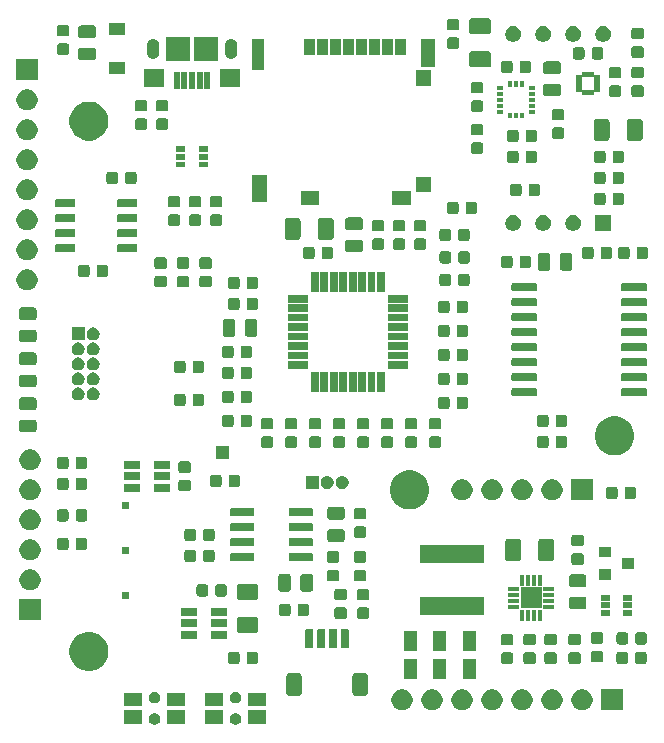
<source format=gbr>
G04 #@! TF.GenerationSoftware,KiCad,Pcbnew,(5.1.6)-1*
G04 #@! TF.CreationDate,2021-05-29T12:10:38-05:00*
G04 #@! TF.ProjectId,SapphineMinimal,53617070-6869-46e6-954d-696e696d616c,rev?*
G04 #@! TF.SameCoordinates,Original*
G04 #@! TF.FileFunction,Soldermask,Top*
G04 #@! TF.FilePolarity,Negative*
%FSLAX46Y46*%
G04 Gerber Fmt 4.6, Leading zero omitted, Abs format (unit mm)*
G04 Created by KiCad (PCBNEW (5.1.6)-1) date 2021-05-29 12:10:38*
%MOMM*%
%LPD*%
G01*
G04 APERTURE LIST*
%ADD10C,0.100000*%
G04 APERTURE END LIST*
D10*
G36*
X87249000Y-115824000D02*
G01*
X86741000Y-115824000D01*
X86741000Y-115316000D01*
X87249000Y-115316000D01*
X87249000Y-115824000D01*
G37*
X87249000Y-115824000D02*
X86741000Y-115824000D01*
X86741000Y-115316000D01*
X87249000Y-115316000D01*
X87249000Y-115824000D01*
G36*
X87249000Y-112014000D02*
G01*
X86741000Y-112014000D01*
X86741000Y-111506000D01*
X87249000Y-111506000D01*
X87249000Y-112014000D01*
G37*
X87249000Y-112014000D02*
X86741000Y-112014000D01*
X86741000Y-111506000D01*
X87249000Y-111506000D01*
X87249000Y-112014000D01*
G36*
X87249000Y-108204000D02*
G01*
X86741000Y-108204000D01*
X86741000Y-107696000D01*
X87249000Y-107696000D01*
X87249000Y-108204000D01*
G37*
X87249000Y-108204000D02*
X86741000Y-108204000D01*
X86741000Y-107696000D01*
X87249000Y-107696000D01*
X87249000Y-108204000D01*
G36*
X96537474Y-125594934D02*
G01*
X96627613Y-125632270D01*
X96708736Y-125686475D01*
X96777725Y-125755464D01*
X96831930Y-125836587D01*
X96869266Y-125926726D01*
X96888300Y-126022417D01*
X96888300Y-126119983D01*
X96869266Y-126215674D01*
X96831930Y-126305813D01*
X96777725Y-126386936D01*
X96708736Y-126455925D01*
X96627613Y-126510130D01*
X96537474Y-126547466D01*
X96441783Y-126566500D01*
X96344217Y-126566500D01*
X96248526Y-126547466D01*
X96158387Y-126510130D01*
X96077264Y-126455925D01*
X96008275Y-126386936D01*
X95954070Y-126305813D01*
X95916734Y-126215674D01*
X95897700Y-126119983D01*
X95897700Y-126022417D01*
X95916734Y-125926726D01*
X95954070Y-125836587D01*
X96008275Y-125755464D01*
X96077264Y-125686475D01*
X96158387Y-125632270D01*
X96248526Y-125594934D01*
X96344217Y-125575900D01*
X96441783Y-125575900D01*
X96537474Y-125594934D01*
G37*
G36*
X89679474Y-125594934D02*
G01*
X89769613Y-125632270D01*
X89850736Y-125686475D01*
X89919725Y-125755464D01*
X89973930Y-125836587D01*
X90011266Y-125926726D01*
X90030300Y-126022417D01*
X90030300Y-126119983D01*
X90011266Y-126215674D01*
X89973930Y-126305813D01*
X89919725Y-126386936D01*
X89850736Y-126455925D01*
X89769613Y-126510130D01*
X89679474Y-126547466D01*
X89583783Y-126566500D01*
X89486217Y-126566500D01*
X89390526Y-126547466D01*
X89300387Y-126510130D01*
X89219264Y-126455925D01*
X89150275Y-126386936D01*
X89096070Y-126305813D01*
X89058734Y-126215674D01*
X89039700Y-126119983D01*
X89039700Y-126022417D01*
X89058734Y-125926726D01*
X89096070Y-125836587D01*
X89150275Y-125755464D01*
X89219264Y-125686475D01*
X89300387Y-125632270D01*
X89390526Y-125594934D01*
X89486217Y-125575900D01*
X89583783Y-125575900D01*
X89679474Y-125594934D01*
G37*
G36*
X88484301Y-126467700D02*
G01*
X86985701Y-126467700D01*
X86985701Y-125324700D01*
X88484301Y-125324700D01*
X88484301Y-126467700D01*
G37*
G36*
X92084299Y-126467700D02*
G01*
X90585699Y-126467700D01*
X90585699Y-125324700D01*
X92084299Y-125324700D01*
X92084299Y-126467700D01*
G37*
G36*
X98942299Y-126467700D02*
G01*
X97443699Y-126467700D01*
X97443699Y-125324700D01*
X98942299Y-125324700D01*
X98942299Y-126467700D01*
G37*
G36*
X95342301Y-126467700D02*
G01*
X93843701Y-126467700D01*
X93843701Y-125324700D01*
X95342301Y-125324700D01*
X95342301Y-126467700D01*
G37*
G36*
X125992754Y-123593817D02*
G01*
X126156689Y-123661721D01*
X126304227Y-123760303D01*
X126429697Y-123885773D01*
X126528279Y-124033311D01*
X126596183Y-124197246D01*
X126630800Y-124371279D01*
X126630800Y-124548721D01*
X126596183Y-124722754D01*
X126528279Y-124886689D01*
X126429697Y-125034227D01*
X126304227Y-125159697D01*
X126156689Y-125258279D01*
X125992754Y-125326183D01*
X125818721Y-125360800D01*
X125641279Y-125360800D01*
X125467246Y-125326183D01*
X125303311Y-125258279D01*
X125155773Y-125159697D01*
X125030303Y-125034227D01*
X124931721Y-124886689D01*
X124863817Y-124722754D01*
X124829200Y-124548721D01*
X124829200Y-124371279D01*
X124863817Y-124197246D01*
X124931721Y-124033311D01*
X125030303Y-123885773D01*
X125155773Y-123760303D01*
X125303311Y-123661721D01*
X125467246Y-123593817D01*
X125641279Y-123559200D01*
X125818721Y-123559200D01*
X125992754Y-123593817D01*
G37*
G36*
X129170800Y-125360800D02*
G01*
X127369200Y-125360800D01*
X127369200Y-123559200D01*
X129170800Y-123559200D01*
X129170800Y-125360800D01*
G37*
G36*
X123452754Y-123593817D02*
G01*
X123616689Y-123661721D01*
X123764227Y-123760303D01*
X123889697Y-123885773D01*
X123988279Y-124033311D01*
X124056183Y-124197246D01*
X124090800Y-124371279D01*
X124090800Y-124548721D01*
X124056183Y-124722754D01*
X123988279Y-124886689D01*
X123889697Y-125034227D01*
X123764227Y-125159697D01*
X123616689Y-125258279D01*
X123452754Y-125326183D01*
X123278721Y-125360800D01*
X123101279Y-125360800D01*
X122927246Y-125326183D01*
X122763311Y-125258279D01*
X122615773Y-125159697D01*
X122490303Y-125034227D01*
X122391721Y-124886689D01*
X122323817Y-124722754D01*
X122289200Y-124548721D01*
X122289200Y-124371279D01*
X122323817Y-124197246D01*
X122391721Y-124033311D01*
X122490303Y-123885773D01*
X122615773Y-123760303D01*
X122763311Y-123661721D01*
X122927246Y-123593817D01*
X123101279Y-123559200D01*
X123278721Y-123559200D01*
X123452754Y-123593817D01*
G37*
G36*
X120912754Y-123593817D02*
G01*
X121076689Y-123661721D01*
X121224227Y-123760303D01*
X121349697Y-123885773D01*
X121448279Y-124033311D01*
X121516183Y-124197246D01*
X121550800Y-124371279D01*
X121550800Y-124548721D01*
X121516183Y-124722754D01*
X121448279Y-124886689D01*
X121349697Y-125034227D01*
X121224227Y-125159697D01*
X121076689Y-125258279D01*
X120912754Y-125326183D01*
X120738721Y-125360800D01*
X120561279Y-125360800D01*
X120387246Y-125326183D01*
X120223311Y-125258279D01*
X120075773Y-125159697D01*
X119950303Y-125034227D01*
X119851721Y-124886689D01*
X119783817Y-124722754D01*
X119749200Y-124548721D01*
X119749200Y-124371279D01*
X119783817Y-124197246D01*
X119851721Y-124033311D01*
X119950303Y-123885773D01*
X120075773Y-123760303D01*
X120223311Y-123661721D01*
X120387246Y-123593817D01*
X120561279Y-123559200D01*
X120738721Y-123559200D01*
X120912754Y-123593817D01*
G37*
G36*
X115832754Y-123593817D02*
G01*
X115996689Y-123661721D01*
X116144227Y-123760303D01*
X116269697Y-123885773D01*
X116368279Y-124033311D01*
X116436183Y-124197246D01*
X116470800Y-124371279D01*
X116470800Y-124548721D01*
X116436183Y-124722754D01*
X116368279Y-124886689D01*
X116269697Y-125034227D01*
X116144227Y-125159697D01*
X115996689Y-125258279D01*
X115832754Y-125326183D01*
X115658721Y-125360800D01*
X115481279Y-125360800D01*
X115307246Y-125326183D01*
X115143311Y-125258279D01*
X114995773Y-125159697D01*
X114870303Y-125034227D01*
X114771721Y-124886689D01*
X114703817Y-124722754D01*
X114669200Y-124548721D01*
X114669200Y-124371279D01*
X114703817Y-124197246D01*
X114771721Y-124033311D01*
X114870303Y-123885773D01*
X114995773Y-123760303D01*
X115143311Y-123661721D01*
X115307246Y-123593817D01*
X115481279Y-123559200D01*
X115658721Y-123559200D01*
X115832754Y-123593817D01*
G37*
G36*
X118372754Y-123593817D02*
G01*
X118536689Y-123661721D01*
X118684227Y-123760303D01*
X118809697Y-123885773D01*
X118908279Y-124033311D01*
X118976183Y-124197246D01*
X119010800Y-124371279D01*
X119010800Y-124548721D01*
X118976183Y-124722754D01*
X118908279Y-124886689D01*
X118809697Y-125034227D01*
X118684227Y-125159697D01*
X118536689Y-125258279D01*
X118372754Y-125326183D01*
X118198721Y-125360800D01*
X118021279Y-125360800D01*
X117847246Y-125326183D01*
X117683311Y-125258279D01*
X117535773Y-125159697D01*
X117410303Y-125034227D01*
X117311721Y-124886689D01*
X117243817Y-124722754D01*
X117209200Y-124548721D01*
X117209200Y-124371279D01*
X117243817Y-124197246D01*
X117311721Y-124033311D01*
X117410303Y-123885773D01*
X117535773Y-123760303D01*
X117683311Y-123661721D01*
X117847246Y-123593817D01*
X118021279Y-123559200D01*
X118198721Y-123559200D01*
X118372754Y-123593817D01*
G37*
G36*
X110752754Y-123593817D02*
G01*
X110916689Y-123661721D01*
X111064227Y-123760303D01*
X111189697Y-123885773D01*
X111288279Y-124033311D01*
X111356183Y-124197246D01*
X111390800Y-124371279D01*
X111390800Y-124548721D01*
X111356183Y-124722754D01*
X111288279Y-124886689D01*
X111189697Y-125034227D01*
X111064227Y-125159697D01*
X110916689Y-125258279D01*
X110752754Y-125326183D01*
X110578721Y-125360800D01*
X110401279Y-125360800D01*
X110227246Y-125326183D01*
X110063311Y-125258279D01*
X109915773Y-125159697D01*
X109790303Y-125034227D01*
X109691721Y-124886689D01*
X109623817Y-124722754D01*
X109589200Y-124548721D01*
X109589200Y-124371279D01*
X109623817Y-124197246D01*
X109691721Y-124033311D01*
X109790303Y-123885773D01*
X109915773Y-123760303D01*
X110063311Y-123661721D01*
X110227246Y-123593817D01*
X110401279Y-123559200D01*
X110578721Y-123559200D01*
X110752754Y-123593817D01*
G37*
G36*
X113292754Y-123593817D02*
G01*
X113456689Y-123661721D01*
X113604227Y-123760303D01*
X113729697Y-123885773D01*
X113828279Y-124033311D01*
X113896183Y-124197246D01*
X113930800Y-124371279D01*
X113930800Y-124548721D01*
X113896183Y-124722754D01*
X113828279Y-124886689D01*
X113729697Y-125034227D01*
X113604227Y-125159697D01*
X113456689Y-125258279D01*
X113292754Y-125326183D01*
X113118721Y-125360800D01*
X112941279Y-125360800D01*
X112767246Y-125326183D01*
X112603311Y-125258279D01*
X112455773Y-125159697D01*
X112330303Y-125034227D01*
X112231721Y-124886689D01*
X112163817Y-124722754D01*
X112129200Y-124548721D01*
X112129200Y-124371279D01*
X112163817Y-124197246D01*
X112231721Y-124033311D01*
X112330303Y-123885773D01*
X112455773Y-123760303D01*
X112603311Y-123661721D01*
X112767246Y-123593817D01*
X112941279Y-123559200D01*
X113118721Y-123559200D01*
X113292754Y-123593817D01*
G37*
G36*
X95342301Y-125017700D02*
G01*
X93843701Y-125017700D01*
X93843701Y-123874700D01*
X95342301Y-123874700D01*
X95342301Y-125017700D01*
G37*
G36*
X88484301Y-125017700D02*
G01*
X86985701Y-125017700D01*
X86985701Y-123874700D01*
X88484301Y-123874700D01*
X88484301Y-125017700D01*
G37*
G36*
X92084299Y-125017700D02*
G01*
X90585699Y-125017700D01*
X90585699Y-123874700D01*
X92084299Y-123874700D01*
X92084299Y-125017700D01*
G37*
G36*
X98942299Y-125017700D02*
G01*
X97443699Y-125017700D01*
X97443699Y-123874700D01*
X98942299Y-123874700D01*
X98942299Y-125017700D01*
G37*
G36*
X96537474Y-123794934D02*
G01*
X96627613Y-123832270D01*
X96708736Y-123886475D01*
X96777725Y-123955464D01*
X96831930Y-124036587D01*
X96869266Y-124126726D01*
X96888300Y-124222417D01*
X96888300Y-124319983D01*
X96869266Y-124415674D01*
X96831930Y-124505813D01*
X96777725Y-124586936D01*
X96708736Y-124655925D01*
X96627613Y-124710130D01*
X96537474Y-124747466D01*
X96441783Y-124766500D01*
X96344217Y-124766500D01*
X96248526Y-124747466D01*
X96158387Y-124710130D01*
X96077264Y-124655925D01*
X96008275Y-124586936D01*
X95954070Y-124505813D01*
X95916734Y-124415674D01*
X95897700Y-124319983D01*
X95897700Y-124222417D01*
X95916734Y-124126726D01*
X95954070Y-124036587D01*
X96008275Y-123955464D01*
X96077264Y-123886475D01*
X96158387Y-123832270D01*
X96248526Y-123794934D01*
X96344217Y-123775900D01*
X96441783Y-123775900D01*
X96537474Y-123794934D01*
G37*
G36*
X89679474Y-123794934D02*
G01*
X89769613Y-123832270D01*
X89850736Y-123886475D01*
X89919725Y-123955464D01*
X89973930Y-124036587D01*
X90011266Y-124126726D01*
X90030300Y-124222417D01*
X90030300Y-124319983D01*
X90011266Y-124415674D01*
X89973930Y-124505813D01*
X89919725Y-124586936D01*
X89850736Y-124655925D01*
X89769613Y-124710130D01*
X89679474Y-124747466D01*
X89583783Y-124766500D01*
X89486217Y-124766500D01*
X89390526Y-124747466D01*
X89300387Y-124710130D01*
X89219264Y-124655925D01*
X89150275Y-124586936D01*
X89096070Y-124505813D01*
X89058734Y-124415674D01*
X89039700Y-124319983D01*
X89039700Y-124222417D01*
X89058734Y-124126726D01*
X89096070Y-124036587D01*
X89150275Y-123955464D01*
X89219264Y-123886475D01*
X89300387Y-123832270D01*
X89390526Y-123794934D01*
X89486217Y-123775900D01*
X89583783Y-123775900D01*
X89679474Y-123794934D01*
G37*
G36*
X101796336Y-122214081D02*
G01*
X101841607Y-122227814D01*
X101883319Y-122250110D01*
X101919883Y-122280117D01*
X101949890Y-122316681D01*
X101972186Y-122358393D01*
X101985919Y-122403664D01*
X101990800Y-122453224D01*
X101990800Y-123866776D01*
X101985919Y-123916336D01*
X101972186Y-123961607D01*
X101949890Y-124003319D01*
X101919883Y-124039883D01*
X101883319Y-124069890D01*
X101841607Y-124092186D01*
X101796336Y-124105919D01*
X101746776Y-124110800D01*
X100933224Y-124110800D01*
X100883664Y-124105919D01*
X100838393Y-124092186D01*
X100796681Y-124069890D01*
X100760117Y-124039883D01*
X100730110Y-124003319D01*
X100707814Y-123961607D01*
X100694081Y-123916336D01*
X100689200Y-123866776D01*
X100689200Y-122453224D01*
X100694081Y-122403664D01*
X100707814Y-122358393D01*
X100730110Y-122316681D01*
X100760117Y-122280117D01*
X100796681Y-122250110D01*
X100838393Y-122227814D01*
X100883664Y-122214081D01*
X100933224Y-122209200D01*
X101746776Y-122209200D01*
X101796336Y-122214081D01*
G37*
G36*
X107396336Y-122214081D02*
G01*
X107441607Y-122227814D01*
X107483319Y-122250110D01*
X107519883Y-122280117D01*
X107549890Y-122316681D01*
X107572186Y-122358393D01*
X107585919Y-122403664D01*
X107590800Y-122453224D01*
X107590800Y-123866776D01*
X107585919Y-123916336D01*
X107572186Y-123961607D01*
X107549890Y-124003319D01*
X107519883Y-124039883D01*
X107483319Y-124069890D01*
X107441607Y-124092186D01*
X107396336Y-124105919D01*
X107346776Y-124110800D01*
X106533224Y-124110800D01*
X106483664Y-124105919D01*
X106438393Y-124092186D01*
X106396681Y-124069890D01*
X106360117Y-124039883D01*
X106330110Y-124003319D01*
X106307814Y-123961607D01*
X106294081Y-123916336D01*
X106289200Y-123866776D01*
X106289200Y-122453224D01*
X106294081Y-122403664D01*
X106307814Y-122358393D01*
X106330110Y-122316681D01*
X106360117Y-122280117D01*
X106396681Y-122250110D01*
X106438393Y-122227814D01*
X106483664Y-122214081D01*
X106533224Y-122209200D01*
X107346776Y-122209200D01*
X107396336Y-122214081D01*
G37*
G36*
X116715800Y-122700800D02*
G01*
X115614200Y-122700800D01*
X115614200Y-120999200D01*
X116715800Y-120999200D01*
X116715800Y-122700800D01*
G37*
G36*
X111715800Y-122700800D02*
G01*
X110614200Y-122700800D01*
X110614200Y-120999200D01*
X111715800Y-120999200D01*
X111715800Y-122700800D01*
G37*
G36*
X114215800Y-122700800D02*
G01*
X113114200Y-122700800D01*
X113114200Y-120999200D01*
X114215800Y-120999200D01*
X114215800Y-122700800D01*
G37*
G36*
X84451521Y-118782639D02*
G01*
X84751947Y-118907080D01*
X85022324Y-119087740D01*
X85252260Y-119317676D01*
X85432920Y-119588053D01*
X85557361Y-119888479D01*
X85620800Y-120207410D01*
X85620800Y-120532590D01*
X85557361Y-120851521D01*
X85432920Y-121151947D01*
X85252260Y-121422324D01*
X85022324Y-121652260D01*
X84751947Y-121832920D01*
X84451521Y-121957361D01*
X84132590Y-122020800D01*
X83807410Y-122020800D01*
X83488479Y-121957361D01*
X83188053Y-121832920D01*
X82917676Y-121652260D01*
X82687740Y-121422324D01*
X82507080Y-121151947D01*
X82382639Y-120851521D01*
X82319200Y-120532590D01*
X82319200Y-120207410D01*
X82382639Y-119888479D01*
X82507080Y-119588053D01*
X82687740Y-119317676D01*
X82917676Y-119087740D01*
X83188053Y-118907080D01*
X83488479Y-118782639D01*
X83807410Y-118719200D01*
X84132590Y-118719200D01*
X84451521Y-118782639D01*
G37*
G36*
X96552674Y-120382643D02*
G01*
X96593667Y-120395078D01*
X96631448Y-120415273D01*
X96664556Y-120442444D01*
X96691727Y-120475552D01*
X96711922Y-120513333D01*
X96724357Y-120554326D01*
X96728800Y-120599441D01*
X96728800Y-121208559D01*
X96724357Y-121253674D01*
X96711922Y-121294667D01*
X96691727Y-121332448D01*
X96664556Y-121365556D01*
X96631448Y-121392727D01*
X96593667Y-121412922D01*
X96552674Y-121425357D01*
X96507559Y-121429800D01*
X95973441Y-121429800D01*
X95928326Y-121425357D01*
X95887333Y-121412922D01*
X95849552Y-121392727D01*
X95816444Y-121365556D01*
X95789273Y-121332448D01*
X95769078Y-121294667D01*
X95756643Y-121253674D01*
X95752200Y-121208559D01*
X95752200Y-120599441D01*
X95756643Y-120554326D01*
X95769078Y-120513333D01*
X95789273Y-120475552D01*
X95816444Y-120442444D01*
X95849552Y-120415273D01*
X95887333Y-120395078D01*
X95928326Y-120382643D01*
X95973441Y-120378200D01*
X96507559Y-120378200D01*
X96552674Y-120382643D01*
G37*
G36*
X131020674Y-120382643D02*
G01*
X131061667Y-120395078D01*
X131099448Y-120415273D01*
X131132556Y-120442444D01*
X131159727Y-120475552D01*
X131179922Y-120513333D01*
X131192357Y-120554326D01*
X131196800Y-120599441D01*
X131196800Y-121208559D01*
X131192357Y-121253674D01*
X131179922Y-121294667D01*
X131159727Y-121332448D01*
X131132556Y-121365556D01*
X131099448Y-121392727D01*
X131061667Y-121412922D01*
X131020674Y-121425357D01*
X130975559Y-121429800D01*
X130441441Y-121429800D01*
X130396326Y-121425357D01*
X130355333Y-121412922D01*
X130317552Y-121392727D01*
X130284444Y-121365556D01*
X130257273Y-121332448D01*
X130237078Y-121294667D01*
X130224643Y-121253674D01*
X130220200Y-121208559D01*
X130220200Y-120599441D01*
X130224643Y-120554326D01*
X130237078Y-120513333D01*
X130257273Y-120475552D01*
X130284444Y-120442444D01*
X130317552Y-120415273D01*
X130355333Y-120395078D01*
X130396326Y-120382643D01*
X130441441Y-120378200D01*
X130975559Y-120378200D01*
X131020674Y-120382643D01*
G37*
G36*
X129445674Y-120382643D02*
G01*
X129486667Y-120395078D01*
X129524448Y-120415273D01*
X129557556Y-120442444D01*
X129584727Y-120475552D01*
X129604922Y-120513333D01*
X129617357Y-120554326D01*
X129621800Y-120599441D01*
X129621800Y-121208559D01*
X129617357Y-121253674D01*
X129604922Y-121294667D01*
X129584727Y-121332448D01*
X129557556Y-121365556D01*
X129524448Y-121392727D01*
X129486667Y-121412922D01*
X129445674Y-121425357D01*
X129400559Y-121429800D01*
X128866441Y-121429800D01*
X128821326Y-121425357D01*
X128780333Y-121412922D01*
X128742552Y-121392727D01*
X128709444Y-121365556D01*
X128682273Y-121332448D01*
X128662078Y-121294667D01*
X128649643Y-121253674D01*
X128645200Y-121208559D01*
X128645200Y-120599441D01*
X128649643Y-120554326D01*
X128662078Y-120513333D01*
X128682273Y-120475552D01*
X128709444Y-120442444D01*
X128742552Y-120415273D01*
X128780333Y-120395078D01*
X128821326Y-120382643D01*
X128866441Y-120378200D01*
X129400559Y-120378200D01*
X129445674Y-120382643D01*
G37*
G36*
X98127674Y-120382643D02*
G01*
X98168667Y-120395078D01*
X98206448Y-120415273D01*
X98239556Y-120442444D01*
X98266727Y-120475552D01*
X98286922Y-120513333D01*
X98299357Y-120554326D01*
X98303800Y-120599441D01*
X98303800Y-121208559D01*
X98299357Y-121253674D01*
X98286922Y-121294667D01*
X98266727Y-121332448D01*
X98239556Y-121365556D01*
X98206448Y-121392727D01*
X98168667Y-121412922D01*
X98127674Y-121425357D01*
X98082559Y-121429800D01*
X97548441Y-121429800D01*
X97503326Y-121425357D01*
X97462333Y-121412922D01*
X97424552Y-121392727D01*
X97391444Y-121365556D01*
X97364273Y-121332448D01*
X97344078Y-121294667D01*
X97331643Y-121253674D01*
X97327200Y-121208559D01*
X97327200Y-120599441D01*
X97331643Y-120554326D01*
X97344078Y-120513333D01*
X97364273Y-120475552D01*
X97391444Y-120442444D01*
X97424552Y-120415273D01*
X97462333Y-120395078D01*
X97503326Y-120382643D01*
X97548441Y-120378200D01*
X98082559Y-120378200D01*
X98127674Y-120382643D01*
G37*
G36*
X123412674Y-120445643D02*
G01*
X123453667Y-120458078D01*
X123491448Y-120478273D01*
X123524556Y-120505444D01*
X123551727Y-120538552D01*
X123571922Y-120576333D01*
X123584357Y-120617326D01*
X123588800Y-120662441D01*
X123588800Y-121196559D01*
X123584357Y-121241674D01*
X123571922Y-121282667D01*
X123551727Y-121320448D01*
X123524556Y-121353556D01*
X123491448Y-121380727D01*
X123453667Y-121400922D01*
X123412674Y-121413357D01*
X123367559Y-121417800D01*
X122758441Y-121417800D01*
X122713326Y-121413357D01*
X122672333Y-121400922D01*
X122634552Y-121380727D01*
X122601444Y-121353556D01*
X122574273Y-121320448D01*
X122554078Y-121282667D01*
X122541643Y-121241674D01*
X122537200Y-121196559D01*
X122537200Y-120662441D01*
X122541643Y-120617326D01*
X122554078Y-120576333D01*
X122574273Y-120538552D01*
X122601444Y-120505444D01*
X122634552Y-120478273D01*
X122672333Y-120458078D01*
X122713326Y-120445643D01*
X122758441Y-120441200D01*
X123367559Y-120441200D01*
X123412674Y-120445643D01*
G37*
G36*
X121634674Y-120445643D02*
G01*
X121675667Y-120458078D01*
X121713448Y-120478273D01*
X121746556Y-120505444D01*
X121773727Y-120538552D01*
X121793922Y-120576333D01*
X121806357Y-120617326D01*
X121810800Y-120662441D01*
X121810800Y-121196559D01*
X121806357Y-121241674D01*
X121793922Y-121282667D01*
X121773727Y-121320448D01*
X121746556Y-121353556D01*
X121713448Y-121380727D01*
X121675667Y-121400922D01*
X121634674Y-121413357D01*
X121589559Y-121417800D01*
X120980441Y-121417800D01*
X120935326Y-121413357D01*
X120894333Y-121400922D01*
X120856552Y-121380727D01*
X120823444Y-121353556D01*
X120796273Y-121320448D01*
X120776078Y-121282667D01*
X120763643Y-121241674D01*
X120759200Y-121196559D01*
X120759200Y-120662441D01*
X120763643Y-120617326D01*
X120776078Y-120576333D01*
X120796273Y-120538552D01*
X120823444Y-120505444D01*
X120856552Y-120478273D01*
X120894333Y-120458078D01*
X120935326Y-120445643D01*
X120980441Y-120441200D01*
X121589559Y-120441200D01*
X121634674Y-120445643D01*
G37*
G36*
X119729674Y-120445643D02*
G01*
X119770667Y-120458078D01*
X119808448Y-120478273D01*
X119841556Y-120505444D01*
X119868727Y-120538552D01*
X119888922Y-120576333D01*
X119901357Y-120617326D01*
X119905800Y-120662441D01*
X119905800Y-121196559D01*
X119901357Y-121241674D01*
X119888922Y-121282667D01*
X119868727Y-121320448D01*
X119841556Y-121353556D01*
X119808448Y-121380727D01*
X119770667Y-121400922D01*
X119729674Y-121413357D01*
X119684559Y-121417800D01*
X119075441Y-121417800D01*
X119030326Y-121413357D01*
X118989333Y-121400922D01*
X118951552Y-121380727D01*
X118918444Y-121353556D01*
X118891273Y-121320448D01*
X118871078Y-121282667D01*
X118858643Y-121241674D01*
X118854200Y-121196559D01*
X118854200Y-120662441D01*
X118858643Y-120617326D01*
X118871078Y-120576333D01*
X118891273Y-120538552D01*
X118918444Y-120505444D01*
X118951552Y-120478273D01*
X118989333Y-120458078D01*
X119030326Y-120445643D01*
X119075441Y-120441200D01*
X119684559Y-120441200D01*
X119729674Y-120445643D01*
G37*
G36*
X125444674Y-120445643D02*
G01*
X125485667Y-120458078D01*
X125523448Y-120478273D01*
X125556556Y-120505444D01*
X125583727Y-120538552D01*
X125603922Y-120576333D01*
X125616357Y-120617326D01*
X125620800Y-120662441D01*
X125620800Y-121196559D01*
X125616357Y-121241674D01*
X125603922Y-121282667D01*
X125583727Y-121320448D01*
X125556556Y-121353556D01*
X125523448Y-121380727D01*
X125485667Y-121400922D01*
X125444674Y-121413357D01*
X125399559Y-121417800D01*
X124790441Y-121417800D01*
X124745326Y-121413357D01*
X124704333Y-121400922D01*
X124666552Y-121380727D01*
X124633444Y-121353556D01*
X124606273Y-121320448D01*
X124586078Y-121282667D01*
X124573643Y-121241674D01*
X124569200Y-121196559D01*
X124569200Y-120662441D01*
X124573643Y-120617326D01*
X124586078Y-120576333D01*
X124606273Y-120538552D01*
X124633444Y-120505444D01*
X124666552Y-120478273D01*
X124704333Y-120458078D01*
X124745326Y-120445643D01*
X124790441Y-120441200D01*
X125399559Y-120441200D01*
X125444674Y-120445643D01*
G37*
G36*
X127349674Y-120318643D02*
G01*
X127390667Y-120331078D01*
X127428448Y-120351273D01*
X127461556Y-120378444D01*
X127488727Y-120411552D01*
X127508922Y-120449333D01*
X127521357Y-120490326D01*
X127525800Y-120535441D01*
X127525800Y-121069559D01*
X127521357Y-121114674D01*
X127508922Y-121155667D01*
X127488727Y-121193448D01*
X127461556Y-121226556D01*
X127428448Y-121253727D01*
X127390667Y-121273922D01*
X127349674Y-121286357D01*
X127304559Y-121290800D01*
X126695441Y-121290800D01*
X126650326Y-121286357D01*
X126609333Y-121273922D01*
X126571552Y-121253727D01*
X126538444Y-121226556D01*
X126511273Y-121193448D01*
X126491078Y-121155667D01*
X126478643Y-121114674D01*
X126474200Y-121069559D01*
X126474200Y-120535441D01*
X126478643Y-120490326D01*
X126491078Y-120449333D01*
X126511273Y-120411552D01*
X126538444Y-120378444D01*
X126571552Y-120351273D01*
X126609333Y-120331078D01*
X126650326Y-120318643D01*
X126695441Y-120314200D01*
X127304559Y-120314200D01*
X127349674Y-120318643D01*
G37*
G36*
X114215800Y-120300800D02*
G01*
X113114200Y-120300800D01*
X113114200Y-118599200D01*
X114215800Y-118599200D01*
X114215800Y-120300800D01*
G37*
G36*
X116715800Y-120300800D02*
G01*
X115614200Y-120300800D01*
X115614200Y-118599200D01*
X116715800Y-118599200D01*
X116715800Y-120300800D01*
G37*
G36*
X111715800Y-120300800D02*
G01*
X110614200Y-120300800D01*
X110614200Y-118599200D01*
X111715800Y-118599200D01*
X111715800Y-120300800D01*
G37*
G36*
X102870015Y-118462323D02*
G01*
X102898106Y-118470844D01*
X102923998Y-118484684D01*
X102946692Y-118503308D01*
X102965316Y-118526002D01*
X102979156Y-118551894D01*
X102987677Y-118579985D01*
X102990800Y-118611691D01*
X102990800Y-119958309D01*
X102987677Y-119990015D01*
X102979156Y-120018106D01*
X102965316Y-120043998D01*
X102946692Y-120066692D01*
X102923998Y-120085316D01*
X102898106Y-120099156D01*
X102870015Y-120107677D01*
X102838309Y-120110800D01*
X102441691Y-120110800D01*
X102409985Y-120107677D01*
X102381894Y-120099156D01*
X102356002Y-120085316D01*
X102333308Y-120066692D01*
X102314684Y-120043998D01*
X102300844Y-120018106D01*
X102292323Y-119990015D01*
X102289200Y-119958309D01*
X102289200Y-118611691D01*
X102292323Y-118579985D01*
X102300844Y-118551894D01*
X102314684Y-118526002D01*
X102333308Y-118503308D01*
X102356002Y-118484684D01*
X102381894Y-118470844D01*
X102409985Y-118462323D01*
X102441691Y-118459200D01*
X102838309Y-118459200D01*
X102870015Y-118462323D01*
G37*
G36*
X105870015Y-118462323D02*
G01*
X105898106Y-118470844D01*
X105923998Y-118484684D01*
X105946692Y-118503308D01*
X105965316Y-118526002D01*
X105979156Y-118551894D01*
X105987677Y-118579985D01*
X105990800Y-118611691D01*
X105990800Y-119958309D01*
X105987677Y-119990015D01*
X105979156Y-120018106D01*
X105965316Y-120043998D01*
X105946692Y-120066692D01*
X105923998Y-120085316D01*
X105898106Y-120099156D01*
X105870015Y-120107677D01*
X105838309Y-120110800D01*
X105441691Y-120110800D01*
X105409985Y-120107677D01*
X105381894Y-120099156D01*
X105356002Y-120085316D01*
X105333308Y-120066692D01*
X105314684Y-120043998D01*
X105300844Y-120018106D01*
X105292323Y-119990015D01*
X105289200Y-119958309D01*
X105289200Y-118611691D01*
X105292323Y-118579985D01*
X105300844Y-118551894D01*
X105314684Y-118526002D01*
X105333308Y-118503308D01*
X105356002Y-118484684D01*
X105381894Y-118470844D01*
X105409985Y-118462323D01*
X105441691Y-118459200D01*
X105838309Y-118459200D01*
X105870015Y-118462323D01*
G37*
G36*
X104870015Y-118462323D02*
G01*
X104898106Y-118470844D01*
X104923998Y-118484684D01*
X104946692Y-118503308D01*
X104965316Y-118526002D01*
X104979156Y-118551894D01*
X104987677Y-118579985D01*
X104990800Y-118611691D01*
X104990800Y-119958309D01*
X104987677Y-119990015D01*
X104979156Y-120018106D01*
X104965316Y-120043998D01*
X104946692Y-120066692D01*
X104923998Y-120085316D01*
X104898106Y-120099156D01*
X104870015Y-120107677D01*
X104838309Y-120110800D01*
X104441691Y-120110800D01*
X104409985Y-120107677D01*
X104381894Y-120099156D01*
X104356002Y-120085316D01*
X104333308Y-120066692D01*
X104314684Y-120043998D01*
X104300844Y-120018106D01*
X104292323Y-119990015D01*
X104289200Y-119958309D01*
X104289200Y-118611691D01*
X104292323Y-118579985D01*
X104300844Y-118551894D01*
X104314684Y-118526002D01*
X104333308Y-118503308D01*
X104356002Y-118484684D01*
X104381894Y-118470844D01*
X104409985Y-118462323D01*
X104441691Y-118459200D01*
X104838309Y-118459200D01*
X104870015Y-118462323D01*
G37*
G36*
X103870015Y-118462323D02*
G01*
X103898106Y-118470844D01*
X103923998Y-118484684D01*
X103946692Y-118503308D01*
X103965316Y-118526002D01*
X103979156Y-118551894D01*
X103987677Y-118579985D01*
X103990800Y-118611691D01*
X103990800Y-119958309D01*
X103987677Y-119990015D01*
X103979156Y-120018106D01*
X103965316Y-120043998D01*
X103946692Y-120066692D01*
X103923998Y-120085316D01*
X103898106Y-120099156D01*
X103870015Y-120107677D01*
X103838309Y-120110800D01*
X103441691Y-120110800D01*
X103409985Y-120107677D01*
X103381894Y-120099156D01*
X103356002Y-120085316D01*
X103333308Y-120066692D01*
X103314684Y-120043998D01*
X103300844Y-120018106D01*
X103292323Y-119990015D01*
X103289200Y-119958309D01*
X103289200Y-118611691D01*
X103292323Y-118579985D01*
X103300844Y-118551894D01*
X103314684Y-118526002D01*
X103333308Y-118503308D01*
X103356002Y-118484684D01*
X103381894Y-118470844D01*
X103409985Y-118462323D01*
X103441691Y-118459200D01*
X103838309Y-118459200D01*
X103870015Y-118462323D01*
G37*
G36*
X121634674Y-118870643D02*
G01*
X121675667Y-118883078D01*
X121713448Y-118903273D01*
X121746556Y-118930444D01*
X121773727Y-118963552D01*
X121793922Y-119001333D01*
X121806357Y-119042326D01*
X121810800Y-119087441D01*
X121810800Y-119621559D01*
X121806357Y-119666674D01*
X121793922Y-119707667D01*
X121773727Y-119745448D01*
X121746556Y-119778556D01*
X121713448Y-119805727D01*
X121675667Y-119825922D01*
X121634674Y-119838357D01*
X121589559Y-119842800D01*
X120980441Y-119842800D01*
X120935326Y-119838357D01*
X120894333Y-119825922D01*
X120856552Y-119805727D01*
X120823444Y-119778556D01*
X120796273Y-119745448D01*
X120776078Y-119707667D01*
X120763643Y-119666674D01*
X120759200Y-119621559D01*
X120759200Y-119087441D01*
X120763643Y-119042326D01*
X120776078Y-119001333D01*
X120796273Y-118963552D01*
X120823444Y-118930444D01*
X120856552Y-118903273D01*
X120894333Y-118883078D01*
X120935326Y-118870643D01*
X120980441Y-118866200D01*
X121589559Y-118866200D01*
X121634674Y-118870643D01*
G37*
G36*
X119729674Y-118870643D02*
G01*
X119770667Y-118883078D01*
X119808448Y-118903273D01*
X119841556Y-118930444D01*
X119868727Y-118963552D01*
X119888922Y-119001333D01*
X119901357Y-119042326D01*
X119905800Y-119087441D01*
X119905800Y-119621559D01*
X119901357Y-119666674D01*
X119888922Y-119707667D01*
X119868727Y-119745448D01*
X119841556Y-119778556D01*
X119808448Y-119805727D01*
X119770667Y-119825922D01*
X119729674Y-119838357D01*
X119684559Y-119842800D01*
X119075441Y-119842800D01*
X119030326Y-119838357D01*
X118989333Y-119825922D01*
X118951552Y-119805727D01*
X118918444Y-119778556D01*
X118891273Y-119745448D01*
X118871078Y-119707667D01*
X118858643Y-119666674D01*
X118854200Y-119621559D01*
X118854200Y-119087441D01*
X118858643Y-119042326D01*
X118871078Y-119001333D01*
X118891273Y-118963552D01*
X118918444Y-118930444D01*
X118951552Y-118903273D01*
X118989333Y-118883078D01*
X119030326Y-118870643D01*
X119075441Y-118866200D01*
X119684559Y-118866200D01*
X119729674Y-118870643D01*
G37*
G36*
X123412674Y-118870643D02*
G01*
X123453667Y-118883078D01*
X123491448Y-118903273D01*
X123524556Y-118930444D01*
X123551727Y-118963552D01*
X123571922Y-119001333D01*
X123584357Y-119042326D01*
X123588800Y-119087441D01*
X123588800Y-119621559D01*
X123584357Y-119666674D01*
X123571922Y-119707667D01*
X123551727Y-119745448D01*
X123524556Y-119778556D01*
X123491448Y-119805727D01*
X123453667Y-119825922D01*
X123412674Y-119838357D01*
X123367559Y-119842800D01*
X122758441Y-119842800D01*
X122713326Y-119838357D01*
X122672333Y-119825922D01*
X122634552Y-119805727D01*
X122601444Y-119778556D01*
X122574273Y-119745448D01*
X122554078Y-119707667D01*
X122541643Y-119666674D01*
X122537200Y-119621559D01*
X122537200Y-119087441D01*
X122541643Y-119042326D01*
X122554078Y-119001333D01*
X122574273Y-118963552D01*
X122601444Y-118930444D01*
X122634552Y-118903273D01*
X122672333Y-118883078D01*
X122713326Y-118870643D01*
X122758441Y-118866200D01*
X123367559Y-118866200D01*
X123412674Y-118870643D01*
G37*
G36*
X125444674Y-118870643D02*
G01*
X125485667Y-118883078D01*
X125523448Y-118903273D01*
X125556556Y-118930444D01*
X125583727Y-118963552D01*
X125603922Y-119001333D01*
X125616357Y-119042326D01*
X125620800Y-119087441D01*
X125620800Y-119621559D01*
X125616357Y-119666674D01*
X125603922Y-119707667D01*
X125583727Y-119745448D01*
X125556556Y-119778556D01*
X125523448Y-119805727D01*
X125485667Y-119825922D01*
X125444674Y-119838357D01*
X125399559Y-119842800D01*
X124790441Y-119842800D01*
X124745326Y-119838357D01*
X124704333Y-119825922D01*
X124666552Y-119805727D01*
X124633444Y-119778556D01*
X124606273Y-119745448D01*
X124586078Y-119707667D01*
X124573643Y-119666674D01*
X124569200Y-119621559D01*
X124569200Y-119087441D01*
X124573643Y-119042326D01*
X124586078Y-119001333D01*
X124606273Y-118963552D01*
X124633444Y-118930444D01*
X124666552Y-118903273D01*
X124704333Y-118883078D01*
X124745326Y-118870643D01*
X124790441Y-118866200D01*
X125399559Y-118866200D01*
X125444674Y-118870643D01*
G37*
G36*
X129445674Y-118731643D02*
G01*
X129486667Y-118744078D01*
X129524448Y-118764273D01*
X129557556Y-118791444D01*
X129584727Y-118824552D01*
X129604922Y-118862333D01*
X129617357Y-118903326D01*
X129621800Y-118948441D01*
X129621800Y-119557559D01*
X129617357Y-119602674D01*
X129604922Y-119643667D01*
X129584727Y-119681448D01*
X129557556Y-119714556D01*
X129524448Y-119741727D01*
X129486667Y-119761922D01*
X129445674Y-119774357D01*
X129400559Y-119778800D01*
X128866441Y-119778800D01*
X128821326Y-119774357D01*
X128780333Y-119761922D01*
X128742552Y-119741727D01*
X128709444Y-119714556D01*
X128682273Y-119681448D01*
X128662078Y-119643667D01*
X128649643Y-119602674D01*
X128645200Y-119557559D01*
X128645200Y-118948441D01*
X128649643Y-118903326D01*
X128662078Y-118862333D01*
X128682273Y-118824552D01*
X128709444Y-118791444D01*
X128742552Y-118764273D01*
X128780333Y-118744078D01*
X128821326Y-118731643D01*
X128866441Y-118727200D01*
X129400559Y-118727200D01*
X129445674Y-118731643D01*
G37*
G36*
X131020674Y-118731643D02*
G01*
X131061667Y-118744078D01*
X131099448Y-118764273D01*
X131132556Y-118791444D01*
X131159727Y-118824552D01*
X131179922Y-118862333D01*
X131192357Y-118903326D01*
X131196800Y-118948441D01*
X131196800Y-119557559D01*
X131192357Y-119602674D01*
X131179922Y-119643667D01*
X131159727Y-119681448D01*
X131132556Y-119714556D01*
X131099448Y-119741727D01*
X131061667Y-119761922D01*
X131020674Y-119774357D01*
X130975559Y-119778800D01*
X130441441Y-119778800D01*
X130396326Y-119774357D01*
X130355333Y-119761922D01*
X130317552Y-119741727D01*
X130284444Y-119714556D01*
X130257273Y-119681448D01*
X130237078Y-119643667D01*
X130224643Y-119602674D01*
X130220200Y-119557559D01*
X130220200Y-118948441D01*
X130224643Y-118903326D01*
X130237078Y-118862333D01*
X130257273Y-118824552D01*
X130284444Y-118791444D01*
X130317552Y-118764273D01*
X130355333Y-118744078D01*
X130396326Y-118731643D01*
X130441441Y-118727200D01*
X130975559Y-118727200D01*
X131020674Y-118731643D01*
G37*
G36*
X127349674Y-118743643D02*
G01*
X127390667Y-118756078D01*
X127428448Y-118776273D01*
X127461556Y-118803444D01*
X127488727Y-118836552D01*
X127508922Y-118874333D01*
X127521357Y-118915326D01*
X127525800Y-118960441D01*
X127525800Y-119494559D01*
X127521357Y-119539674D01*
X127508922Y-119580667D01*
X127488727Y-119618448D01*
X127461556Y-119651556D01*
X127428448Y-119678727D01*
X127390667Y-119698922D01*
X127349674Y-119711357D01*
X127304559Y-119715800D01*
X126695441Y-119715800D01*
X126650326Y-119711357D01*
X126609333Y-119698922D01*
X126571552Y-119678727D01*
X126538444Y-119651556D01*
X126511273Y-119618448D01*
X126491078Y-119580667D01*
X126478643Y-119539674D01*
X126474200Y-119494559D01*
X126474200Y-118960441D01*
X126478643Y-118915326D01*
X126491078Y-118874333D01*
X126511273Y-118836552D01*
X126538444Y-118803444D01*
X126571552Y-118776273D01*
X126609333Y-118756078D01*
X126650326Y-118743643D01*
X126695441Y-118739200D01*
X127304559Y-118739200D01*
X127349674Y-118743643D01*
G37*
G36*
X95636800Y-119273800D02*
G01*
X94325200Y-119273800D01*
X94325200Y-118592200D01*
X95636800Y-118592200D01*
X95636800Y-119273800D01*
G37*
G36*
X93126800Y-119273800D02*
G01*
X91815200Y-119273800D01*
X91815200Y-118592200D01*
X93126800Y-118592200D01*
X93126800Y-119273800D01*
G37*
G36*
X98141699Y-117442049D02*
G01*
X98186648Y-117455684D01*
X98228072Y-117477826D01*
X98264379Y-117507621D01*
X98294174Y-117543928D01*
X98316316Y-117585352D01*
X98329951Y-117630301D01*
X98334800Y-117679533D01*
X98334800Y-118546467D01*
X98329951Y-118595699D01*
X98316316Y-118640648D01*
X98294174Y-118682072D01*
X98264379Y-118718379D01*
X98228072Y-118748174D01*
X98186648Y-118770316D01*
X98141699Y-118783951D01*
X98092467Y-118788800D01*
X96725533Y-118788800D01*
X96676301Y-118783951D01*
X96631352Y-118770316D01*
X96589928Y-118748174D01*
X96553621Y-118718379D01*
X96523826Y-118682072D01*
X96501684Y-118640648D01*
X96488049Y-118595699D01*
X96483200Y-118546467D01*
X96483200Y-117679533D01*
X96488049Y-117630301D01*
X96501684Y-117585352D01*
X96523826Y-117543928D01*
X96553621Y-117507621D01*
X96589928Y-117477826D01*
X96631352Y-117455684D01*
X96676301Y-117442049D01*
X96725533Y-117437200D01*
X98092467Y-117437200D01*
X98141699Y-117442049D01*
G37*
G36*
X93126800Y-118323800D02*
G01*
X91815200Y-118323800D01*
X91815200Y-117642200D01*
X93126800Y-117642200D01*
X93126800Y-118323800D01*
G37*
G36*
X95636800Y-118323800D02*
G01*
X94325200Y-118323800D01*
X94325200Y-117642200D01*
X95636800Y-117642200D01*
X95636800Y-118323800D01*
G37*
G36*
X120787444Y-116824641D02*
G01*
X120799124Y-116828184D01*
X120809886Y-116833937D01*
X120819320Y-116841680D01*
X120827063Y-116851114D01*
X120832816Y-116861876D01*
X120836359Y-116873556D01*
X120837800Y-116888191D01*
X120837800Y-117684809D01*
X120836359Y-117699444D01*
X120832816Y-117711124D01*
X120827063Y-117721886D01*
X120819320Y-117731320D01*
X120809886Y-117739063D01*
X120799124Y-117744816D01*
X120787444Y-117748359D01*
X120772809Y-117749800D01*
X120551191Y-117749800D01*
X120536556Y-117748359D01*
X120524876Y-117744816D01*
X120514114Y-117739063D01*
X120504680Y-117731320D01*
X120496937Y-117721886D01*
X120491184Y-117711124D01*
X120487641Y-117699444D01*
X120486200Y-117684809D01*
X120486200Y-116888191D01*
X120487641Y-116873556D01*
X120491184Y-116861876D01*
X120496937Y-116851114D01*
X120504680Y-116841680D01*
X120514114Y-116833937D01*
X120524876Y-116828184D01*
X120536556Y-116824641D01*
X120551191Y-116823200D01*
X120772809Y-116823200D01*
X120787444Y-116824641D01*
G37*
G36*
X122287444Y-116824641D02*
G01*
X122299124Y-116828184D01*
X122309886Y-116833937D01*
X122319320Y-116841680D01*
X122327063Y-116851114D01*
X122332816Y-116861876D01*
X122336359Y-116873556D01*
X122337800Y-116888191D01*
X122337800Y-117684809D01*
X122336359Y-117699444D01*
X122332816Y-117711124D01*
X122327063Y-117721886D01*
X122319320Y-117731320D01*
X122309886Y-117739063D01*
X122299124Y-117744816D01*
X122287444Y-117748359D01*
X122272809Y-117749800D01*
X122051191Y-117749800D01*
X122036556Y-117748359D01*
X122024876Y-117744816D01*
X122014114Y-117739063D01*
X122004680Y-117731320D01*
X121996937Y-117721886D01*
X121991184Y-117711124D01*
X121987641Y-117699444D01*
X121986200Y-117684809D01*
X121986200Y-116888191D01*
X121987641Y-116873556D01*
X121991184Y-116861876D01*
X121996937Y-116851114D01*
X122004680Y-116841680D01*
X122014114Y-116833937D01*
X122024876Y-116828184D01*
X122036556Y-116824641D01*
X122051191Y-116823200D01*
X122272809Y-116823200D01*
X122287444Y-116824641D01*
G37*
G36*
X121287444Y-116824641D02*
G01*
X121299124Y-116828184D01*
X121309886Y-116833937D01*
X121319320Y-116841680D01*
X121327063Y-116851114D01*
X121332816Y-116861876D01*
X121336359Y-116873556D01*
X121337800Y-116888191D01*
X121337800Y-117684809D01*
X121336359Y-117699444D01*
X121332816Y-117711124D01*
X121327063Y-117721886D01*
X121319320Y-117731320D01*
X121309886Y-117739063D01*
X121299124Y-117744816D01*
X121287444Y-117748359D01*
X121272809Y-117749800D01*
X121051191Y-117749800D01*
X121036556Y-117748359D01*
X121024876Y-117744816D01*
X121014114Y-117739063D01*
X121004680Y-117731320D01*
X120996937Y-117721886D01*
X120991184Y-117711124D01*
X120987641Y-117699444D01*
X120986200Y-117684809D01*
X120986200Y-116888191D01*
X120987641Y-116873556D01*
X120991184Y-116861876D01*
X120996937Y-116851114D01*
X121004680Y-116841680D01*
X121014114Y-116833937D01*
X121024876Y-116828184D01*
X121036556Y-116824641D01*
X121051191Y-116823200D01*
X121272809Y-116823200D01*
X121287444Y-116824641D01*
G37*
G36*
X121787444Y-116824641D02*
G01*
X121799124Y-116828184D01*
X121809886Y-116833937D01*
X121819320Y-116841680D01*
X121827063Y-116851114D01*
X121832816Y-116861876D01*
X121836359Y-116873556D01*
X121837800Y-116888191D01*
X121837800Y-117684809D01*
X121836359Y-117699444D01*
X121832816Y-117711124D01*
X121827063Y-117721886D01*
X121819320Y-117731320D01*
X121809886Y-117739063D01*
X121799124Y-117744816D01*
X121787444Y-117748359D01*
X121772809Y-117749800D01*
X121551191Y-117749800D01*
X121536556Y-117748359D01*
X121524876Y-117744816D01*
X121514114Y-117739063D01*
X121504680Y-117731320D01*
X121496937Y-117721886D01*
X121491184Y-117711124D01*
X121487641Y-117699444D01*
X121486200Y-117684809D01*
X121486200Y-116888191D01*
X121487641Y-116873556D01*
X121491184Y-116861876D01*
X121496937Y-116851114D01*
X121504680Y-116841680D01*
X121514114Y-116833937D01*
X121524876Y-116828184D01*
X121536556Y-116824641D01*
X121551191Y-116823200D01*
X121772809Y-116823200D01*
X121787444Y-116824641D01*
G37*
G36*
X79894800Y-117740800D02*
G01*
X78093200Y-117740800D01*
X78093200Y-115939200D01*
X79894800Y-115939200D01*
X79894800Y-117740800D01*
G37*
G36*
X107537674Y-116635643D02*
G01*
X107578667Y-116648078D01*
X107616448Y-116668273D01*
X107649556Y-116695444D01*
X107676727Y-116728552D01*
X107696922Y-116766333D01*
X107709357Y-116807326D01*
X107713800Y-116852441D01*
X107713800Y-117386559D01*
X107709357Y-117431674D01*
X107696922Y-117472667D01*
X107676727Y-117510448D01*
X107649556Y-117543556D01*
X107616448Y-117570727D01*
X107578667Y-117590922D01*
X107537674Y-117603357D01*
X107492559Y-117607800D01*
X106883441Y-117607800D01*
X106838326Y-117603357D01*
X106797333Y-117590922D01*
X106759552Y-117570727D01*
X106726444Y-117543556D01*
X106699273Y-117510448D01*
X106679078Y-117472667D01*
X106666643Y-117431674D01*
X106662200Y-117386559D01*
X106662200Y-116852441D01*
X106666643Y-116807326D01*
X106679078Y-116766333D01*
X106699273Y-116728552D01*
X106726444Y-116695444D01*
X106759552Y-116668273D01*
X106797333Y-116648078D01*
X106838326Y-116635643D01*
X106883441Y-116631200D01*
X107492559Y-116631200D01*
X107537674Y-116635643D01*
G37*
G36*
X105632674Y-116635643D02*
G01*
X105673667Y-116648078D01*
X105711448Y-116668273D01*
X105744556Y-116695444D01*
X105771727Y-116728552D01*
X105791922Y-116766333D01*
X105804357Y-116807326D01*
X105808800Y-116852441D01*
X105808800Y-117386559D01*
X105804357Y-117431674D01*
X105791922Y-117472667D01*
X105771727Y-117510448D01*
X105744556Y-117543556D01*
X105711448Y-117570727D01*
X105673667Y-117590922D01*
X105632674Y-117603357D01*
X105587559Y-117607800D01*
X104978441Y-117607800D01*
X104933326Y-117603357D01*
X104892333Y-117590922D01*
X104854552Y-117570727D01*
X104821444Y-117543556D01*
X104794273Y-117510448D01*
X104774078Y-117472667D01*
X104761643Y-117431674D01*
X104757200Y-117386559D01*
X104757200Y-116852441D01*
X104761643Y-116807326D01*
X104774078Y-116766333D01*
X104794273Y-116728552D01*
X104821444Y-116695444D01*
X104854552Y-116668273D01*
X104892333Y-116648078D01*
X104933326Y-116635643D01*
X104978441Y-116631200D01*
X105587559Y-116631200D01*
X105632674Y-116635643D01*
G37*
G36*
X95636800Y-117373800D02*
G01*
X94325200Y-117373800D01*
X94325200Y-116692200D01*
X95636800Y-116692200D01*
X95636800Y-117373800D01*
G37*
G36*
X93126800Y-117373800D02*
G01*
X91815200Y-117373800D01*
X91815200Y-116692200D01*
X93126800Y-116692200D01*
X93126800Y-117373800D01*
G37*
G36*
X100870674Y-116318643D02*
G01*
X100911667Y-116331078D01*
X100949448Y-116351273D01*
X100982556Y-116378444D01*
X101009727Y-116411552D01*
X101029922Y-116449333D01*
X101042357Y-116490326D01*
X101046800Y-116535441D01*
X101046800Y-117144559D01*
X101042357Y-117189674D01*
X101029922Y-117230667D01*
X101009727Y-117268448D01*
X100982556Y-117301556D01*
X100949448Y-117328727D01*
X100911667Y-117348922D01*
X100870674Y-117361357D01*
X100825559Y-117365800D01*
X100291441Y-117365800D01*
X100246326Y-117361357D01*
X100205333Y-117348922D01*
X100167552Y-117328727D01*
X100134444Y-117301556D01*
X100107273Y-117268448D01*
X100087078Y-117230667D01*
X100074643Y-117189674D01*
X100070200Y-117144559D01*
X100070200Y-116535441D01*
X100074643Y-116490326D01*
X100087078Y-116449333D01*
X100107273Y-116411552D01*
X100134444Y-116378444D01*
X100167552Y-116351273D01*
X100205333Y-116331078D01*
X100246326Y-116318643D01*
X100291441Y-116314200D01*
X100825559Y-116314200D01*
X100870674Y-116318643D01*
G37*
G36*
X102445674Y-116318643D02*
G01*
X102486667Y-116331078D01*
X102524448Y-116351273D01*
X102557556Y-116378444D01*
X102584727Y-116411552D01*
X102604922Y-116449333D01*
X102617357Y-116490326D01*
X102621800Y-116535441D01*
X102621800Y-117144559D01*
X102617357Y-117189674D01*
X102604922Y-117230667D01*
X102584727Y-117268448D01*
X102557556Y-117301556D01*
X102524448Y-117328727D01*
X102486667Y-117348922D01*
X102445674Y-117361357D01*
X102400559Y-117365800D01*
X101866441Y-117365800D01*
X101821326Y-117361357D01*
X101780333Y-117348922D01*
X101742552Y-117328727D01*
X101709444Y-117301556D01*
X101682273Y-117268448D01*
X101662078Y-117230667D01*
X101649643Y-117189674D01*
X101645200Y-117144559D01*
X101645200Y-116535441D01*
X101649643Y-116490326D01*
X101662078Y-116449333D01*
X101682273Y-116411552D01*
X101709444Y-116378444D01*
X101742552Y-116351273D01*
X101780333Y-116331078D01*
X101821326Y-116318643D01*
X101866441Y-116314200D01*
X102400559Y-116314200D01*
X102445674Y-116318643D01*
G37*
G36*
X128076800Y-117359800D02*
G01*
X127325200Y-117359800D01*
X127325200Y-116858200D01*
X128076800Y-116858200D01*
X128076800Y-117359800D01*
G37*
G36*
X129976800Y-117359800D02*
G01*
X129225200Y-117359800D01*
X129225200Y-116858200D01*
X129976800Y-116858200D01*
X129976800Y-117359800D01*
G37*
G36*
X117386100Y-117246400D02*
G01*
X111975900Y-117246400D01*
X111975900Y-115747800D01*
X117386100Y-115747800D01*
X117386100Y-117246400D01*
G37*
G36*
X125903552Y-115720124D02*
G01*
X125949237Y-115733982D01*
X125991333Y-115756483D01*
X126028234Y-115786766D01*
X126058517Y-115823667D01*
X126081018Y-115865763D01*
X126094876Y-115911448D01*
X126099800Y-115961442D01*
X126099800Y-116545558D01*
X126094876Y-116595552D01*
X126081018Y-116641237D01*
X126058517Y-116683333D01*
X126028234Y-116720234D01*
X125991333Y-116750517D01*
X125949237Y-116773018D01*
X125903552Y-116786876D01*
X125853558Y-116791800D01*
X124844442Y-116791800D01*
X124794448Y-116786876D01*
X124748763Y-116773018D01*
X124706667Y-116750517D01*
X124669766Y-116720234D01*
X124639483Y-116683333D01*
X124616982Y-116641237D01*
X124603124Y-116595552D01*
X124598200Y-116545558D01*
X124598200Y-115961442D01*
X124603124Y-115911448D01*
X124616982Y-115865763D01*
X124639483Y-115823667D01*
X124669766Y-115786766D01*
X124706667Y-115756483D01*
X124748763Y-115733982D01*
X124794448Y-115720124D01*
X124844442Y-115715200D01*
X125853558Y-115715200D01*
X125903552Y-115720124D01*
G37*
G36*
X120362444Y-116399641D02*
G01*
X120374124Y-116403184D01*
X120384886Y-116408937D01*
X120394320Y-116416680D01*
X120402063Y-116426114D01*
X120407816Y-116436876D01*
X120411359Y-116448556D01*
X120412800Y-116463191D01*
X120412800Y-116684809D01*
X120411359Y-116699444D01*
X120407816Y-116711124D01*
X120402063Y-116721886D01*
X120394320Y-116731320D01*
X120384886Y-116739063D01*
X120374124Y-116744816D01*
X120362444Y-116748359D01*
X120347809Y-116749800D01*
X119551191Y-116749800D01*
X119536556Y-116748359D01*
X119524876Y-116744816D01*
X119514114Y-116739063D01*
X119504680Y-116731320D01*
X119496937Y-116721886D01*
X119491184Y-116711124D01*
X119487641Y-116699444D01*
X119486200Y-116684809D01*
X119486200Y-116463191D01*
X119487641Y-116448556D01*
X119491184Y-116436876D01*
X119496937Y-116426114D01*
X119504680Y-116416680D01*
X119514114Y-116408937D01*
X119524876Y-116403184D01*
X119536556Y-116399641D01*
X119551191Y-116398200D01*
X120347809Y-116398200D01*
X120362444Y-116399641D01*
G37*
G36*
X123287444Y-116399641D02*
G01*
X123299124Y-116403184D01*
X123309886Y-116408937D01*
X123319320Y-116416680D01*
X123327063Y-116426114D01*
X123332816Y-116436876D01*
X123336359Y-116448556D01*
X123337800Y-116463191D01*
X123337800Y-116684809D01*
X123336359Y-116699444D01*
X123332816Y-116711124D01*
X123327063Y-116721886D01*
X123319320Y-116731320D01*
X123309886Y-116739063D01*
X123299124Y-116744816D01*
X123287444Y-116748359D01*
X123272809Y-116749800D01*
X122476191Y-116749800D01*
X122461556Y-116748359D01*
X122449876Y-116744816D01*
X122439114Y-116739063D01*
X122429680Y-116731320D01*
X122421937Y-116721886D01*
X122416184Y-116711124D01*
X122412641Y-116699444D01*
X122411200Y-116684809D01*
X122411200Y-116463191D01*
X122412641Y-116448556D01*
X122416184Y-116436876D01*
X122421937Y-116426114D01*
X122429680Y-116416680D01*
X122439114Y-116408937D01*
X122449876Y-116403184D01*
X122461556Y-116399641D01*
X122476191Y-116398200D01*
X123272809Y-116398200D01*
X123287444Y-116399641D01*
G37*
G36*
X122302800Y-116714800D02*
G01*
X120521200Y-116714800D01*
X120521200Y-114933200D01*
X122302800Y-114933200D01*
X122302800Y-116714800D01*
G37*
G36*
X129976800Y-116709800D02*
G01*
X129225200Y-116709800D01*
X129225200Y-116208200D01*
X129976800Y-116208200D01*
X129976800Y-116709800D01*
G37*
G36*
X128076800Y-116709800D02*
G01*
X127325200Y-116709800D01*
X127325200Y-116208200D01*
X128076800Y-116208200D01*
X128076800Y-116709800D01*
G37*
G36*
X120362444Y-115899641D02*
G01*
X120374124Y-115903184D01*
X120384886Y-115908937D01*
X120394320Y-115916680D01*
X120402063Y-115926114D01*
X120407816Y-115936876D01*
X120411359Y-115948556D01*
X120412800Y-115963191D01*
X120412800Y-116184809D01*
X120411359Y-116199444D01*
X120407816Y-116211124D01*
X120402063Y-116221886D01*
X120394320Y-116231320D01*
X120384886Y-116239063D01*
X120374124Y-116244816D01*
X120362444Y-116248359D01*
X120347809Y-116249800D01*
X119551191Y-116249800D01*
X119536556Y-116248359D01*
X119524876Y-116244816D01*
X119514114Y-116239063D01*
X119504680Y-116231320D01*
X119496937Y-116221886D01*
X119491184Y-116211124D01*
X119487641Y-116199444D01*
X119486200Y-116184809D01*
X119486200Y-115963191D01*
X119487641Y-115948556D01*
X119491184Y-115936876D01*
X119496937Y-115926114D01*
X119504680Y-115916680D01*
X119514114Y-115908937D01*
X119524876Y-115903184D01*
X119536556Y-115899641D01*
X119551191Y-115898200D01*
X120347809Y-115898200D01*
X120362444Y-115899641D01*
G37*
G36*
X123287444Y-115899641D02*
G01*
X123299124Y-115903184D01*
X123309886Y-115908937D01*
X123319320Y-115916680D01*
X123327063Y-115926114D01*
X123332816Y-115936876D01*
X123336359Y-115948556D01*
X123337800Y-115963191D01*
X123337800Y-116184809D01*
X123336359Y-116199444D01*
X123332816Y-116211124D01*
X123327063Y-116221886D01*
X123319320Y-116231320D01*
X123309886Y-116239063D01*
X123299124Y-116244816D01*
X123287444Y-116248359D01*
X123272809Y-116249800D01*
X122476191Y-116249800D01*
X122461556Y-116248359D01*
X122449876Y-116244816D01*
X122439114Y-116239063D01*
X122429680Y-116231320D01*
X122421937Y-116221886D01*
X122416184Y-116211124D01*
X122412641Y-116199444D01*
X122411200Y-116184809D01*
X122411200Y-115963191D01*
X122412641Y-115948556D01*
X122416184Y-115936876D01*
X122421937Y-115926114D01*
X122429680Y-115916680D01*
X122439114Y-115908937D01*
X122449876Y-115903184D01*
X122461556Y-115899641D01*
X122476191Y-115898200D01*
X123272809Y-115898200D01*
X123287444Y-115899641D01*
G37*
G36*
X129976800Y-116059800D02*
G01*
X129225200Y-116059800D01*
X129225200Y-115558200D01*
X129976800Y-115558200D01*
X129976800Y-116059800D01*
G37*
G36*
X128076800Y-116059800D02*
G01*
X127325200Y-116059800D01*
X127325200Y-115558200D01*
X128076800Y-115558200D01*
X128076800Y-116059800D01*
G37*
G36*
X105632674Y-115060643D02*
G01*
X105673667Y-115073078D01*
X105711448Y-115093273D01*
X105744556Y-115120444D01*
X105771727Y-115153552D01*
X105791922Y-115191333D01*
X105804357Y-115232326D01*
X105808800Y-115277441D01*
X105808800Y-115811559D01*
X105804357Y-115856674D01*
X105791922Y-115897667D01*
X105771727Y-115935448D01*
X105744556Y-115968556D01*
X105711448Y-115995727D01*
X105673667Y-116015922D01*
X105632674Y-116028357D01*
X105587559Y-116032800D01*
X104978441Y-116032800D01*
X104933326Y-116028357D01*
X104892333Y-116015922D01*
X104854552Y-115995727D01*
X104821444Y-115968556D01*
X104794273Y-115935448D01*
X104774078Y-115897667D01*
X104761643Y-115856674D01*
X104757200Y-115811559D01*
X104757200Y-115277441D01*
X104761643Y-115232326D01*
X104774078Y-115191333D01*
X104794273Y-115153552D01*
X104821444Y-115120444D01*
X104854552Y-115093273D01*
X104892333Y-115073078D01*
X104933326Y-115060643D01*
X104978441Y-115056200D01*
X105587559Y-115056200D01*
X105632674Y-115060643D01*
G37*
G36*
X107537674Y-115060643D02*
G01*
X107578667Y-115073078D01*
X107616448Y-115093273D01*
X107649556Y-115120444D01*
X107676727Y-115153552D01*
X107696922Y-115191333D01*
X107709357Y-115232326D01*
X107713800Y-115277441D01*
X107713800Y-115811559D01*
X107709357Y-115856674D01*
X107696922Y-115897667D01*
X107676727Y-115935448D01*
X107649556Y-115968556D01*
X107616448Y-115995727D01*
X107578667Y-116015922D01*
X107537674Y-116028357D01*
X107492559Y-116032800D01*
X106883441Y-116032800D01*
X106838326Y-116028357D01*
X106797333Y-116015922D01*
X106759552Y-115995727D01*
X106726444Y-115968556D01*
X106699273Y-115935448D01*
X106679078Y-115897667D01*
X106666643Y-115856674D01*
X106662200Y-115811559D01*
X106662200Y-115277441D01*
X106666643Y-115232326D01*
X106679078Y-115191333D01*
X106699273Y-115153552D01*
X106726444Y-115120444D01*
X106759552Y-115093273D01*
X106797333Y-115073078D01*
X106838326Y-115060643D01*
X106883441Y-115056200D01*
X107492559Y-115056200D01*
X107537674Y-115060643D01*
G37*
G36*
X98141699Y-114642049D02*
G01*
X98186648Y-114655684D01*
X98228072Y-114677826D01*
X98264379Y-114707621D01*
X98294174Y-114743928D01*
X98316316Y-114785352D01*
X98329951Y-114830301D01*
X98334800Y-114879533D01*
X98334800Y-115746467D01*
X98329951Y-115795699D01*
X98316316Y-115840648D01*
X98294174Y-115882072D01*
X98264379Y-115918379D01*
X98228072Y-115948174D01*
X98186648Y-115970316D01*
X98141699Y-115983951D01*
X98092467Y-115988800D01*
X96725533Y-115988800D01*
X96676301Y-115983951D01*
X96631352Y-115970316D01*
X96589928Y-115948174D01*
X96553621Y-115918379D01*
X96523826Y-115882072D01*
X96501684Y-115840648D01*
X96488049Y-115795699D01*
X96483200Y-115746467D01*
X96483200Y-114879533D01*
X96488049Y-114830301D01*
X96501684Y-114785352D01*
X96523826Y-114743928D01*
X96553621Y-114707621D01*
X96589928Y-114677826D01*
X96631352Y-114655684D01*
X96676301Y-114642049D01*
X96725533Y-114637200D01*
X98092467Y-114637200D01*
X98141699Y-114642049D01*
G37*
G36*
X123287444Y-115399641D02*
G01*
X123299124Y-115403184D01*
X123309886Y-115408937D01*
X123319320Y-115416680D01*
X123327063Y-115426114D01*
X123332816Y-115436876D01*
X123336359Y-115448556D01*
X123337800Y-115463191D01*
X123337800Y-115684809D01*
X123336359Y-115699444D01*
X123332816Y-115711124D01*
X123327063Y-115721886D01*
X123319320Y-115731320D01*
X123309886Y-115739063D01*
X123299124Y-115744816D01*
X123287444Y-115748359D01*
X123272809Y-115749800D01*
X122476191Y-115749800D01*
X122461556Y-115748359D01*
X122449876Y-115744816D01*
X122439114Y-115739063D01*
X122429680Y-115731320D01*
X122421937Y-115721886D01*
X122416184Y-115711124D01*
X122412641Y-115699444D01*
X122411200Y-115684809D01*
X122411200Y-115463191D01*
X122412641Y-115448556D01*
X122416184Y-115436876D01*
X122421937Y-115426114D01*
X122429680Y-115416680D01*
X122439114Y-115408937D01*
X122449876Y-115403184D01*
X122461556Y-115399641D01*
X122476191Y-115398200D01*
X123272809Y-115398200D01*
X123287444Y-115399641D01*
G37*
G36*
X120362444Y-115399641D02*
G01*
X120374124Y-115403184D01*
X120384886Y-115408937D01*
X120394320Y-115416680D01*
X120402063Y-115426114D01*
X120407816Y-115436876D01*
X120411359Y-115448556D01*
X120412800Y-115463191D01*
X120412800Y-115684809D01*
X120411359Y-115699444D01*
X120407816Y-115711124D01*
X120402063Y-115721886D01*
X120394320Y-115731320D01*
X120384886Y-115739063D01*
X120374124Y-115744816D01*
X120362444Y-115748359D01*
X120347809Y-115749800D01*
X119551191Y-115749800D01*
X119536556Y-115748359D01*
X119524876Y-115744816D01*
X119514114Y-115739063D01*
X119504680Y-115731320D01*
X119496937Y-115721886D01*
X119491184Y-115711124D01*
X119487641Y-115699444D01*
X119486200Y-115684809D01*
X119486200Y-115463191D01*
X119487641Y-115448556D01*
X119491184Y-115436876D01*
X119496937Y-115426114D01*
X119504680Y-115416680D01*
X119514114Y-115408937D01*
X119524876Y-115403184D01*
X119536556Y-115399641D01*
X119551191Y-115398200D01*
X120347809Y-115398200D01*
X120362444Y-115399641D01*
G37*
G36*
X95460674Y-114667643D02*
G01*
X95501667Y-114680078D01*
X95539448Y-114700273D01*
X95572556Y-114727444D01*
X95599727Y-114760552D01*
X95619922Y-114798333D01*
X95632357Y-114839326D01*
X95636800Y-114884441D01*
X95636800Y-115493559D01*
X95632357Y-115538674D01*
X95619922Y-115579667D01*
X95599727Y-115617448D01*
X95572556Y-115650556D01*
X95539448Y-115677727D01*
X95501667Y-115697922D01*
X95460674Y-115710357D01*
X95415559Y-115714800D01*
X94881441Y-115714800D01*
X94836326Y-115710357D01*
X94795333Y-115697922D01*
X94757552Y-115677727D01*
X94724444Y-115650556D01*
X94697273Y-115617448D01*
X94677078Y-115579667D01*
X94664643Y-115538674D01*
X94660200Y-115493559D01*
X94660200Y-114884441D01*
X94664643Y-114839326D01*
X94677078Y-114798333D01*
X94697273Y-114760552D01*
X94724444Y-114727444D01*
X94757552Y-114700273D01*
X94795333Y-114680078D01*
X94836326Y-114667643D01*
X94881441Y-114663200D01*
X95415559Y-114663200D01*
X95460674Y-114667643D01*
G37*
G36*
X93885674Y-114667643D02*
G01*
X93926667Y-114680078D01*
X93964448Y-114700273D01*
X93997556Y-114727444D01*
X94024727Y-114760552D01*
X94044922Y-114798333D01*
X94057357Y-114839326D01*
X94061800Y-114884441D01*
X94061800Y-115493559D01*
X94057357Y-115538674D01*
X94044922Y-115579667D01*
X94024727Y-115617448D01*
X93997556Y-115650556D01*
X93964448Y-115677727D01*
X93926667Y-115697922D01*
X93885674Y-115710357D01*
X93840559Y-115714800D01*
X93306441Y-115714800D01*
X93261326Y-115710357D01*
X93220333Y-115697922D01*
X93182552Y-115677727D01*
X93149444Y-115650556D01*
X93122273Y-115617448D01*
X93102078Y-115579667D01*
X93089643Y-115538674D01*
X93085200Y-115493559D01*
X93085200Y-114884441D01*
X93089643Y-114839326D01*
X93102078Y-114798333D01*
X93122273Y-114760552D01*
X93149444Y-114727444D01*
X93182552Y-114700273D01*
X93220333Y-114680078D01*
X93261326Y-114667643D01*
X93306441Y-114663200D01*
X93840559Y-114663200D01*
X93885674Y-114667643D01*
G37*
G36*
X102752552Y-113808124D02*
G01*
X102798237Y-113821982D01*
X102840333Y-113844483D01*
X102877234Y-113874766D01*
X102907517Y-113911667D01*
X102930018Y-113953763D01*
X102943876Y-113999448D01*
X102948800Y-114049442D01*
X102948800Y-115058558D01*
X102943876Y-115108552D01*
X102930018Y-115154237D01*
X102907517Y-115196333D01*
X102877234Y-115233234D01*
X102840333Y-115263517D01*
X102798237Y-115286018D01*
X102752552Y-115299876D01*
X102702558Y-115304800D01*
X102118442Y-115304800D01*
X102068448Y-115299876D01*
X102022763Y-115286018D01*
X101980667Y-115263517D01*
X101943766Y-115233234D01*
X101913483Y-115196333D01*
X101890982Y-115154237D01*
X101877124Y-115108552D01*
X101872200Y-115058558D01*
X101872200Y-114049442D01*
X101877124Y-113999448D01*
X101890982Y-113953763D01*
X101913483Y-113911667D01*
X101943766Y-113874766D01*
X101980667Y-113844483D01*
X102022763Y-113821982D01*
X102068448Y-113808124D01*
X102118442Y-113803200D01*
X102702558Y-113803200D01*
X102752552Y-113808124D01*
G37*
G36*
X100877552Y-113808124D02*
G01*
X100923237Y-113821982D01*
X100965333Y-113844483D01*
X101002234Y-113874766D01*
X101032517Y-113911667D01*
X101055018Y-113953763D01*
X101068876Y-113999448D01*
X101073800Y-114049442D01*
X101073800Y-115058558D01*
X101068876Y-115108552D01*
X101055018Y-115154237D01*
X101032517Y-115196333D01*
X101002234Y-115233234D01*
X100965333Y-115263517D01*
X100923237Y-115286018D01*
X100877552Y-115299876D01*
X100827558Y-115304800D01*
X100243442Y-115304800D01*
X100193448Y-115299876D01*
X100147763Y-115286018D01*
X100105667Y-115263517D01*
X100068766Y-115233234D01*
X100038483Y-115196333D01*
X100015982Y-115154237D01*
X100002124Y-115108552D01*
X99997200Y-115058558D01*
X99997200Y-114049442D01*
X100002124Y-113999448D01*
X100015982Y-113953763D01*
X100038483Y-113911667D01*
X100068766Y-113874766D01*
X100105667Y-113844483D01*
X100147763Y-113821982D01*
X100193448Y-113808124D01*
X100243442Y-113803200D01*
X100827558Y-113803200D01*
X100877552Y-113808124D01*
G37*
G36*
X120362444Y-114899641D02*
G01*
X120374124Y-114903184D01*
X120384886Y-114908937D01*
X120394320Y-114916680D01*
X120402063Y-114926114D01*
X120407816Y-114936876D01*
X120411359Y-114948556D01*
X120412800Y-114963191D01*
X120412800Y-115184809D01*
X120411359Y-115199444D01*
X120407816Y-115211124D01*
X120402063Y-115221886D01*
X120394320Y-115231320D01*
X120384886Y-115239063D01*
X120374124Y-115244816D01*
X120362444Y-115248359D01*
X120347809Y-115249800D01*
X119551191Y-115249800D01*
X119536556Y-115248359D01*
X119524876Y-115244816D01*
X119514114Y-115239063D01*
X119504680Y-115231320D01*
X119496937Y-115221886D01*
X119491184Y-115211124D01*
X119487641Y-115199444D01*
X119486200Y-115184809D01*
X119486200Y-114963191D01*
X119487641Y-114948556D01*
X119491184Y-114936876D01*
X119496937Y-114926114D01*
X119504680Y-114916680D01*
X119514114Y-114908937D01*
X119524876Y-114903184D01*
X119536556Y-114899641D01*
X119551191Y-114898200D01*
X120347809Y-114898200D01*
X120362444Y-114899641D01*
G37*
G36*
X123287444Y-114899641D02*
G01*
X123299124Y-114903184D01*
X123309886Y-114908937D01*
X123319320Y-114916680D01*
X123327063Y-114926114D01*
X123332816Y-114936876D01*
X123336359Y-114948556D01*
X123337800Y-114963191D01*
X123337800Y-115184809D01*
X123336359Y-115199444D01*
X123332816Y-115211124D01*
X123327063Y-115221886D01*
X123319320Y-115231320D01*
X123309886Y-115239063D01*
X123299124Y-115244816D01*
X123287444Y-115248359D01*
X123272809Y-115249800D01*
X122476191Y-115249800D01*
X122461556Y-115248359D01*
X122449876Y-115244816D01*
X122439114Y-115239063D01*
X122429680Y-115231320D01*
X122421937Y-115221886D01*
X122416184Y-115211124D01*
X122412641Y-115199444D01*
X122411200Y-115184809D01*
X122411200Y-114963191D01*
X122412641Y-114948556D01*
X122416184Y-114936876D01*
X122421937Y-114926114D01*
X122429680Y-114916680D01*
X122439114Y-114908937D01*
X122449876Y-114903184D01*
X122461556Y-114899641D01*
X122476191Y-114898200D01*
X123272809Y-114898200D01*
X123287444Y-114899641D01*
G37*
G36*
X79256754Y-113433817D02*
G01*
X79420689Y-113501721D01*
X79568227Y-113600303D01*
X79693697Y-113725773D01*
X79792279Y-113873311D01*
X79860183Y-114037246D01*
X79894800Y-114211279D01*
X79894800Y-114388721D01*
X79860183Y-114562754D01*
X79792279Y-114726689D01*
X79693697Y-114874227D01*
X79568227Y-114999697D01*
X79420689Y-115098279D01*
X79256754Y-115166183D01*
X79082721Y-115200800D01*
X78905279Y-115200800D01*
X78731246Y-115166183D01*
X78567311Y-115098279D01*
X78419773Y-114999697D01*
X78294303Y-114874227D01*
X78195721Y-114726689D01*
X78127817Y-114562754D01*
X78093200Y-114388721D01*
X78093200Y-114211279D01*
X78127817Y-114037246D01*
X78195721Y-113873311D01*
X78294303Y-113725773D01*
X78419773Y-113600303D01*
X78567311Y-113501721D01*
X78731246Y-113433817D01*
X78905279Y-113399200D01*
X79082721Y-113399200D01*
X79256754Y-113433817D01*
G37*
G36*
X125903552Y-113845124D02*
G01*
X125949237Y-113858982D01*
X125991333Y-113881483D01*
X126028234Y-113911766D01*
X126058517Y-113948667D01*
X126081018Y-113990763D01*
X126094876Y-114036448D01*
X126099800Y-114086442D01*
X126099800Y-114670558D01*
X126094876Y-114720552D01*
X126081018Y-114766237D01*
X126058517Y-114808333D01*
X126028234Y-114845234D01*
X125991333Y-114875517D01*
X125949237Y-114898018D01*
X125903552Y-114911876D01*
X125853558Y-114916800D01*
X124844442Y-114916800D01*
X124794448Y-114911876D01*
X124748763Y-114898018D01*
X124706667Y-114875517D01*
X124669766Y-114845234D01*
X124639483Y-114808333D01*
X124616982Y-114766237D01*
X124603124Y-114720552D01*
X124598200Y-114670558D01*
X124598200Y-114086442D01*
X124603124Y-114036448D01*
X124616982Y-113990763D01*
X124639483Y-113948667D01*
X124669766Y-113911766D01*
X124706667Y-113881483D01*
X124748763Y-113858982D01*
X124794448Y-113845124D01*
X124844442Y-113840200D01*
X125853558Y-113840200D01*
X125903552Y-113845124D01*
G37*
G36*
X122287444Y-113899641D02*
G01*
X122299124Y-113903184D01*
X122309886Y-113908937D01*
X122319320Y-113916680D01*
X122327063Y-113926114D01*
X122332816Y-113936876D01*
X122336359Y-113948556D01*
X122337800Y-113963191D01*
X122337800Y-114759809D01*
X122336359Y-114774444D01*
X122332816Y-114786124D01*
X122327063Y-114796886D01*
X122319320Y-114806320D01*
X122309886Y-114814063D01*
X122299124Y-114819816D01*
X122287444Y-114823359D01*
X122272809Y-114824800D01*
X122051191Y-114824800D01*
X122036556Y-114823359D01*
X122024876Y-114819816D01*
X122014114Y-114814063D01*
X122004680Y-114806320D01*
X121996937Y-114796886D01*
X121991184Y-114786124D01*
X121987641Y-114774444D01*
X121986200Y-114759809D01*
X121986200Y-113963191D01*
X121987641Y-113948556D01*
X121991184Y-113936876D01*
X121996937Y-113926114D01*
X122004680Y-113916680D01*
X122014114Y-113908937D01*
X122024876Y-113903184D01*
X122036556Y-113899641D01*
X122051191Y-113898200D01*
X122272809Y-113898200D01*
X122287444Y-113899641D01*
G37*
G36*
X120787444Y-113899641D02*
G01*
X120799124Y-113903184D01*
X120809886Y-113908937D01*
X120819320Y-113916680D01*
X120827063Y-113926114D01*
X120832816Y-113936876D01*
X120836359Y-113948556D01*
X120837800Y-113963191D01*
X120837800Y-114759809D01*
X120836359Y-114774444D01*
X120832816Y-114786124D01*
X120827063Y-114796886D01*
X120819320Y-114806320D01*
X120809886Y-114814063D01*
X120799124Y-114819816D01*
X120787444Y-114823359D01*
X120772809Y-114824800D01*
X120551191Y-114824800D01*
X120536556Y-114823359D01*
X120524876Y-114819816D01*
X120514114Y-114814063D01*
X120504680Y-114806320D01*
X120496937Y-114796886D01*
X120491184Y-114786124D01*
X120487641Y-114774444D01*
X120486200Y-114759809D01*
X120486200Y-113963191D01*
X120487641Y-113948556D01*
X120491184Y-113936876D01*
X120496937Y-113926114D01*
X120504680Y-113916680D01*
X120514114Y-113908937D01*
X120524876Y-113903184D01*
X120536556Y-113899641D01*
X120551191Y-113898200D01*
X120772809Y-113898200D01*
X120787444Y-113899641D01*
G37*
G36*
X121287444Y-113899641D02*
G01*
X121299124Y-113903184D01*
X121309886Y-113908937D01*
X121319320Y-113916680D01*
X121327063Y-113926114D01*
X121332816Y-113936876D01*
X121336359Y-113948556D01*
X121337800Y-113963191D01*
X121337800Y-114759809D01*
X121336359Y-114774444D01*
X121332816Y-114786124D01*
X121327063Y-114796886D01*
X121319320Y-114806320D01*
X121309886Y-114814063D01*
X121299124Y-114819816D01*
X121287444Y-114823359D01*
X121272809Y-114824800D01*
X121051191Y-114824800D01*
X121036556Y-114823359D01*
X121024876Y-114819816D01*
X121014114Y-114814063D01*
X121004680Y-114806320D01*
X120996937Y-114796886D01*
X120991184Y-114786124D01*
X120987641Y-114774444D01*
X120986200Y-114759809D01*
X120986200Y-113963191D01*
X120987641Y-113948556D01*
X120991184Y-113936876D01*
X120996937Y-113926114D01*
X121004680Y-113916680D01*
X121014114Y-113908937D01*
X121024876Y-113903184D01*
X121036556Y-113899641D01*
X121051191Y-113898200D01*
X121272809Y-113898200D01*
X121287444Y-113899641D01*
G37*
G36*
X121787444Y-113899641D02*
G01*
X121799124Y-113903184D01*
X121809886Y-113908937D01*
X121819320Y-113916680D01*
X121827063Y-113926114D01*
X121832816Y-113936876D01*
X121836359Y-113948556D01*
X121837800Y-113963191D01*
X121837800Y-114759809D01*
X121836359Y-114774444D01*
X121832816Y-114786124D01*
X121827063Y-114796886D01*
X121819320Y-114806320D01*
X121809886Y-114814063D01*
X121799124Y-114819816D01*
X121787444Y-114823359D01*
X121772809Y-114824800D01*
X121551191Y-114824800D01*
X121536556Y-114823359D01*
X121524876Y-114819816D01*
X121514114Y-114814063D01*
X121504680Y-114806320D01*
X121496937Y-114796886D01*
X121491184Y-114786124D01*
X121487641Y-114774444D01*
X121486200Y-114759809D01*
X121486200Y-113963191D01*
X121487641Y-113948556D01*
X121491184Y-113936876D01*
X121496937Y-113926114D01*
X121504680Y-113916680D01*
X121514114Y-113908937D01*
X121524876Y-113903184D01*
X121536556Y-113899641D01*
X121551191Y-113898200D01*
X121772809Y-113898200D01*
X121787444Y-113899641D01*
G37*
G36*
X107283674Y-113460643D02*
G01*
X107324667Y-113473078D01*
X107362448Y-113493273D01*
X107395556Y-113520444D01*
X107422727Y-113553552D01*
X107442922Y-113591333D01*
X107455357Y-113632326D01*
X107459800Y-113677441D01*
X107459800Y-114211559D01*
X107455357Y-114256674D01*
X107442922Y-114297667D01*
X107422727Y-114335448D01*
X107395556Y-114368556D01*
X107362448Y-114395727D01*
X107324667Y-114415922D01*
X107283674Y-114428357D01*
X107238559Y-114432800D01*
X106629441Y-114432800D01*
X106584326Y-114428357D01*
X106543333Y-114415922D01*
X106505552Y-114395727D01*
X106472444Y-114368556D01*
X106445273Y-114335448D01*
X106425078Y-114297667D01*
X106412643Y-114256674D01*
X106408200Y-114211559D01*
X106408200Y-113677441D01*
X106412643Y-113632326D01*
X106425078Y-113591333D01*
X106445273Y-113553552D01*
X106472444Y-113520444D01*
X106505552Y-113493273D01*
X106543333Y-113473078D01*
X106584326Y-113460643D01*
X106629441Y-113456200D01*
X107238559Y-113456200D01*
X107283674Y-113460643D01*
G37*
G36*
X104997674Y-113460643D02*
G01*
X105038667Y-113473078D01*
X105076448Y-113493273D01*
X105109556Y-113520444D01*
X105136727Y-113553552D01*
X105156922Y-113591333D01*
X105169357Y-113632326D01*
X105173800Y-113677441D01*
X105173800Y-114211559D01*
X105169357Y-114256674D01*
X105156922Y-114297667D01*
X105136727Y-114335448D01*
X105109556Y-114368556D01*
X105076448Y-114395727D01*
X105038667Y-114415922D01*
X104997674Y-114428357D01*
X104952559Y-114432800D01*
X104343441Y-114432800D01*
X104298326Y-114428357D01*
X104257333Y-114415922D01*
X104219552Y-114395727D01*
X104186444Y-114368556D01*
X104159273Y-114335448D01*
X104139078Y-114297667D01*
X104126643Y-114256674D01*
X104122200Y-114211559D01*
X104122200Y-113677441D01*
X104126643Y-113632326D01*
X104139078Y-113591333D01*
X104159273Y-113553552D01*
X104186444Y-113520444D01*
X104219552Y-113493273D01*
X104257333Y-113473078D01*
X104298326Y-113460643D01*
X104343441Y-113456200D01*
X104952559Y-113456200D01*
X104997674Y-113460643D01*
G37*
G36*
X128151800Y-114303800D02*
G01*
X127150200Y-114303800D01*
X127150200Y-113402200D01*
X128151800Y-113402200D01*
X128151800Y-114303800D01*
G37*
G36*
X130151800Y-113353800D02*
G01*
X129150200Y-113353800D01*
X129150200Y-112452200D01*
X130151800Y-112452200D01*
X130151800Y-113353800D01*
G37*
G36*
X125698674Y-112063643D02*
G01*
X125739667Y-112076078D01*
X125777448Y-112096273D01*
X125810556Y-112123444D01*
X125837727Y-112156552D01*
X125857922Y-112194333D01*
X125870357Y-112235326D01*
X125874800Y-112280441D01*
X125874800Y-112814559D01*
X125870357Y-112859674D01*
X125857922Y-112900667D01*
X125837727Y-112938448D01*
X125810556Y-112971556D01*
X125777448Y-112998727D01*
X125739667Y-113018922D01*
X125698674Y-113031357D01*
X125653559Y-113035800D01*
X125044441Y-113035800D01*
X124999326Y-113031357D01*
X124958333Y-113018922D01*
X124920552Y-112998727D01*
X124887444Y-112971556D01*
X124860273Y-112938448D01*
X124840078Y-112900667D01*
X124827643Y-112859674D01*
X124823200Y-112814559D01*
X124823200Y-112280441D01*
X124827643Y-112235326D01*
X124840078Y-112194333D01*
X124860273Y-112156552D01*
X124887444Y-112123444D01*
X124920552Y-112096273D01*
X124958333Y-112076078D01*
X124999326Y-112063643D01*
X125044441Y-112059200D01*
X125653559Y-112059200D01*
X125698674Y-112063643D01*
G37*
G36*
X104997674Y-111885643D02*
G01*
X105038667Y-111898078D01*
X105076448Y-111918273D01*
X105109556Y-111945444D01*
X105136727Y-111978552D01*
X105156922Y-112016333D01*
X105169357Y-112057326D01*
X105173800Y-112102441D01*
X105173800Y-112636559D01*
X105169357Y-112681674D01*
X105156922Y-112722667D01*
X105136727Y-112760448D01*
X105109556Y-112793556D01*
X105076448Y-112820727D01*
X105038667Y-112840922D01*
X104997674Y-112853357D01*
X104952559Y-112857800D01*
X104343441Y-112857800D01*
X104298326Y-112853357D01*
X104257333Y-112840922D01*
X104219552Y-112820727D01*
X104186444Y-112793556D01*
X104159273Y-112760448D01*
X104139078Y-112722667D01*
X104126643Y-112681674D01*
X104122200Y-112636559D01*
X104122200Y-112102441D01*
X104126643Y-112057326D01*
X104139078Y-112016333D01*
X104159273Y-111978552D01*
X104186444Y-111945444D01*
X104219552Y-111918273D01*
X104257333Y-111898078D01*
X104298326Y-111885643D01*
X104343441Y-111881200D01*
X104952559Y-111881200D01*
X104997674Y-111885643D01*
G37*
G36*
X107283674Y-111885643D02*
G01*
X107324667Y-111898078D01*
X107362448Y-111918273D01*
X107395556Y-111945444D01*
X107422727Y-111978552D01*
X107442922Y-112016333D01*
X107455357Y-112057326D01*
X107459800Y-112102441D01*
X107459800Y-112636559D01*
X107455357Y-112681674D01*
X107442922Y-112722667D01*
X107422727Y-112760448D01*
X107395556Y-112793556D01*
X107362448Y-112820727D01*
X107324667Y-112840922D01*
X107283674Y-112853357D01*
X107238559Y-112857800D01*
X106629441Y-112857800D01*
X106584326Y-112853357D01*
X106543333Y-112840922D01*
X106505552Y-112820727D01*
X106472444Y-112793556D01*
X106445273Y-112760448D01*
X106425078Y-112722667D01*
X106412643Y-112681674D01*
X106408200Y-112636559D01*
X106408200Y-112102441D01*
X106412643Y-112057326D01*
X106425078Y-112016333D01*
X106445273Y-111978552D01*
X106472444Y-111945444D01*
X106505552Y-111918273D01*
X106543333Y-111898078D01*
X106584326Y-111885643D01*
X106629441Y-111881200D01*
X107238559Y-111881200D01*
X107283674Y-111885643D01*
G37*
G36*
X117386100Y-112852200D02*
G01*
X111975900Y-112852200D01*
X111975900Y-111353600D01*
X117386100Y-111353600D01*
X117386100Y-112852200D01*
G37*
G36*
X94444674Y-111746643D02*
G01*
X94485667Y-111759078D01*
X94523448Y-111779273D01*
X94556556Y-111806444D01*
X94583727Y-111839552D01*
X94603922Y-111877333D01*
X94616357Y-111918326D01*
X94620800Y-111963441D01*
X94620800Y-112572559D01*
X94616357Y-112617674D01*
X94603922Y-112658667D01*
X94583727Y-112696448D01*
X94556556Y-112729556D01*
X94523448Y-112756727D01*
X94485667Y-112776922D01*
X94444674Y-112789357D01*
X94399559Y-112793800D01*
X93865441Y-112793800D01*
X93820326Y-112789357D01*
X93779333Y-112776922D01*
X93741552Y-112756727D01*
X93708444Y-112729556D01*
X93681273Y-112696448D01*
X93661078Y-112658667D01*
X93648643Y-112617674D01*
X93644200Y-112572559D01*
X93644200Y-111963441D01*
X93648643Y-111918326D01*
X93661078Y-111877333D01*
X93681273Y-111839552D01*
X93708444Y-111806444D01*
X93741552Y-111779273D01*
X93779333Y-111759078D01*
X93820326Y-111746643D01*
X93865441Y-111742200D01*
X94399559Y-111742200D01*
X94444674Y-111746643D01*
G37*
G36*
X92869674Y-111746643D02*
G01*
X92910667Y-111759078D01*
X92948448Y-111779273D01*
X92981556Y-111806444D01*
X93008727Y-111839552D01*
X93028922Y-111877333D01*
X93041357Y-111918326D01*
X93045800Y-111963441D01*
X93045800Y-112572559D01*
X93041357Y-112617674D01*
X93028922Y-112658667D01*
X93008727Y-112696448D01*
X92981556Y-112729556D01*
X92948448Y-112756727D01*
X92910667Y-112776922D01*
X92869674Y-112789357D01*
X92824559Y-112793800D01*
X92290441Y-112793800D01*
X92245326Y-112789357D01*
X92204333Y-112776922D01*
X92166552Y-112756727D01*
X92133444Y-112729556D01*
X92106273Y-112696448D01*
X92086078Y-112658667D01*
X92073643Y-112617674D01*
X92069200Y-112572559D01*
X92069200Y-111963441D01*
X92073643Y-111918326D01*
X92086078Y-111877333D01*
X92106273Y-111839552D01*
X92133444Y-111806444D01*
X92166552Y-111779273D01*
X92204333Y-111759078D01*
X92245326Y-111746643D01*
X92290441Y-111742200D01*
X92824559Y-111742200D01*
X92869674Y-111746643D01*
G37*
G36*
X102821015Y-112047323D02*
G01*
X102849106Y-112055844D01*
X102874998Y-112069684D01*
X102897692Y-112088308D01*
X102916316Y-112111002D01*
X102930156Y-112136894D01*
X102938677Y-112164985D01*
X102941800Y-112196691D01*
X102941800Y-112593309D01*
X102938677Y-112625015D01*
X102930156Y-112653106D01*
X102916316Y-112678998D01*
X102897692Y-112701692D01*
X102874998Y-112720316D01*
X102849106Y-112734156D01*
X102821015Y-112742677D01*
X102789309Y-112745800D01*
X101042691Y-112745800D01*
X101010985Y-112742677D01*
X100982894Y-112734156D01*
X100957002Y-112720316D01*
X100934308Y-112701692D01*
X100915684Y-112678998D01*
X100901844Y-112653106D01*
X100893323Y-112625015D01*
X100890200Y-112593309D01*
X100890200Y-112196691D01*
X100893323Y-112164985D01*
X100901844Y-112136894D01*
X100915684Y-112111002D01*
X100934308Y-112088308D01*
X100957002Y-112069684D01*
X100982894Y-112055844D01*
X101010985Y-112047323D01*
X101042691Y-112044200D01*
X102789309Y-112044200D01*
X102821015Y-112047323D01*
G37*
G36*
X97871015Y-112047323D02*
G01*
X97899106Y-112055844D01*
X97924998Y-112069684D01*
X97947692Y-112088308D01*
X97966316Y-112111002D01*
X97980156Y-112136894D01*
X97988677Y-112164985D01*
X97991800Y-112196691D01*
X97991800Y-112593309D01*
X97988677Y-112625015D01*
X97980156Y-112653106D01*
X97966316Y-112678998D01*
X97947692Y-112701692D01*
X97924998Y-112720316D01*
X97899106Y-112734156D01*
X97871015Y-112742677D01*
X97839309Y-112745800D01*
X96092691Y-112745800D01*
X96060985Y-112742677D01*
X96032894Y-112734156D01*
X96007002Y-112720316D01*
X95984308Y-112701692D01*
X95965684Y-112678998D01*
X95951844Y-112653106D01*
X95943323Y-112625015D01*
X95940200Y-112593309D01*
X95940200Y-112196691D01*
X95943323Y-112164985D01*
X95951844Y-112136894D01*
X95965684Y-112111002D01*
X95984308Y-112088308D01*
X96007002Y-112069684D01*
X96032894Y-112055844D01*
X96060985Y-112047323D01*
X96092691Y-112044200D01*
X97839309Y-112044200D01*
X97871015Y-112047323D01*
G37*
G36*
X123167699Y-110839049D02*
G01*
X123212648Y-110852684D01*
X123254072Y-110874826D01*
X123290379Y-110904621D01*
X123320174Y-110940928D01*
X123342316Y-110982352D01*
X123355951Y-111027301D01*
X123360800Y-111076533D01*
X123360800Y-112443467D01*
X123355951Y-112492699D01*
X123342316Y-112537648D01*
X123320174Y-112579072D01*
X123290379Y-112615379D01*
X123254072Y-112645174D01*
X123212648Y-112667316D01*
X123167699Y-112680951D01*
X123118467Y-112685800D01*
X122251533Y-112685800D01*
X122202301Y-112680951D01*
X122157352Y-112667316D01*
X122115928Y-112645174D01*
X122079621Y-112615379D01*
X122049826Y-112579072D01*
X122027684Y-112537648D01*
X122014049Y-112492699D01*
X122009200Y-112443467D01*
X122009200Y-111076533D01*
X122014049Y-111027301D01*
X122027684Y-110982352D01*
X122049826Y-110940928D01*
X122079621Y-110904621D01*
X122115928Y-110874826D01*
X122157352Y-110852684D01*
X122202301Y-110839049D01*
X122251533Y-110834200D01*
X123118467Y-110834200D01*
X123167699Y-110839049D01*
G37*
G36*
X120367699Y-110839049D02*
G01*
X120412648Y-110852684D01*
X120454072Y-110874826D01*
X120490379Y-110904621D01*
X120520174Y-110940928D01*
X120542316Y-110982352D01*
X120555951Y-111027301D01*
X120560800Y-111076533D01*
X120560800Y-112443467D01*
X120555951Y-112492699D01*
X120542316Y-112537648D01*
X120520174Y-112579072D01*
X120490379Y-112615379D01*
X120454072Y-112645174D01*
X120412648Y-112667316D01*
X120367699Y-112680951D01*
X120318467Y-112685800D01*
X119451533Y-112685800D01*
X119402301Y-112680951D01*
X119357352Y-112667316D01*
X119315928Y-112645174D01*
X119279621Y-112615379D01*
X119249826Y-112579072D01*
X119227684Y-112537648D01*
X119214049Y-112492699D01*
X119209200Y-112443467D01*
X119209200Y-111076533D01*
X119214049Y-111027301D01*
X119227684Y-110982352D01*
X119249826Y-110940928D01*
X119279621Y-110904621D01*
X119315928Y-110874826D01*
X119357352Y-110852684D01*
X119402301Y-110839049D01*
X119451533Y-110834200D01*
X120318467Y-110834200D01*
X120367699Y-110839049D01*
G37*
G36*
X79256754Y-110893817D02*
G01*
X79420689Y-110961721D01*
X79568227Y-111060303D01*
X79693697Y-111185773D01*
X79792279Y-111333311D01*
X79860183Y-111497246D01*
X79894800Y-111671279D01*
X79894800Y-111848721D01*
X79860183Y-112022754D01*
X79792279Y-112186689D01*
X79693697Y-112334227D01*
X79568227Y-112459697D01*
X79420689Y-112558279D01*
X79256754Y-112626183D01*
X79082721Y-112660800D01*
X78905279Y-112660800D01*
X78731246Y-112626183D01*
X78567311Y-112558279D01*
X78419773Y-112459697D01*
X78294303Y-112334227D01*
X78195721Y-112186689D01*
X78127817Y-112022754D01*
X78093200Y-111848721D01*
X78093200Y-111671279D01*
X78127817Y-111497246D01*
X78195721Y-111333311D01*
X78294303Y-111185773D01*
X78419773Y-111060303D01*
X78567311Y-110961721D01*
X78731246Y-110893817D01*
X78905279Y-110859200D01*
X79082721Y-110859200D01*
X79256754Y-110893817D01*
G37*
G36*
X128151800Y-112403800D02*
G01*
X127150200Y-112403800D01*
X127150200Y-111502200D01*
X128151800Y-111502200D01*
X128151800Y-112403800D01*
G37*
G36*
X83649674Y-110730643D02*
G01*
X83690667Y-110743078D01*
X83728448Y-110763273D01*
X83761556Y-110790444D01*
X83788727Y-110823552D01*
X83808922Y-110861333D01*
X83821357Y-110902326D01*
X83825800Y-110947441D01*
X83825800Y-111556559D01*
X83821357Y-111601674D01*
X83808922Y-111642667D01*
X83788727Y-111680448D01*
X83761556Y-111713556D01*
X83728448Y-111740727D01*
X83690667Y-111760922D01*
X83649674Y-111773357D01*
X83604559Y-111777800D01*
X83070441Y-111777800D01*
X83025326Y-111773357D01*
X82984333Y-111760922D01*
X82946552Y-111740727D01*
X82913444Y-111713556D01*
X82886273Y-111680448D01*
X82866078Y-111642667D01*
X82853643Y-111601674D01*
X82849200Y-111556559D01*
X82849200Y-110947441D01*
X82853643Y-110902326D01*
X82866078Y-110861333D01*
X82886273Y-110823552D01*
X82913444Y-110790444D01*
X82946552Y-110763273D01*
X82984333Y-110743078D01*
X83025326Y-110730643D01*
X83070441Y-110726200D01*
X83604559Y-110726200D01*
X83649674Y-110730643D01*
G37*
G36*
X82074674Y-110730643D02*
G01*
X82115667Y-110743078D01*
X82153448Y-110763273D01*
X82186556Y-110790444D01*
X82213727Y-110823552D01*
X82233922Y-110861333D01*
X82246357Y-110902326D01*
X82250800Y-110947441D01*
X82250800Y-111556559D01*
X82246357Y-111601674D01*
X82233922Y-111642667D01*
X82213727Y-111680448D01*
X82186556Y-111713556D01*
X82153448Y-111740727D01*
X82115667Y-111760922D01*
X82074674Y-111773357D01*
X82029559Y-111777800D01*
X81495441Y-111777800D01*
X81450326Y-111773357D01*
X81409333Y-111760922D01*
X81371552Y-111740727D01*
X81338444Y-111713556D01*
X81311273Y-111680448D01*
X81291078Y-111642667D01*
X81278643Y-111601674D01*
X81274200Y-111556559D01*
X81274200Y-110947441D01*
X81278643Y-110902326D01*
X81291078Y-110861333D01*
X81311273Y-110823552D01*
X81338444Y-110790444D01*
X81371552Y-110763273D01*
X81409333Y-110743078D01*
X81450326Y-110730643D01*
X81495441Y-110726200D01*
X82029559Y-110726200D01*
X82074674Y-110730643D01*
G37*
G36*
X97871015Y-110777323D02*
G01*
X97899106Y-110785844D01*
X97924998Y-110799684D01*
X97947692Y-110818308D01*
X97966316Y-110841002D01*
X97980156Y-110866894D01*
X97988677Y-110894985D01*
X97991800Y-110926691D01*
X97991800Y-111323309D01*
X97988677Y-111355015D01*
X97980156Y-111383106D01*
X97966316Y-111408998D01*
X97947692Y-111431692D01*
X97924998Y-111450316D01*
X97899106Y-111464156D01*
X97871015Y-111472677D01*
X97839309Y-111475800D01*
X96092691Y-111475800D01*
X96060985Y-111472677D01*
X96032894Y-111464156D01*
X96007002Y-111450316D01*
X95984308Y-111431692D01*
X95965684Y-111408998D01*
X95951844Y-111383106D01*
X95943323Y-111355015D01*
X95940200Y-111323309D01*
X95940200Y-110926691D01*
X95943323Y-110894985D01*
X95951844Y-110866894D01*
X95965684Y-110841002D01*
X95984308Y-110818308D01*
X96007002Y-110799684D01*
X96032894Y-110785844D01*
X96060985Y-110777323D01*
X96092691Y-110774200D01*
X97839309Y-110774200D01*
X97871015Y-110777323D01*
G37*
G36*
X102821015Y-110777323D02*
G01*
X102849106Y-110785844D01*
X102874998Y-110799684D01*
X102897692Y-110818308D01*
X102916316Y-110841002D01*
X102930156Y-110866894D01*
X102938677Y-110894985D01*
X102941800Y-110926691D01*
X102941800Y-111323309D01*
X102938677Y-111355015D01*
X102930156Y-111383106D01*
X102916316Y-111408998D01*
X102897692Y-111431692D01*
X102874998Y-111450316D01*
X102849106Y-111464156D01*
X102821015Y-111472677D01*
X102789309Y-111475800D01*
X101042691Y-111475800D01*
X101010985Y-111472677D01*
X100982894Y-111464156D01*
X100957002Y-111450316D01*
X100934308Y-111431692D01*
X100915684Y-111408998D01*
X100901844Y-111383106D01*
X100893323Y-111355015D01*
X100890200Y-111323309D01*
X100890200Y-110926691D01*
X100893323Y-110894985D01*
X100901844Y-110866894D01*
X100915684Y-110841002D01*
X100934308Y-110818308D01*
X100957002Y-110799684D01*
X100982894Y-110785844D01*
X101010985Y-110777323D01*
X101042691Y-110774200D01*
X102789309Y-110774200D01*
X102821015Y-110777323D01*
G37*
G36*
X125698674Y-110488643D02*
G01*
X125739667Y-110501078D01*
X125777448Y-110521273D01*
X125810556Y-110548444D01*
X125837727Y-110581552D01*
X125857922Y-110619333D01*
X125870357Y-110660326D01*
X125874800Y-110705441D01*
X125874800Y-111239559D01*
X125870357Y-111284674D01*
X125857922Y-111325667D01*
X125837727Y-111363448D01*
X125810556Y-111396556D01*
X125777448Y-111423727D01*
X125739667Y-111443922D01*
X125698674Y-111456357D01*
X125653559Y-111460800D01*
X125044441Y-111460800D01*
X124999326Y-111456357D01*
X124958333Y-111443922D01*
X124920552Y-111423727D01*
X124887444Y-111396556D01*
X124860273Y-111363448D01*
X124840078Y-111325667D01*
X124827643Y-111284674D01*
X124823200Y-111239559D01*
X124823200Y-110705441D01*
X124827643Y-110660326D01*
X124840078Y-110619333D01*
X124860273Y-110581552D01*
X124887444Y-110548444D01*
X124920552Y-110521273D01*
X124958333Y-110501078D01*
X124999326Y-110488643D01*
X125044441Y-110484200D01*
X125653559Y-110484200D01*
X125698674Y-110488643D01*
G37*
G36*
X105456552Y-110005124D02*
G01*
X105502237Y-110018982D01*
X105544333Y-110041483D01*
X105581234Y-110071766D01*
X105611517Y-110108667D01*
X105634018Y-110150763D01*
X105647876Y-110196448D01*
X105652800Y-110246442D01*
X105652800Y-110830558D01*
X105647876Y-110880552D01*
X105634018Y-110926237D01*
X105611517Y-110968333D01*
X105581234Y-111005234D01*
X105544333Y-111035517D01*
X105502237Y-111058018D01*
X105456552Y-111071876D01*
X105406558Y-111076800D01*
X104397442Y-111076800D01*
X104347448Y-111071876D01*
X104301763Y-111058018D01*
X104259667Y-111035517D01*
X104222766Y-111005234D01*
X104192483Y-110968333D01*
X104169982Y-110926237D01*
X104156124Y-110880552D01*
X104151200Y-110830558D01*
X104151200Y-110246442D01*
X104156124Y-110196448D01*
X104169982Y-110150763D01*
X104192483Y-110108667D01*
X104222766Y-110071766D01*
X104259667Y-110041483D01*
X104301763Y-110018982D01*
X104347448Y-110005124D01*
X104397442Y-110000200D01*
X105406558Y-110000200D01*
X105456552Y-110005124D01*
G37*
G36*
X92869674Y-109968643D02*
G01*
X92910667Y-109981078D01*
X92948448Y-110001273D01*
X92981556Y-110028444D01*
X93008727Y-110061552D01*
X93028922Y-110099333D01*
X93041357Y-110140326D01*
X93045800Y-110185441D01*
X93045800Y-110794559D01*
X93041357Y-110839674D01*
X93028922Y-110880667D01*
X93008727Y-110918448D01*
X92981556Y-110951556D01*
X92948448Y-110978727D01*
X92910667Y-110998922D01*
X92869674Y-111011357D01*
X92824559Y-111015800D01*
X92290441Y-111015800D01*
X92245326Y-111011357D01*
X92204333Y-110998922D01*
X92166552Y-110978727D01*
X92133444Y-110951556D01*
X92106273Y-110918448D01*
X92086078Y-110880667D01*
X92073643Y-110839674D01*
X92069200Y-110794559D01*
X92069200Y-110185441D01*
X92073643Y-110140326D01*
X92086078Y-110099333D01*
X92106273Y-110061552D01*
X92133444Y-110028444D01*
X92166552Y-110001273D01*
X92204333Y-109981078D01*
X92245326Y-109968643D01*
X92290441Y-109964200D01*
X92824559Y-109964200D01*
X92869674Y-109968643D01*
G37*
G36*
X94444674Y-109968643D02*
G01*
X94485667Y-109981078D01*
X94523448Y-110001273D01*
X94556556Y-110028444D01*
X94583727Y-110061552D01*
X94603922Y-110099333D01*
X94616357Y-110140326D01*
X94620800Y-110185441D01*
X94620800Y-110794559D01*
X94616357Y-110839674D01*
X94603922Y-110880667D01*
X94583727Y-110918448D01*
X94556556Y-110951556D01*
X94523448Y-110978727D01*
X94485667Y-110998922D01*
X94444674Y-111011357D01*
X94399559Y-111015800D01*
X93865441Y-111015800D01*
X93820326Y-111011357D01*
X93779333Y-110998922D01*
X93741552Y-110978727D01*
X93708444Y-110951556D01*
X93681273Y-110918448D01*
X93661078Y-110880667D01*
X93648643Y-110839674D01*
X93644200Y-110794559D01*
X93644200Y-110185441D01*
X93648643Y-110140326D01*
X93661078Y-110099333D01*
X93681273Y-110061552D01*
X93708444Y-110028444D01*
X93741552Y-110001273D01*
X93779333Y-109981078D01*
X93820326Y-109968643D01*
X93865441Y-109964200D01*
X94399559Y-109964200D01*
X94444674Y-109968643D01*
G37*
G36*
X107283674Y-109777643D02*
G01*
X107324667Y-109790078D01*
X107362448Y-109810273D01*
X107395556Y-109837444D01*
X107422727Y-109870552D01*
X107442922Y-109908333D01*
X107455357Y-109949326D01*
X107459800Y-109994441D01*
X107459800Y-110528559D01*
X107455357Y-110573674D01*
X107442922Y-110614667D01*
X107422727Y-110652448D01*
X107395556Y-110685556D01*
X107362448Y-110712727D01*
X107324667Y-110732922D01*
X107283674Y-110745357D01*
X107238559Y-110749800D01*
X106629441Y-110749800D01*
X106584326Y-110745357D01*
X106543333Y-110732922D01*
X106505552Y-110712727D01*
X106472444Y-110685556D01*
X106445273Y-110652448D01*
X106425078Y-110614667D01*
X106412643Y-110573674D01*
X106408200Y-110528559D01*
X106408200Y-109994441D01*
X106412643Y-109949326D01*
X106425078Y-109908333D01*
X106445273Y-109870552D01*
X106472444Y-109837444D01*
X106505552Y-109810273D01*
X106543333Y-109790078D01*
X106584326Y-109777643D01*
X106629441Y-109773200D01*
X107238559Y-109773200D01*
X107283674Y-109777643D01*
G37*
G36*
X102821015Y-109507323D02*
G01*
X102849106Y-109515844D01*
X102874998Y-109529684D01*
X102897692Y-109548308D01*
X102916316Y-109571002D01*
X102930156Y-109596894D01*
X102938677Y-109624985D01*
X102941800Y-109656691D01*
X102941800Y-110053309D01*
X102938677Y-110085015D01*
X102930156Y-110113106D01*
X102916316Y-110138998D01*
X102897692Y-110161692D01*
X102874998Y-110180316D01*
X102849106Y-110194156D01*
X102821015Y-110202677D01*
X102789309Y-110205800D01*
X101042691Y-110205800D01*
X101010985Y-110202677D01*
X100982894Y-110194156D01*
X100957002Y-110180316D01*
X100934308Y-110161692D01*
X100915684Y-110138998D01*
X100901844Y-110113106D01*
X100893323Y-110085015D01*
X100890200Y-110053309D01*
X100890200Y-109656691D01*
X100893323Y-109624985D01*
X100901844Y-109596894D01*
X100915684Y-109571002D01*
X100934308Y-109548308D01*
X100957002Y-109529684D01*
X100982894Y-109515844D01*
X101010985Y-109507323D01*
X101042691Y-109504200D01*
X102789309Y-109504200D01*
X102821015Y-109507323D01*
G37*
G36*
X97871015Y-109507323D02*
G01*
X97899106Y-109515844D01*
X97924998Y-109529684D01*
X97947692Y-109548308D01*
X97966316Y-109571002D01*
X97980156Y-109596894D01*
X97988677Y-109624985D01*
X97991800Y-109656691D01*
X97991800Y-110053309D01*
X97988677Y-110085015D01*
X97980156Y-110113106D01*
X97966316Y-110138998D01*
X97947692Y-110161692D01*
X97924998Y-110180316D01*
X97899106Y-110194156D01*
X97871015Y-110202677D01*
X97839309Y-110205800D01*
X96092691Y-110205800D01*
X96060985Y-110202677D01*
X96032894Y-110194156D01*
X96007002Y-110180316D01*
X95984308Y-110161692D01*
X95965684Y-110138998D01*
X95951844Y-110113106D01*
X95943323Y-110085015D01*
X95940200Y-110053309D01*
X95940200Y-109656691D01*
X95943323Y-109624985D01*
X95951844Y-109596894D01*
X95965684Y-109571002D01*
X95984308Y-109548308D01*
X96007002Y-109529684D01*
X96032894Y-109515844D01*
X96060985Y-109507323D01*
X96092691Y-109504200D01*
X97839309Y-109504200D01*
X97871015Y-109507323D01*
G37*
G36*
X79256754Y-108353817D02*
G01*
X79420689Y-108421721D01*
X79568227Y-108520303D01*
X79693697Y-108645773D01*
X79792279Y-108793311D01*
X79860183Y-108957246D01*
X79894800Y-109131279D01*
X79894800Y-109308721D01*
X79860183Y-109482754D01*
X79792279Y-109646689D01*
X79693697Y-109794227D01*
X79568227Y-109919697D01*
X79420689Y-110018279D01*
X79256754Y-110086183D01*
X79082721Y-110120800D01*
X78905279Y-110120800D01*
X78731246Y-110086183D01*
X78567311Y-110018279D01*
X78419773Y-109919697D01*
X78294303Y-109794227D01*
X78195721Y-109646689D01*
X78127817Y-109482754D01*
X78093200Y-109308721D01*
X78093200Y-109131279D01*
X78127817Y-108957246D01*
X78195721Y-108793311D01*
X78294303Y-108645773D01*
X78419773Y-108520303D01*
X78567311Y-108421721D01*
X78731246Y-108353817D01*
X78905279Y-108319200D01*
X79082721Y-108319200D01*
X79256754Y-108353817D01*
G37*
G36*
X83649674Y-108317643D02*
G01*
X83690667Y-108330078D01*
X83728448Y-108350273D01*
X83761556Y-108377444D01*
X83788727Y-108410552D01*
X83808922Y-108448333D01*
X83821357Y-108489326D01*
X83825800Y-108534441D01*
X83825800Y-109143559D01*
X83821357Y-109188674D01*
X83808922Y-109229667D01*
X83788727Y-109267448D01*
X83761556Y-109300556D01*
X83728448Y-109327727D01*
X83690667Y-109347922D01*
X83649674Y-109360357D01*
X83604559Y-109364800D01*
X83070441Y-109364800D01*
X83025326Y-109360357D01*
X82984333Y-109347922D01*
X82946552Y-109327727D01*
X82913444Y-109300556D01*
X82886273Y-109267448D01*
X82866078Y-109229667D01*
X82853643Y-109188674D01*
X82849200Y-109143559D01*
X82849200Y-108534441D01*
X82853643Y-108489326D01*
X82866078Y-108448333D01*
X82886273Y-108410552D01*
X82913444Y-108377444D01*
X82946552Y-108350273D01*
X82984333Y-108330078D01*
X83025326Y-108317643D01*
X83070441Y-108313200D01*
X83604559Y-108313200D01*
X83649674Y-108317643D01*
G37*
G36*
X82074674Y-108317643D02*
G01*
X82115667Y-108330078D01*
X82153448Y-108350273D01*
X82186556Y-108377444D01*
X82213727Y-108410552D01*
X82233922Y-108448333D01*
X82246357Y-108489326D01*
X82250800Y-108534441D01*
X82250800Y-109143559D01*
X82246357Y-109188674D01*
X82233922Y-109229667D01*
X82213727Y-109267448D01*
X82186556Y-109300556D01*
X82153448Y-109327727D01*
X82115667Y-109347922D01*
X82074674Y-109360357D01*
X82029559Y-109364800D01*
X81495441Y-109364800D01*
X81450326Y-109360357D01*
X81409333Y-109347922D01*
X81371552Y-109327727D01*
X81338444Y-109300556D01*
X81311273Y-109267448D01*
X81291078Y-109229667D01*
X81278643Y-109188674D01*
X81274200Y-109143559D01*
X81274200Y-108534441D01*
X81278643Y-108489326D01*
X81291078Y-108448333D01*
X81311273Y-108410552D01*
X81338444Y-108377444D01*
X81371552Y-108350273D01*
X81409333Y-108330078D01*
X81450326Y-108317643D01*
X81495441Y-108313200D01*
X82029559Y-108313200D01*
X82074674Y-108317643D01*
G37*
G36*
X105456552Y-108130124D02*
G01*
X105502237Y-108143982D01*
X105544333Y-108166483D01*
X105581234Y-108196766D01*
X105611517Y-108233667D01*
X105634018Y-108275763D01*
X105647876Y-108321448D01*
X105652800Y-108371442D01*
X105652800Y-108955558D01*
X105647876Y-109005552D01*
X105634018Y-109051237D01*
X105611517Y-109093333D01*
X105581234Y-109130234D01*
X105544333Y-109160517D01*
X105502237Y-109183018D01*
X105456552Y-109196876D01*
X105406558Y-109201800D01*
X104397442Y-109201800D01*
X104347448Y-109196876D01*
X104301763Y-109183018D01*
X104259667Y-109160517D01*
X104222766Y-109130234D01*
X104192483Y-109093333D01*
X104169982Y-109051237D01*
X104156124Y-109005552D01*
X104151200Y-108955558D01*
X104151200Y-108371442D01*
X104156124Y-108321448D01*
X104169982Y-108275763D01*
X104192483Y-108233667D01*
X104222766Y-108196766D01*
X104259667Y-108166483D01*
X104301763Y-108143982D01*
X104347448Y-108130124D01*
X104397442Y-108125200D01*
X105406558Y-108125200D01*
X105456552Y-108130124D01*
G37*
G36*
X107283674Y-108202643D02*
G01*
X107324667Y-108215078D01*
X107362448Y-108235273D01*
X107395556Y-108262444D01*
X107422727Y-108295552D01*
X107442922Y-108333333D01*
X107455357Y-108374326D01*
X107459800Y-108419441D01*
X107459800Y-108953559D01*
X107455357Y-108998674D01*
X107442922Y-109039667D01*
X107422727Y-109077448D01*
X107395556Y-109110556D01*
X107362448Y-109137727D01*
X107324667Y-109157922D01*
X107283674Y-109170357D01*
X107238559Y-109174800D01*
X106629441Y-109174800D01*
X106584326Y-109170357D01*
X106543333Y-109157922D01*
X106505552Y-109137727D01*
X106472444Y-109110556D01*
X106445273Y-109077448D01*
X106425078Y-109039667D01*
X106412643Y-108998674D01*
X106408200Y-108953559D01*
X106408200Y-108419441D01*
X106412643Y-108374326D01*
X106425078Y-108333333D01*
X106445273Y-108295552D01*
X106472444Y-108262444D01*
X106505552Y-108235273D01*
X106543333Y-108215078D01*
X106584326Y-108202643D01*
X106629441Y-108198200D01*
X107238559Y-108198200D01*
X107283674Y-108202643D01*
G37*
G36*
X102821015Y-108237323D02*
G01*
X102849106Y-108245844D01*
X102874998Y-108259684D01*
X102897692Y-108278308D01*
X102916316Y-108301002D01*
X102930156Y-108326894D01*
X102938677Y-108354985D01*
X102941800Y-108386691D01*
X102941800Y-108783309D01*
X102938677Y-108815015D01*
X102930156Y-108843106D01*
X102916316Y-108868998D01*
X102897692Y-108891692D01*
X102874998Y-108910316D01*
X102849106Y-108924156D01*
X102821015Y-108932677D01*
X102789309Y-108935800D01*
X101042691Y-108935800D01*
X101010985Y-108932677D01*
X100982894Y-108924156D01*
X100957002Y-108910316D01*
X100934308Y-108891692D01*
X100915684Y-108868998D01*
X100901844Y-108843106D01*
X100893323Y-108815015D01*
X100890200Y-108783309D01*
X100890200Y-108386691D01*
X100893323Y-108354985D01*
X100901844Y-108326894D01*
X100915684Y-108301002D01*
X100934308Y-108278308D01*
X100957002Y-108259684D01*
X100982894Y-108245844D01*
X101010985Y-108237323D01*
X101042691Y-108234200D01*
X102789309Y-108234200D01*
X102821015Y-108237323D01*
G37*
G36*
X97871015Y-108237323D02*
G01*
X97899106Y-108245844D01*
X97924998Y-108259684D01*
X97947692Y-108278308D01*
X97966316Y-108301002D01*
X97980156Y-108326894D01*
X97988677Y-108354985D01*
X97991800Y-108386691D01*
X97991800Y-108783309D01*
X97988677Y-108815015D01*
X97980156Y-108843106D01*
X97966316Y-108868998D01*
X97947692Y-108891692D01*
X97924998Y-108910316D01*
X97899106Y-108924156D01*
X97871015Y-108932677D01*
X97839309Y-108935800D01*
X96092691Y-108935800D01*
X96060985Y-108932677D01*
X96032894Y-108924156D01*
X96007002Y-108910316D01*
X95984308Y-108891692D01*
X95965684Y-108868998D01*
X95951844Y-108843106D01*
X95943323Y-108815015D01*
X95940200Y-108783309D01*
X95940200Y-108386691D01*
X95943323Y-108354985D01*
X95951844Y-108326894D01*
X95965684Y-108301002D01*
X95984308Y-108278308D01*
X96007002Y-108259684D01*
X96032894Y-108245844D01*
X96060985Y-108237323D01*
X96092691Y-108234200D01*
X97839309Y-108234200D01*
X97871015Y-108237323D01*
G37*
G36*
X111606521Y-105092639D02*
G01*
X111906947Y-105217080D01*
X112177324Y-105397740D01*
X112407260Y-105627676D01*
X112587920Y-105898053D01*
X112712361Y-106198479D01*
X112775800Y-106517410D01*
X112775800Y-106842590D01*
X112712361Y-107161521D01*
X112587920Y-107461947D01*
X112407260Y-107732324D01*
X112177324Y-107962260D01*
X111906947Y-108142920D01*
X111606521Y-108267361D01*
X111287590Y-108330800D01*
X110962410Y-108330800D01*
X110643479Y-108267361D01*
X110343053Y-108142920D01*
X110072676Y-107962260D01*
X109842740Y-107732324D01*
X109662080Y-107461947D01*
X109537639Y-107161521D01*
X109474200Y-106842590D01*
X109474200Y-106517410D01*
X109537639Y-106198479D01*
X109662080Y-105898053D01*
X109842740Y-105627676D01*
X110072676Y-105397740D01*
X110343053Y-105217080D01*
X110643479Y-105092639D01*
X110962410Y-105029200D01*
X111287590Y-105029200D01*
X111606521Y-105092639D01*
G37*
G36*
X115832754Y-105813817D02*
G01*
X115996689Y-105881721D01*
X116144227Y-105980303D01*
X116269697Y-106105773D01*
X116368279Y-106253311D01*
X116436183Y-106417246D01*
X116470800Y-106591279D01*
X116470800Y-106768721D01*
X116436183Y-106942754D01*
X116368279Y-107106689D01*
X116269697Y-107254227D01*
X116144227Y-107379697D01*
X115996689Y-107478279D01*
X115832754Y-107546183D01*
X115658721Y-107580800D01*
X115481279Y-107580800D01*
X115307246Y-107546183D01*
X115143311Y-107478279D01*
X114995773Y-107379697D01*
X114870303Y-107254227D01*
X114771721Y-107106689D01*
X114703817Y-106942754D01*
X114669200Y-106768721D01*
X114669200Y-106591279D01*
X114703817Y-106417246D01*
X114771721Y-106253311D01*
X114870303Y-106105773D01*
X114995773Y-105980303D01*
X115143311Y-105881721D01*
X115307246Y-105813817D01*
X115481279Y-105779200D01*
X115658721Y-105779200D01*
X115832754Y-105813817D01*
G37*
G36*
X79256754Y-105813817D02*
G01*
X79420689Y-105881721D01*
X79568227Y-105980303D01*
X79693697Y-106105773D01*
X79792279Y-106253311D01*
X79860183Y-106417246D01*
X79894800Y-106591279D01*
X79894800Y-106768721D01*
X79860183Y-106942754D01*
X79792279Y-107106689D01*
X79693697Y-107254227D01*
X79568227Y-107379697D01*
X79420689Y-107478279D01*
X79256754Y-107546183D01*
X79082721Y-107580800D01*
X78905279Y-107580800D01*
X78731246Y-107546183D01*
X78567311Y-107478279D01*
X78419773Y-107379697D01*
X78294303Y-107254227D01*
X78195721Y-107106689D01*
X78127817Y-106942754D01*
X78093200Y-106768721D01*
X78093200Y-106591279D01*
X78127817Y-106417246D01*
X78195721Y-106253311D01*
X78294303Y-106105773D01*
X78419773Y-105980303D01*
X78567311Y-105881721D01*
X78731246Y-105813817D01*
X78905279Y-105779200D01*
X79082721Y-105779200D01*
X79256754Y-105813817D01*
G37*
G36*
X126630800Y-107580800D02*
G01*
X124829200Y-107580800D01*
X124829200Y-105779200D01*
X126630800Y-105779200D01*
X126630800Y-107580800D01*
G37*
G36*
X123452754Y-105813817D02*
G01*
X123616689Y-105881721D01*
X123764227Y-105980303D01*
X123889697Y-106105773D01*
X123988279Y-106253311D01*
X124056183Y-106417246D01*
X124090800Y-106591279D01*
X124090800Y-106768721D01*
X124056183Y-106942754D01*
X123988279Y-107106689D01*
X123889697Y-107254227D01*
X123764227Y-107379697D01*
X123616689Y-107478279D01*
X123452754Y-107546183D01*
X123278721Y-107580800D01*
X123101279Y-107580800D01*
X122927246Y-107546183D01*
X122763311Y-107478279D01*
X122615773Y-107379697D01*
X122490303Y-107254227D01*
X122391721Y-107106689D01*
X122323817Y-106942754D01*
X122289200Y-106768721D01*
X122289200Y-106591279D01*
X122323817Y-106417246D01*
X122391721Y-106253311D01*
X122490303Y-106105773D01*
X122615773Y-105980303D01*
X122763311Y-105881721D01*
X122927246Y-105813817D01*
X123101279Y-105779200D01*
X123278721Y-105779200D01*
X123452754Y-105813817D01*
G37*
G36*
X120912754Y-105813817D02*
G01*
X121076689Y-105881721D01*
X121224227Y-105980303D01*
X121349697Y-106105773D01*
X121448279Y-106253311D01*
X121516183Y-106417246D01*
X121550800Y-106591279D01*
X121550800Y-106768721D01*
X121516183Y-106942754D01*
X121448279Y-107106689D01*
X121349697Y-107254227D01*
X121224227Y-107379697D01*
X121076689Y-107478279D01*
X120912754Y-107546183D01*
X120738721Y-107580800D01*
X120561279Y-107580800D01*
X120387246Y-107546183D01*
X120223311Y-107478279D01*
X120075773Y-107379697D01*
X119950303Y-107254227D01*
X119851721Y-107106689D01*
X119783817Y-106942754D01*
X119749200Y-106768721D01*
X119749200Y-106591279D01*
X119783817Y-106417246D01*
X119851721Y-106253311D01*
X119950303Y-106105773D01*
X120075773Y-105980303D01*
X120223311Y-105881721D01*
X120387246Y-105813817D01*
X120561279Y-105779200D01*
X120738721Y-105779200D01*
X120912754Y-105813817D01*
G37*
G36*
X118372754Y-105813817D02*
G01*
X118536689Y-105881721D01*
X118684227Y-105980303D01*
X118809697Y-106105773D01*
X118908279Y-106253311D01*
X118976183Y-106417246D01*
X119010800Y-106591279D01*
X119010800Y-106768721D01*
X118976183Y-106942754D01*
X118908279Y-107106689D01*
X118809697Y-107254227D01*
X118684227Y-107379697D01*
X118536689Y-107478279D01*
X118372754Y-107546183D01*
X118198721Y-107580800D01*
X118021279Y-107580800D01*
X117847246Y-107546183D01*
X117683311Y-107478279D01*
X117535773Y-107379697D01*
X117410303Y-107254227D01*
X117311721Y-107106689D01*
X117243817Y-106942754D01*
X117209200Y-106768721D01*
X117209200Y-106591279D01*
X117243817Y-106417246D01*
X117311721Y-106253311D01*
X117410303Y-106105773D01*
X117535773Y-105980303D01*
X117683311Y-105881721D01*
X117847246Y-105813817D01*
X118021279Y-105779200D01*
X118198721Y-105779200D01*
X118372754Y-105813817D01*
G37*
G36*
X128556674Y-106412643D02*
G01*
X128597667Y-106425078D01*
X128635448Y-106445273D01*
X128668556Y-106472444D01*
X128695727Y-106505552D01*
X128715922Y-106543333D01*
X128728357Y-106584326D01*
X128732800Y-106629441D01*
X128732800Y-107238559D01*
X128728357Y-107283674D01*
X128715922Y-107324667D01*
X128695727Y-107362448D01*
X128668556Y-107395556D01*
X128635448Y-107422727D01*
X128597667Y-107442922D01*
X128556674Y-107455357D01*
X128511559Y-107459800D01*
X127977441Y-107459800D01*
X127932326Y-107455357D01*
X127891333Y-107442922D01*
X127853552Y-107422727D01*
X127820444Y-107395556D01*
X127793273Y-107362448D01*
X127773078Y-107324667D01*
X127760643Y-107283674D01*
X127756200Y-107238559D01*
X127756200Y-106629441D01*
X127760643Y-106584326D01*
X127773078Y-106543333D01*
X127793273Y-106505552D01*
X127820444Y-106472444D01*
X127853552Y-106445273D01*
X127891333Y-106425078D01*
X127932326Y-106412643D01*
X127977441Y-106408200D01*
X128511559Y-106408200D01*
X128556674Y-106412643D01*
G37*
G36*
X130131674Y-106412643D02*
G01*
X130172667Y-106425078D01*
X130210448Y-106445273D01*
X130243556Y-106472444D01*
X130270727Y-106505552D01*
X130290922Y-106543333D01*
X130303357Y-106584326D01*
X130307800Y-106629441D01*
X130307800Y-107238559D01*
X130303357Y-107283674D01*
X130290922Y-107324667D01*
X130270727Y-107362448D01*
X130243556Y-107395556D01*
X130210448Y-107422727D01*
X130172667Y-107442922D01*
X130131674Y-107455357D01*
X130086559Y-107459800D01*
X129552441Y-107459800D01*
X129507326Y-107455357D01*
X129466333Y-107442922D01*
X129428552Y-107422727D01*
X129395444Y-107395556D01*
X129368273Y-107362448D01*
X129348078Y-107324667D01*
X129335643Y-107283674D01*
X129331200Y-107238559D01*
X129331200Y-106629441D01*
X129335643Y-106584326D01*
X129348078Y-106543333D01*
X129368273Y-106505552D01*
X129395444Y-106472444D01*
X129428552Y-106445273D01*
X129466333Y-106425078D01*
X129507326Y-106412643D01*
X129552441Y-106408200D01*
X130086559Y-106408200D01*
X130131674Y-106412643D01*
G37*
G36*
X90810800Y-106827800D02*
G01*
X89499200Y-106827800D01*
X89499200Y-106146200D01*
X90810800Y-106146200D01*
X90810800Y-106827800D01*
G37*
G36*
X88300800Y-106827800D02*
G01*
X86989200Y-106827800D01*
X86989200Y-106146200D01*
X88300800Y-106146200D01*
X88300800Y-106827800D01*
G37*
G36*
X92424674Y-105840643D02*
G01*
X92465667Y-105853078D01*
X92503448Y-105873273D01*
X92536556Y-105900444D01*
X92563727Y-105933552D01*
X92583922Y-105971333D01*
X92596357Y-106012326D01*
X92600800Y-106057441D01*
X92600800Y-106591559D01*
X92596357Y-106636674D01*
X92583922Y-106677667D01*
X92563727Y-106715448D01*
X92536556Y-106748556D01*
X92503448Y-106775727D01*
X92465667Y-106795922D01*
X92424674Y-106808357D01*
X92379559Y-106812800D01*
X91770441Y-106812800D01*
X91725326Y-106808357D01*
X91684333Y-106795922D01*
X91646552Y-106775727D01*
X91613444Y-106748556D01*
X91586273Y-106715448D01*
X91566078Y-106677667D01*
X91553643Y-106636674D01*
X91549200Y-106591559D01*
X91549200Y-106057441D01*
X91553643Y-106012326D01*
X91566078Y-105971333D01*
X91586273Y-105933552D01*
X91613444Y-105900444D01*
X91646552Y-105873273D01*
X91684333Y-105853078D01*
X91725326Y-105840643D01*
X91770441Y-105836200D01*
X92379559Y-105836200D01*
X92424674Y-105840643D01*
G37*
G36*
X83649674Y-105650643D02*
G01*
X83690667Y-105663078D01*
X83728448Y-105683273D01*
X83761556Y-105710444D01*
X83788727Y-105743552D01*
X83808922Y-105781333D01*
X83821357Y-105822326D01*
X83825800Y-105867441D01*
X83825800Y-106476559D01*
X83821357Y-106521674D01*
X83808922Y-106562667D01*
X83788727Y-106600448D01*
X83761556Y-106633556D01*
X83728448Y-106660727D01*
X83690667Y-106680922D01*
X83649674Y-106693357D01*
X83604559Y-106697800D01*
X83070441Y-106697800D01*
X83025326Y-106693357D01*
X82984333Y-106680922D01*
X82946552Y-106660727D01*
X82913444Y-106633556D01*
X82886273Y-106600448D01*
X82866078Y-106562667D01*
X82853643Y-106521674D01*
X82849200Y-106476559D01*
X82849200Y-105867441D01*
X82853643Y-105822326D01*
X82866078Y-105781333D01*
X82886273Y-105743552D01*
X82913444Y-105710444D01*
X82946552Y-105683273D01*
X82984333Y-105663078D01*
X83025326Y-105650643D01*
X83070441Y-105646200D01*
X83604559Y-105646200D01*
X83649674Y-105650643D01*
G37*
G36*
X82074674Y-105650643D02*
G01*
X82115667Y-105663078D01*
X82153448Y-105683273D01*
X82186556Y-105710444D01*
X82213727Y-105743552D01*
X82233922Y-105781333D01*
X82246357Y-105822326D01*
X82250800Y-105867441D01*
X82250800Y-106476559D01*
X82246357Y-106521674D01*
X82233922Y-106562667D01*
X82213727Y-106600448D01*
X82186556Y-106633556D01*
X82153448Y-106660727D01*
X82115667Y-106680922D01*
X82074674Y-106693357D01*
X82029559Y-106697800D01*
X81495441Y-106697800D01*
X81450326Y-106693357D01*
X81409333Y-106680922D01*
X81371552Y-106660727D01*
X81338444Y-106633556D01*
X81311273Y-106600448D01*
X81291078Y-106562667D01*
X81278643Y-106521674D01*
X81274200Y-106476559D01*
X81274200Y-105867441D01*
X81278643Y-105822326D01*
X81291078Y-105781333D01*
X81311273Y-105743552D01*
X81338444Y-105710444D01*
X81371552Y-105683273D01*
X81409333Y-105663078D01*
X81450326Y-105650643D01*
X81495441Y-105646200D01*
X82029559Y-105646200D01*
X82074674Y-105650643D01*
G37*
G36*
X103420800Y-106595800D02*
G01*
X102319200Y-106595800D01*
X102319200Y-105494200D01*
X103420800Y-105494200D01*
X103420800Y-106595800D01*
G37*
G36*
X104300663Y-105515367D02*
G01*
X104400902Y-105556887D01*
X104491116Y-105617166D01*
X104567834Y-105693884D01*
X104628113Y-105784098D01*
X104669633Y-105884337D01*
X104690800Y-105990751D01*
X104690800Y-106099249D01*
X104669633Y-106205663D01*
X104628113Y-106305902D01*
X104567834Y-106396116D01*
X104491116Y-106472834D01*
X104400902Y-106533113D01*
X104300663Y-106574633D01*
X104194249Y-106595800D01*
X104085751Y-106595800D01*
X103979337Y-106574633D01*
X103879098Y-106533113D01*
X103788884Y-106472834D01*
X103712166Y-106396116D01*
X103651887Y-106305902D01*
X103610367Y-106205663D01*
X103589200Y-106099249D01*
X103589200Y-105990751D01*
X103610367Y-105884337D01*
X103651887Y-105784098D01*
X103712166Y-105693884D01*
X103788884Y-105617166D01*
X103879098Y-105556887D01*
X103979337Y-105515367D01*
X104085751Y-105494200D01*
X104194249Y-105494200D01*
X104300663Y-105515367D01*
G37*
G36*
X105570663Y-105515367D02*
G01*
X105670902Y-105556887D01*
X105761116Y-105617166D01*
X105837834Y-105693884D01*
X105898113Y-105784098D01*
X105939633Y-105884337D01*
X105960800Y-105990751D01*
X105960800Y-106099249D01*
X105939633Y-106205663D01*
X105898113Y-106305902D01*
X105837834Y-106396116D01*
X105761116Y-106472834D01*
X105670902Y-106533113D01*
X105570663Y-106574633D01*
X105464249Y-106595800D01*
X105355751Y-106595800D01*
X105249337Y-106574633D01*
X105149098Y-106533113D01*
X105058884Y-106472834D01*
X104982166Y-106396116D01*
X104921887Y-106305902D01*
X104880367Y-106205663D01*
X104859200Y-106099249D01*
X104859200Y-105990751D01*
X104880367Y-105884337D01*
X104921887Y-105784098D01*
X104982166Y-105693884D01*
X105058884Y-105617166D01*
X105149098Y-105556887D01*
X105249337Y-105515367D01*
X105355751Y-105494200D01*
X105464249Y-105494200D01*
X105570663Y-105515367D01*
G37*
G36*
X96603674Y-105396643D02*
G01*
X96644667Y-105409078D01*
X96682448Y-105429273D01*
X96715556Y-105456444D01*
X96742727Y-105489552D01*
X96762922Y-105527333D01*
X96775357Y-105568326D01*
X96779800Y-105613441D01*
X96779800Y-106222559D01*
X96775357Y-106267674D01*
X96762922Y-106308667D01*
X96742727Y-106346448D01*
X96715556Y-106379556D01*
X96682448Y-106406727D01*
X96644667Y-106426922D01*
X96603674Y-106439357D01*
X96558559Y-106443800D01*
X96024441Y-106443800D01*
X95979326Y-106439357D01*
X95938333Y-106426922D01*
X95900552Y-106406727D01*
X95867444Y-106379556D01*
X95840273Y-106346448D01*
X95820078Y-106308667D01*
X95807643Y-106267674D01*
X95803200Y-106222559D01*
X95803200Y-105613441D01*
X95807643Y-105568326D01*
X95820078Y-105527333D01*
X95840273Y-105489552D01*
X95867444Y-105456444D01*
X95900552Y-105429273D01*
X95938333Y-105409078D01*
X95979326Y-105396643D01*
X96024441Y-105392200D01*
X96558559Y-105392200D01*
X96603674Y-105396643D01*
G37*
G36*
X95028674Y-105396643D02*
G01*
X95069667Y-105409078D01*
X95107448Y-105429273D01*
X95140556Y-105456444D01*
X95167727Y-105489552D01*
X95187922Y-105527333D01*
X95200357Y-105568326D01*
X95204800Y-105613441D01*
X95204800Y-106222559D01*
X95200357Y-106267674D01*
X95187922Y-106308667D01*
X95167727Y-106346448D01*
X95140556Y-106379556D01*
X95107448Y-106406727D01*
X95069667Y-106426922D01*
X95028674Y-106439357D01*
X94983559Y-106443800D01*
X94449441Y-106443800D01*
X94404326Y-106439357D01*
X94363333Y-106426922D01*
X94325552Y-106406727D01*
X94292444Y-106379556D01*
X94265273Y-106346448D01*
X94245078Y-106308667D01*
X94232643Y-106267674D01*
X94228200Y-106222559D01*
X94228200Y-105613441D01*
X94232643Y-105568326D01*
X94245078Y-105527333D01*
X94265273Y-105489552D01*
X94292444Y-105456444D01*
X94325552Y-105429273D01*
X94363333Y-105409078D01*
X94404326Y-105396643D01*
X94449441Y-105392200D01*
X94983559Y-105392200D01*
X95028674Y-105396643D01*
G37*
G36*
X90810800Y-105877800D02*
G01*
X89499200Y-105877800D01*
X89499200Y-105196200D01*
X90810800Y-105196200D01*
X90810800Y-105877800D01*
G37*
G36*
X88300800Y-105877800D02*
G01*
X86989200Y-105877800D01*
X86989200Y-105196200D01*
X88300800Y-105196200D01*
X88300800Y-105877800D01*
G37*
G36*
X92424674Y-104265643D02*
G01*
X92465667Y-104278078D01*
X92503448Y-104298273D01*
X92536556Y-104325444D01*
X92563727Y-104358552D01*
X92583922Y-104396333D01*
X92596357Y-104437326D01*
X92600800Y-104482441D01*
X92600800Y-105016559D01*
X92596357Y-105061674D01*
X92583922Y-105102667D01*
X92563727Y-105140448D01*
X92536556Y-105173556D01*
X92503448Y-105200727D01*
X92465667Y-105220922D01*
X92424674Y-105233357D01*
X92379559Y-105237800D01*
X91770441Y-105237800D01*
X91725326Y-105233357D01*
X91684333Y-105220922D01*
X91646552Y-105200727D01*
X91613444Y-105173556D01*
X91586273Y-105140448D01*
X91566078Y-105102667D01*
X91553643Y-105061674D01*
X91549200Y-105016559D01*
X91549200Y-104482441D01*
X91553643Y-104437326D01*
X91566078Y-104396333D01*
X91586273Y-104358552D01*
X91613444Y-104325444D01*
X91646552Y-104298273D01*
X91684333Y-104278078D01*
X91725326Y-104265643D01*
X91770441Y-104261200D01*
X92379559Y-104261200D01*
X92424674Y-104265643D01*
G37*
G36*
X79256754Y-103273817D02*
G01*
X79420689Y-103341721D01*
X79568227Y-103440303D01*
X79693697Y-103565773D01*
X79792279Y-103713311D01*
X79860183Y-103877246D01*
X79894800Y-104051279D01*
X79894800Y-104228721D01*
X79860183Y-104402754D01*
X79792279Y-104566689D01*
X79693697Y-104714227D01*
X79568227Y-104839697D01*
X79420689Y-104938279D01*
X79256754Y-105006183D01*
X79082721Y-105040800D01*
X78905279Y-105040800D01*
X78731246Y-105006183D01*
X78567311Y-104938279D01*
X78419773Y-104839697D01*
X78294303Y-104714227D01*
X78195721Y-104566689D01*
X78127817Y-104402754D01*
X78093200Y-104228721D01*
X78093200Y-104051279D01*
X78127817Y-103877246D01*
X78195721Y-103713311D01*
X78294303Y-103565773D01*
X78419773Y-103440303D01*
X78567311Y-103341721D01*
X78731246Y-103273817D01*
X78905279Y-103239200D01*
X79082721Y-103239200D01*
X79256754Y-103273817D01*
G37*
G36*
X88300800Y-104927800D02*
G01*
X86989200Y-104927800D01*
X86989200Y-104246200D01*
X88300800Y-104246200D01*
X88300800Y-104927800D01*
G37*
G36*
X90810800Y-104927800D02*
G01*
X89499200Y-104927800D01*
X89499200Y-104246200D01*
X90810800Y-104246200D01*
X90810800Y-104927800D01*
G37*
G36*
X82074674Y-103872643D02*
G01*
X82115667Y-103885078D01*
X82153448Y-103905273D01*
X82186556Y-103932444D01*
X82213727Y-103965552D01*
X82233922Y-104003333D01*
X82246357Y-104044326D01*
X82250800Y-104089441D01*
X82250800Y-104698559D01*
X82246357Y-104743674D01*
X82233922Y-104784667D01*
X82213727Y-104822448D01*
X82186556Y-104855556D01*
X82153448Y-104882727D01*
X82115667Y-104902922D01*
X82074674Y-104915357D01*
X82029559Y-104919800D01*
X81495441Y-104919800D01*
X81450326Y-104915357D01*
X81409333Y-104902922D01*
X81371552Y-104882727D01*
X81338444Y-104855556D01*
X81311273Y-104822448D01*
X81291078Y-104784667D01*
X81278643Y-104743674D01*
X81274200Y-104698559D01*
X81274200Y-104089441D01*
X81278643Y-104044326D01*
X81291078Y-104003333D01*
X81311273Y-103965552D01*
X81338444Y-103932444D01*
X81371552Y-103905273D01*
X81409333Y-103885078D01*
X81450326Y-103872643D01*
X81495441Y-103868200D01*
X82029559Y-103868200D01*
X82074674Y-103872643D01*
G37*
G36*
X83649674Y-103872643D02*
G01*
X83690667Y-103885078D01*
X83728448Y-103905273D01*
X83761556Y-103932444D01*
X83788727Y-103965552D01*
X83808922Y-104003333D01*
X83821357Y-104044326D01*
X83825800Y-104089441D01*
X83825800Y-104698559D01*
X83821357Y-104743674D01*
X83808922Y-104784667D01*
X83788727Y-104822448D01*
X83761556Y-104855556D01*
X83728448Y-104882727D01*
X83690667Y-104902922D01*
X83649674Y-104915357D01*
X83604559Y-104919800D01*
X83070441Y-104919800D01*
X83025326Y-104915357D01*
X82984333Y-104902922D01*
X82946552Y-104882727D01*
X82913444Y-104855556D01*
X82886273Y-104822448D01*
X82866078Y-104784667D01*
X82853643Y-104743674D01*
X82849200Y-104698559D01*
X82849200Y-104089441D01*
X82853643Y-104044326D01*
X82866078Y-104003333D01*
X82886273Y-103965552D01*
X82913444Y-103932444D01*
X82946552Y-103905273D01*
X82984333Y-103885078D01*
X83025326Y-103872643D01*
X83070441Y-103868200D01*
X83604559Y-103868200D01*
X83649674Y-103872643D01*
G37*
G36*
X95800800Y-104055800D02*
G01*
X94699200Y-104055800D01*
X94699200Y-102954200D01*
X95800800Y-102954200D01*
X95800800Y-104055800D01*
G37*
G36*
X128951521Y-100520639D02*
G01*
X129251947Y-100645080D01*
X129522324Y-100825740D01*
X129752260Y-101055676D01*
X129932920Y-101326053D01*
X130057361Y-101626479D01*
X130120800Y-101945410D01*
X130120800Y-102270590D01*
X130057361Y-102589521D01*
X129932920Y-102889947D01*
X129752260Y-103160324D01*
X129522324Y-103390260D01*
X129251947Y-103570920D01*
X128951521Y-103695361D01*
X128632590Y-103758800D01*
X128307410Y-103758800D01*
X127988479Y-103695361D01*
X127688053Y-103570920D01*
X127417676Y-103390260D01*
X127187740Y-103160324D01*
X127007080Y-102889947D01*
X126882639Y-102589521D01*
X126819200Y-102270590D01*
X126819200Y-101945410D01*
X126882639Y-101626479D01*
X127007080Y-101326053D01*
X127187740Y-101055676D01*
X127417676Y-100825740D01*
X127688053Y-100645080D01*
X127988479Y-100520639D01*
X128307410Y-100457200D01*
X128632590Y-100457200D01*
X128951521Y-100520639D01*
G37*
G36*
X122714674Y-102094643D02*
G01*
X122755667Y-102107078D01*
X122793448Y-102127273D01*
X122826556Y-102154444D01*
X122853727Y-102187552D01*
X122873922Y-102225333D01*
X122886357Y-102266326D01*
X122890800Y-102311441D01*
X122890800Y-102920559D01*
X122886357Y-102965674D01*
X122873922Y-103006667D01*
X122853727Y-103044448D01*
X122826556Y-103077556D01*
X122793448Y-103104727D01*
X122755667Y-103124922D01*
X122714674Y-103137357D01*
X122669559Y-103141800D01*
X122135441Y-103141800D01*
X122090326Y-103137357D01*
X122049333Y-103124922D01*
X122011552Y-103104727D01*
X121978444Y-103077556D01*
X121951273Y-103044448D01*
X121931078Y-103006667D01*
X121918643Y-102965674D01*
X121914200Y-102920559D01*
X121914200Y-102311441D01*
X121918643Y-102266326D01*
X121931078Y-102225333D01*
X121951273Y-102187552D01*
X121978444Y-102154444D01*
X122011552Y-102127273D01*
X122049333Y-102107078D01*
X122090326Y-102094643D01*
X122135441Y-102090200D01*
X122669559Y-102090200D01*
X122714674Y-102094643D01*
G37*
G36*
X124289674Y-102094643D02*
G01*
X124330667Y-102107078D01*
X124368448Y-102127273D01*
X124401556Y-102154444D01*
X124428727Y-102187552D01*
X124448922Y-102225333D01*
X124461357Y-102266326D01*
X124465800Y-102311441D01*
X124465800Y-102920559D01*
X124461357Y-102965674D01*
X124448922Y-103006667D01*
X124428727Y-103044448D01*
X124401556Y-103077556D01*
X124368448Y-103104727D01*
X124330667Y-103124922D01*
X124289674Y-103137357D01*
X124244559Y-103141800D01*
X123710441Y-103141800D01*
X123665326Y-103137357D01*
X123624333Y-103124922D01*
X123586552Y-103104727D01*
X123553444Y-103077556D01*
X123526273Y-103044448D01*
X123506078Y-103006667D01*
X123493643Y-102965674D01*
X123489200Y-102920559D01*
X123489200Y-102311441D01*
X123493643Y-102266326D01*
X123506078Y-102225333D01*
X123526273Y-102187552D01*
X123553444Y-102154444D01*
X123586552Y-102127273D01*
X123624333Y-102107078D01*
X123665326Y-102094643D01*
X123710441Y-102090200D01*
X124244559Y-102090200D01*
X124289674Y-102094643D01*
G37*
G36*
X99409674Y-102157643D02*
G01*
X99450667Y-102170078D01*
X99488448Y-102190273D01*
X99521556Y-102217444D01*
X99548727Y-102250552D01*
X99568922Y-102288333D01*
X99581357Y-102329326D01*
X99585800Y-102374441D01*
X99585800Y-102908559D01*
X99581357Y-102953674D01*
X99568922Y-102994667D01*
X99548727Y-103032448D01*
X99521556Y-103065556D01*
X99488448Y-103092727D01*
X99450667Y-103112922D01*
X99409674Y-103125357D01*
X99364559Y-103129800D01*
X98755441Y-103129800D01*
X98710326Y-103125357D01*
X98669333Y-103112922D01*
X98631552Y-103092727D01*
X98598444Y-103065556D01*
X98571273Y-103032448D01*
X98551078Y-102994667D01*
X98538643Y-102953674D01*
X98534200Y-102908559D01*
X98534200Y-102374441D01*
X98538643Y-102329326D01*
X98551078Y-102288333D01*
X98571273Y-102250552D01*
X98598444Y-102217444D01*
X98631552Y-102190273D01*
X98669333Y-102170078D01*
X98710326Y-102157643D01*
X98755441Y-102153200D01*
X99364559Y-102153200D01*
X99409674Y-102157643D01*
G37*
G36*
X103473674Y-102157643D02*
G01*
X103514667Y-102170078D01*
X103552448Y-102190273D01*
X103585556Y-102217444D01*
X103612727Y-102250552D01*
X103632922Y-102288333D01*
X103645357Y-102329326D01*
X103649800Y-102374441D01*
X103649800Y-102908559D01*
X103645357Y-102953674D01*
X103632922Y-102994667D01*
X103612727Y-103032448D01*
X103585556Y-103065556D01*
X103552448Y-103092727D01*
X103514667Y-103112922D01*
X103473674Y-103125357D01*
X103428559Y-103129800D01*
X102819441Y-103129800D01*
X102774326Y-103125357D01*
X102733333Y-103112922D01*
X102695552Y-103092727D01*
X102662444Y-103065556D01*
X102635273Y-103032448D01*
X102615078Y-102994667D01*
X102602643Y-102953674D01*
X102598200Y-102908559D01*
X102598200Y-102374441D01*
X102602643Y-102329326D01*
X102615078Y-102288333D01*
X102635273Y-102250552D01*
X102662444Y-102217444D01*
X102695552Y-102190273D01*
X102733333Y-102170078D01*
X102774326Y-102157643D01*
X102819441Y-102153200D01*
X103428559Y-102153200D01*
X103473674Y-102157643D01*
G37*
G36*
X105505674Y-102157643D02*
G01*
X105546667Y-102170078D01*
X105584448Y-102190273D01*
X105617556Y-102217444D01*
X105644727Y-102250552D01*
X105664922Y-102288333D01*
X105677357Y-102329326D01*
X105681800Y-102374441D01*
X105681800Y-102908559D01*
X105677357Y-102953674D01*
X105664922Y-102994667D01*
X105644727Y-103032448D01*
X105617556Y-103065556D01*
X105584448Y-103092727D01*
X105546667Y-103112922D01*
X105505674Y-103125357D01*
X105460559Y-103129800D01*
X104851441Y-103129800D01*
X104806326Y-103125357D01*
X104765333Y-103112922D01*
X104727552Y-103092727D01*
X104694444Y-103065556D01*
X104667273Y-103032448D01*
X104647078Y-102994667D01*
X104634643Y-102953674D01*
X104630200Y-102908559D01*
X104630200Y-102374441D01*
X104634643Y-102329326D01*
X104647078Y-102288333D01*
X104667273Y-102250552D01*
X104694444Y-102217444D01*
X104727552Y-102190273D01*
X104765333Y-102170078D01*
X104806326Y-102157643D01*
X104851441Y-102153200D01*
X105460559Y-102153200D01*
X105505674Y-102157643D01*
G37*
G36*
X107537674Y-102157643D02*
G01*
X107578667Y-102170078D01*
X107616448Y-102190273D01*
X107649556Y-102217444D01*
X107676727Y-102250552D01*
X107696922Y-102288333D01*
X107709357Y-102329326D01*
X107713800Y-102374441D01*
X107713800Y-102908559D01*
X107709357Y-102953674D01*
X107696922Y-102994667D01*
X107676727Y-103032448D01*
X107649556Y-103065556D01*
X107616448Y-103092727D01*
X107578667Y-103112922D01*
X107537674Y-103125357D01*
X107492559Y-103129800D01*
X106883441Y-103129800D01*
X106838326Y-103125357D01*
X106797333Y-103112922D01*
X106759552Y-103092727D01*
X106726444Y-103065556D01*
X106699273Y-103032448D01*
X106679078Y-102994667D01*
X106666643Y-102953674D01*
X106662200Y-102908559D01*
X106662200Y-102374441D01*
X106666643Y-102329326D01*
X106679078Y-102288333D01*
X106699273Y-102250552D01*
X106726444Y-102217444D01*
X106759552Y-102190273D01*
X106797333Y-102170078D01*
X106838326Y-102157643D01*
X106883441Y-102153200D01*
X107492559Y-102153200D01*
X107537674Y-102157643D01*
G37*
G36*
X111601674Y-102157643D02*
G01*
X111642667Y-102170078D01*
X111680448Y-102190273D01*
X111713556Y-102217444D01*
X111740727Y-102250552D01*
X111760922Y-102288333D01*
X111773357Y-102329326D01*
X111777800Y-102374441D01*
X111777800Y-102908559D01*
X111773357Y-102953674D01*
X111760922Y-102994667D01*
X111740727Y-103032448D01*
X111713556Y-103065556D01*
X111680448Y-103092727D01*
X111642667Y-103112922D01*
X111601674Y-103125357D01*
X111556559Y-103129800D01*
X110947441Y-103129800D01*
X110902326Y-103125357D01*
X110861333Y-103112922D01*
X110823552Y-103092727D01*
X110790444Y-103065556D01*
X110763273Y-103032448D01*
X110743078Y-102994667D01*
X110730643Y-102953674D01*
X110726200Y-102908559D01*
X110726200Y-102374441D01*
X110730643Y-102329326D01*
X110743078Y-102288333D01*
X110763273Y-102250552D01*
X110790444Y-102217444D01*
X110823552Y-102190273D01*
X110861333Y-102170078D01*
X110902326Y-102157643D01*
X110947441Y-102153200D01*
X111556559Y-102153200D01*
X111601674Y-102157643D01*
G37*
G36*
X109569674Y-102157643D02*
G01*
X109610667Y-102170078D01*
X109648448Y-102190273D01*
X109681556Y-102217444D01*
X109708727Y-102250552D01*
X109728922Y-102288333D01*
X109741357Y-102329326D01*
X109745800Y-102374441D01*
X109745800Y-102908559D01*
X109741357Y-102953674D01*
X109728922Y-102994667D01*
X109708727Y-103032448D01*
X109681556Y-103065556D01*
X109648448Y-103092727D01*
X109610667Y-103112922D01*
X109569674Y-103125357D01*
X109524559Y-103129800D01*
X108915441Y-103129800D01*
X108870326Y-103125357D01*
X108829333Y-103112922D01*
X108791552Y-103092727D01*
X108758444Y-103065556D01*
X108731273Y-103032448D01*
X108711078Y-102994667D01*
X108698643Y-102953674D01*
X108694200Y-102908559D01*
X108694200Y-102374441D01*
X108698643Y-102329326D01*
X108711078Y-102288333D01*
X108731273Y-102250552D01*
X108758444Y-102217444D01*
X108791552Y-102190273D01*
X108829333Y-102170078D01*
X108870326Y-102157643D01*
X108915441Y-102153200D01*
X109524559Y-102153200D01*
X109569674Y-102157643D01*
G37*
G36*
X113633674Y-102157643D02*
G01*
X113674667Y-102170078D01*
X113712448Y-102190273D01*
X113745556Y-102217444D01*
X113772727Y-102250552D01*
X113792922Y-102288333D01*
X113805357Y-102329326D01*
X113809800Y-102374441D01*
X113809800Y-102908559D01*
X113805357Y-102953674D01*
X113792922Y-102994667D01*
X113772727Y-103032448D01*
X113745556Y-103065556D01*
X113712448Y-103092727D01*
X113674667Y-103112922D01*
X113633674Y-103125357D01*
X113588559Y-103129800D01*
X112979441Y-103129800D01*
X112934326Y-103125357D01*
X112893333Y-103112922D01*
X112855552Y-103092727D01*
X112822444Y-103065556D01*
X112795273Y-103032448D01*
X112775078Y-102994667D01*
X112762643Y-102953674D01*
X112758200Y-102908559D01*
X112758200Y-102374441D01*
X112762643Y-102329326D01*
X112775078Y-102288333D01*
X112795273Y-102250552D01*
X112822444Y-102217444D01*
X112855552Y-102190273D01*
X112893333Y-102170078D01*
X112934326Y-102157643D01*
X112979441Y-102153200D01*
X113588559Y-102153200D01*
X113633674Y-102157643D01*
G37*
G36*
X101441674Y-102157643D02*
G01*
X101482667Y-102170078D01*
X101520448Y-102190273D01*
X101553556Y-102217444D01*
X101580727Y-102250552D01*
X101600922Y-102288333D01*
X101613357Y-102329326D01*
X101617800Y-102374441D01*
X101617800Y-102908559D01*
X101613357Y-102953674D01*
X101600922Y-102994667D01*
X101580727Y-103032448D01*
X101553556Y-103065556D01*
X101520448Y-103092727D01*
X101482667Y-103112922D01*
X101441674Y-103125357D01*
X101396559Y-103129800D01*
X100787441Y-103129800D01*
X100742326Y-103125357D01*
X100701333Y-103112922D01*
X100663552Y-103092727D01*
X100630444Y-103065556D01*
X100603273Y-103032448D01*
X100583078Y-102994667D01*
X100570643Y-102953674D01*
X100566200Y-102908559D01*
X100566200Y-102374441D01*
X100570643Y-102329326D01*
X100583078Y-102288333D01*
X100603273Y-102250552D01*
X100630444Y-102217444D01*
X100663552Y-102190273D01*
X100701333Y-102170078D01*
X100742326Y-102157643D01*
X100787441Y-102153200D01*
X101396559Y-102153200D01*
X101441674Y-102157643D01*
G37*
G36*
X79358052Y-100734124D02*
G01*
X79403737Y-100747982D01*
X79445833Y-100770483D01*
X79482734Y-100800766D01*
X79513017Y-100837667D01*
X79535518Y-100879763D01*
X79549376Y-100925448D01*
X79554300Y-100975442D01*
X79554300Y-101559558D01*
X79549376Y-101609552D01*
X79535518Y-101655237D01*
X79513017Y-101697333D01*
X79482734Y-101734234D01*
X79445833Y-101764517D01*
X79403737Y-101787018D01*
X79358052Y-101800876D01*
X79308058Y-101805800D01*
X78298942Y-101805800D01*
X78248948Y-101800876D01*
X78203263Y-101787018D01*
X78161167Y-101764517D01*
X78124266Y-101734234D01*
X78093983Y-101697333D01*
X78071482Y-101655237D01*
X78057624Y-101609552D01*
X78052700Y-101559558D01*
X78052700Y-100975442D01*
X78057624Y-100925448D01*
X78071482Y-100879763D01*
X78093983Y-100837667D01*
X78124266Y-100800766D01*
X78161167Y-100770483D01*
X78203263Y-100747982D01*
X78248948Y-100734124D01*
X78298942Y-100729200D01*
X79308058Y-100729200D01*
X79358052Y-100734124D01*
G37*
G36*
X105505674Y-100582643D02*
G01*
X105546667Y-100595078D01*
X105584448Y-100615273D01*
X105617556Y-100642444D01*
X105644727Y-100675552D01*
X105664922Y-100713333D01*
X105677357Y-100754326D01*
X105681800Y-100799441D01*
X105681800Y-101333559D01*
X105677357Y-101378674D01*
X105664922Y-101419667D01*
X105644727Y-101457448D01*
X105617556Y-101490556D01*
X105584448Y-101517727D01*
X105546667Y-101537922D01*
X105505674Y-101550357D01*
X105460559Y-101554800D01*
X104851441Y-101554800D01*
X104806326Y-101550357D01*
X104765333Y-101537922D01*
X104727552Y-101517727D01*
X104694444Y-101490556D01*
X104667273Y-101457448D01*
X104647078Y-101419667D01*
X104634643Y-101378674D01*
X104630200Y-101333559D01*
X104630200Y-100799441D01*
X104634643Y-100754326D01*
X104647078Y-100713333D01*
X104667273Y-100675552D01*
X104694444Y-100642444D01*
X104727552Y-100615273D01*
X104765333Y-100595078D01*
X104806326Y-100582643D01*
X104851441Y-100578200D01*
X105460559Y-100578200D01*
X105505674Y-100582643D01*
G37*
G36*
X99409674Y-100582643D02*
G01*
X99450667Y-100595078D01*
X99488448Y-100615273D01*
X99521556Y-100642444D01*
X99548727Y-100675552D01*
X99568922Y-100713333D01*
X99581357Y-100754326D01*
X99585800Y-100799441D01*
X99585800Y-101333559D01*
X99581357Y-101378674D01*
X99568922Y-101419667D01*
X99548727Y-101457448D01*
X99521556Y-101490556D01*
X99488448Y-101517727D01*
X99450667Y-101537922D01*
X99409674Y-101550357D01*
X99364559Y-101554800D01*
X98755441Y-101554800D01*
X98710326Y-101550357D01*
X98669333Y-101537922D01*
X98631552Y-101517727D01*
X98598444Y-101490556D01*
X98571273Y-101457448D01*
X98551078Y-101419667D01*
X98538643Y-101378674D01*
X98534200Y-101333559D01*
X98534200Y-100799441D01*
X98538643Y-100754326D01*
X98551078Y-100713333D01*
X98571273Y-100675552D01*
X98598444Y-100642444D01*
X98631552Y-100615273D01*
X98669333Y-100595078D01*
X98710326Y-100582643D01*
X98755441Y-100578200D01*
X99364559Y-100578200D01*
X99409674Y-100582643D01*
G37*
G36*
X101441674Y-100582643D02*
G01*
X101482667Y-100595078D01*
X101520448Y-100615273D01*
X101553556Y-100642444D01*
X101580727Y-100675552D01*
X101600922Y-100713333D01*
X101613357Y-100754326D01*
X101617800Y-100799441D01*
X101617800Y-101333559D01*
X101613357Y-101378674D01*
X101600922Y-101419667D01*
X101580727Y-101457448D01*
X101553556Y-101490556D01*
X101520448Y-101517727D01*
X101482667Y-101537922D01*
X101441674Y-101550357D01*
X101396559Y-101554800D01*
X100787441Y-101554800D01*
X100742326Y-101550357D01*
X100701333Y-101537922D01*
X100663552Y-101517727D01*
X100630444Y-101490556D01*
X100603273Y-101457448D01*
X100583078Y-101419667D01*
X100570643Y-101378674D01*
X100566200Y-101333559D01*
X100566200Y-100799441D01*
X100570643Y-100754326D01*
X100583078Y-100713333D01*
X100603273Y-100675552D01*
X100630444Y-100642444D01*
X100663552Y-100615273D01*
X100701333Y-100595078D01*
X100742326Y-100582643D01*
X100787441Y-100578200D01*
X101396559Y-100578200D01*
X101441674Y-100582643D01*
G37*
G36*
X103473674Y-100582643D02*
G01*
X103514667Y-100595078D01*
X103552448Y-100615273D01*
X103585556Y-100642444D01*
X103612727Y-100675552D01*
X103632922Y-100713333D01*
X103645357Y-100754326D01*
X103649800Y-100799441D01*
X103649800Y-101333559D01*
X103645357Y-101378674D01*
X103632922Y-101419667D01*
X103612727Y-101457448D01*
X103585556Y-101490556D01*
X103552448Y-101517727D01*
X103514667Y-101537922D01*
X103473674Y-101550357D01*
X103428559Y-101554800D01*
X102819441Y-101554800D01*
X102774326Y-101550357D01*
X102733333Y-101537922D01*
X102695552Y-101517727D01*
X102662444Y-101490556D01*
X102635273Y-101457448D01*
X102615078Y-101419667D01*
X102602643Y-101378674D01*
X102598200Y-101333559D01*
X102598200Y-100799441D01*
X102602643Y-100754326D01*
X102615078Y-100713333D01*
X102635273Y-100675552D01*
X102662444Y-100642444D01*
X102695552Y-100615273D01*
X102733333Y-100595078D01*
X102774326Y-100582643D01*
X102819441Y-100578200D01*
X103428559Y-100578200D01*
X103473674Y-100582643D01*
G37*
G36*
X107537674Y-100582643D02*
G01*
X107578667Y-100595078D01*
X107616448Y-100615273D01*
X107649556Y-100642444D01*
X107676727Y-100675552D01*
X107696922Y-100713333D01*
X107709357Y-100754326D01*
X107713800Y-100799441D01*
X107713800Y-101333559D01*
X107709357Y-101378674D01*
X107696922Y-101419667D01*
X107676727Y-101457448D01*
X107649556Y-101490556D01*
X107616448Y-101517727D01*
X107578667Y-101537922D01*
X107537674Y-101550357D01*
X107492559Y-101554800D01*
X106883441Y-101554800D01*
X106838326Y-101550357D01*
X106797333Y-101537922D01*
X106759552Y-101517727D01*
X106726444Y-101490556D01*
X106699273Y-101457448D01*
X106679078Y-101419667D01*
X106666643Y-101378674D01*
X106662200Y-101333559D01*
X106662200Y-100799441D01*
X106666643Y-100754326D01*
X106679078Y-100713333D01*
X106699273Y-100675552D01*
X106726444Y-100642444D01*
X106759552Y-100615273D01*
X106797333Y-100595078D01*
X106838326Y-100582643D01*
X106883441Y-100578200D01*
X107492559Y-100578200D01*
X107537674Y-100582643D01*
G37*
G36*
X109569674Y-100582643D02*
G01*
X109610667Y-100595078D01*
X109648448Y-100615273D01*
X109681556Y-100642444D01*
X109708727Y-100675552D01*
X109728922Y-100713333D01*
X109741357Y-100754326D01*
X109745800Y-100799441D01*
X109745800Y-101333559D01*
X109741357Y-101378674D01*
X109728922Y-101419667D01*
X109708727Y-101457448D01*
X109681556Y-101490556D01*
X109648448Y-101517727D01*
X109610667Y-101537922D01*
X109569674Y-101550357D01*
X109524559Y-101554800D01*
X108915441Y-101554800D01*
X108870326Y-101550357D01*
X108829333Y-101537922D01*
X108791552Y-101517727D01*
X108758444Y-101490556D01*
X108731273Y-101457448D01*
X108711078Y-101419667D01*
X108698643Y-101378674D01*
X108694200Y-101333559D01*
X108694200Y-100799441D01*
X108698643Y-100754326D01*
X108711078Y-100713333D01*
X108731273Y-100675552D01*
X108758444Y-100642444D01*
X108791552Y-100615273D01*
X108829333Y-100595078D01*
X108870326Y-100582643D01*
X108915441Y-100578200D01*
X109524559Y-100578200D01*
X109569674Y-100582643D01*
G37*
G36*
X111601674Y-100582643D02*
G01*
X111642667Y-100595078D01*
X111680448Y-100615273D01*
X111713556Y-100642444D01*
X111740727Y-100675552D01*
X111760922Y-100713333D01*
X111773357Y-100754326D01*
X111777800Y-100799441D01*
X111777800Y-101333559D01*
X111773357Y-101378674D01*
X111760922Y-101419667D01*
X111740727Y-101457448D01*
X111713556Y-101490556D01*
X111680448Y-101517727D01*
X111642667Y-101537922D01*
X111601674Y-101550357D01*
X111556559Y-101554800D01*
X110947441Y-101554800D01*
X110902326Y-101550357D01*
X110861333Y-101537922D01*
X110823552Y-101517727D01*
X110790444Y-101490556D01*
X110763273Y-101457448D01*
X110743078Y-101419667D01*
X110730643Y-101378674D01*
X110726200Y-101333559D01*
X110726200Y-100799441D01*
X110730643Y-100754326D01*
X110743078Y-100713333D01*
X110763273Y-100675552D01*
X110790444Y-100642444D01*
X110823552Y-100615273D01*
X110861333Y-100595078D01*
X110902326Y-100582643D01*
X110947441Y-100578200D01*
X111556559Y-100578200D01*
X111601674Y-100582643D01*
G37*
G36*
X113633674Y-100582643D02*
G01*
X113674667Y-100595078D01*
X113712448Y-100615273D01*
X113745556Y-100642444D01*
X113772727Y-100675552D01*
X113792922Y-100713333D01*
X113805357Y-100754326D01*
X113809800Y-100799441D01*
X113809800Y-101333559D01*
X113805357Y-101378674D01*
X113792922Y-101419667D01*
X113772727Y-101457448D01*
X113745556Y-101490556D01*
X113712448Y-101517727D01*
X113674667Y-101537922D01*
X113633674Y-101550357D01*
X113588559Y-101554800D01*
X112979441Y-101554800D01*
X112934326Y-101550357D01*
X112893333Y-101537922D01*
X112855552Y-101517727D01*
X112822444Y-101490556D01*
X112795273Y-101457448D01*
X112775078Y-101419667D01*
X112762643Y-101378674D01*
X112758200Y-101333559D01*
X112758200Y-100799441D01*
X112762643Y-100754326D01*
X112775078Y-100713333D01*
X112795273Y-100675552D01*
X112822444Y-100642444D01*
X112855552Y-100615273D01*
X112893333Y-100595078D01*
X112934326Y-100582643D01*
X112979441Y-100578200D01*
X113588559Y-100578200D01*
X113633674Y-100582643D01*
G37*
G36*
X97619674Y-100316643D02*
G01*
X97660667Y-100329078D01*
X97698448Y-100349273D01*
X97731556Y-100376444D01*
X97758727Y-100409552D01*
X97778922Y-100447333D01*
X97791357Y-100488326D01*
X97795800Y-100533441D01*
X97795800Y-101142559D01*
X97791357Y-101187674D01*
X97778922Y-101228667D01*
X97758727Y-101266448D01*
X97731556Y-101299556D01*
X97698448Y-101326727D01*
X97660667Y-101346922D01*
X97619674Y-101359357D01*
X97574559Y-101363800D01*
X97040441Y-101363800D01*
X96995326Y-101359357D01*
X96954333Y-101346922D01*
X96916552Y-101326727D01*
X96883444Y-101299556D01*
X96856273Y-101266448D01*
X96836078Y-101228667D01*
X96823643Y-101187674D01*
X96819200Y-101142559D01*
X96819200Y-100533441D01*
X96823643Y-100488326D01*
X96836078Y-100447333D01*
X96856273Y-100409552D01*
X96883444Y-100376444D01*
X96916552Y-100349273D01*
X96954333Y-100329078D01*
X96995326Y-100316643D01*
X97040441Y-100312200D01*
X97574559Y-100312200D01*
X97619674Y-100316643D01*
G37*
G36*
X96044674Y-100316643D02*
G01*
X96085667Y-100329078D01*
X96123448Y-100349273D01*
X96156556Y-100376444D01*
X96183727Y-100409552D01*
X96203922Y-100447333D01*
X96216357Y-100488326D01*
X96220800Y-100533441D01*
X96220800Y-101142559D01*
X96216357Y-101187674D01*
X96203922Y-101228667D01*
X96183727Y-101266448D01*
X96156556Y-101299556D01*
X96123448Y-101326727D01*
X96085667Y-101346922D01*
X96044674Y-101359357D01*
X95999559Y-101363800D01*
X95465441Y-101363800D01*
X95420326Y-101359357D01*
X95379333Y-101346922D01*
X95341552Y-101326727D01*
X95308444Y-101299556D01*
X95281273Y-101266448D01*
X95261078Y-101228667D01*
X95248643Y-101187674D01*
X95244200Y-101142559D01*
X95244200Y-100533441D01*
X95248643Y-100488326D01*
X95261078Y-100447333D01*
X95281273Y-100409552D01*
X95308444Y-100376444D01*
X95341552Y-100349273D01*
X95379333Y-100329078D01*
X95420326Y-100316643D01*
X95465441Y-100312200D01*
X95999559Y-100312200D01*
X96044674Y-100316643D01*
G37*
G36*
X124289674Y-100316643D02*
G01*
X124330667Y-100329078D01*
X124368448Y-100349273D01*
X124401556Y-100376444D01*
X124428727Y-100409552D01*
X124448922Y-100447333D01*
X124461357Y-100488326D01*
X124465800Y-100533441D01*
X124465800Y-101142559D01*
X124461357Y-101187674D01*
X124448922Y-101228667D01*
X124428727Y-101266448D01*
X124401556Y-101299556D01*
X124368448Y-101326727D01*
X124330667Y-101346922D01*
X124289674Y-101359357D01*
X124244559Y-101363800D01*
X123710441Y-101363800D01*
X123665326Y-101359357D01*
X123624333Y-101346922D01*
X123586552Y-101326727D01*
X123553444Y-101299556D01*
X123526273Y-101266448D01*
X123506078Y-101228667D01*
X123493643Y-101187674D01*
X123489200Y-101142559D01*
X123489200Y-100533441D01*
X123493643Y-100488326D01*
X123506078Y-100447333D01*
X123526273Y-100409552D01*
X123553444Y-100376444D01*
X123586552Y-100349273D01*
X123624333Y-100329078D01*
X123665326Y-100316643D01*
X123710441Y-100312200D01*
X124244559Y-100312200D01*
X124289674Y-100316643D01*
G37*
G36*
X122714674Y-100316643D02*
G01*
X122755667Y-100329078D01*
X122793448Y-100349273D01*
X122826556Y-100376444D01*
X122853727Y-100409552D01*
X122873922Y-100447333D01*
X122886357Y-100488326D01*
X122890800Y-100533441D01*
X122890800Y-101142559D01*
X122886357Y-101187674D01*
X122873922Y-101228667D01*
X122853727Y-101266448D01*
X122826556Y-101299556D01*
X122793448Y-101326727D01*
X122755667Y-101346922D01*
X122714674Y-101359357D01*
X122669559Y-101363800D01*
X122135441Y-101363800D01*
X122090326Y-101359357D01*
X122049333Y-101346922D01*
X122011552Y-101326727D01*
X121978444Y-101299556D01*
X121951273Y-101266448D01*
X121931078Y-101228667D01*
X121918643Y-101187674D01*
X121914200Y-101142559D01*
X121914200Y-100533441D01*
X121918643Y-100488326D01*
X121931078Y-100447333D01*
X121951273Y-100409552D01*
X121978444Y-100376444D01*
X122011552Y-100349273D01*
X122049333Y-100329078D01*
X122090326Y-100316643D01*
X122135441Y-100312200D01*
X122669559Y-100312200D01*
X122714674Y-100316643D01*
G37*
G36*
X79358052Y-98859124D02*
G01*
X79403737Y-98872982D01*
X79445833Y-98895483D01*
X79482734Y-98925766D01*
X79513017Y-98962667D01*
X79535518Y-99004763D01*
X79549376Y-99050448D01*
X79554300Y-99100442D01*
X79554300Y-99684558D01*
X79549376Y-99734552D01*
X79535518Y-99780237D01*
X79513017Y-99822333D01*
X79482734Y-99859234D01*
X79445833Y-99889517D01*
X79403737Y-99912018D01*
X79358052Y-99925876D01*
X79308058Y-99930800D01*
X78298942Y-99930800D01*
X78248948Y-99925876D01*
X78203263Y-99912018D01*
X78161167Y-99889517D01*
X78124266Y-99859234D01*
X78093983Y-99822333D01*
X78071482Y-99780237D01*
X78057624Y-99734552D01*
X78052700Y-99684558D01*
X78052700Y-99100442D01*
X78057624Y-99050448D01*
X78071482Y-99004763D01*
X78093983Y-98962667D01*
X78124266Y-98925766D01*
X78161167Y-98895483D01*
X78203263Y-98872982D01*
X78248948Y-98859124D01*
X78298942Y-98854200D01*
X79308058Y-98854200D01*
X79358052Y-98859124D01*
G37*
G36*
X114332674Y-98792643D02*
G01*
X114373667Y-98805078D01*
X114411448Y-98825273D01*
X114444556Y-98852444D01*
X114471727Y-98885552D01*
X114491922Y-98923333D01*
X114504357Y-98964326D01*
X114508800Y-99009441D01*
X114508800Y-99618559D01*
X114504357Y-99663674D01*
X114491922Y-99704667D01*
X114471727Y-99742448D01*
X114444556Y-99775556D01*
X114411448Y-99802727D01*
X114373667Y-99822922D01*
X114332674Y-99835357D01*
X114287559Y-99839800D01*
X113753441Y-99839800D01*
X113708326Y-99835357D01*
X113667333Y-99822922D01*
X113629552Y-99802727D01*
X113596444Y-99775556D01*
X113569273Y-99742448D01*
X113549078Y-99704667D01*
X113536643Y-99663674D01*
X113532200Y-99618559D01*
X113532200Y-99009441D01*
X113536643Y-98964326D01*
X113549078Y-98923333D01*
X113569273Y-98885552D01*
X113596444Y-98852444D01*
X113629552Y-98825273D01*
X113667333Y-98805078D01*
X113708326Y-98792643D01*
X113753441Y-98788200D01*
X114287559Y-98788200D01*
X114332674Y-98792643D01*
G37*
G36*
X115907674Y-98792643D02*
G01*
X115948667Y-98805078D01*
X115986448Y-98825273D01*
X116019556Y-98852444D01*
X116046727Y-98885552D01*
X116066922Y-98923333D01*
X116079357Y-98964326D01*
X116083800Y-99009441D01*
X116083800Y-99618559D01*
X116079357Y-99663674D01*
X116066922Y-99704667D01*
X116046727Y-99742448D01*
X116019556Y-99775556D01*
X115986448Y-99802727D01*
X115948667Y-99822922D01*
X115907674Y-99835357D01*
X115862559Y-99839800D01*
X115328441Y-99839800D01*
X115283326Y-99835357D01*
X115242333Y-99822922D01*
X115204552Y-99802727D01*
X115171444Y-99775556D01*
X115144273Y-99742448D01*
X115124078Y-99704667D01*
X115111643Y-99663674D01*
X115107200Y-99618559D01*
X115107200Y-99009441D01*
X115111643Y-98964326D01*
X115124078Y-98923333D01*
X115144273Y-98885552D01*
X115171444Y-98852444D01*
X115204552Y-98825273D01*
X115242333Y-98805078D01*
X115283326Y-98792643D01*
X115328441Y-98788200D01*
X115862559Y-98788200D01*
X115907674Y-98792643D01*
G37*
G36*
X93555674Y-98538643D02*
G01*
X93596667Y-98551078D01*
X93634448Y-98571273D01*
X93667556Y-98598444D01*
X93694727Y-98631552D01*
X93714922Y-98669333D01*
X93727357Y-98710326D01*
X93731800Y-98755441D01*
X93731800Y-99364559D01*
X93727357Y-99409674D01*
X93714922Y-99450667D01*
X93694727Y-99488448D01*
X93667556Y-99521556D01*
X93634448Y-99548727D01*
X93596667Y-99568922D01*
X93555674Y-99581357D01*
X93510559Y-99585800D01*
X92976441Y-99585800D01*
X92931326Y-99581357D01*
X92890333Y-99568922D01*
X92852552Y-99548727D01*
X92819444Y-99521556D01*
X92792273Y-99488448D01*
X92772078Y-99450667D01*
X92759643Y-99409674D01*
X92755200Y-99364559D01*
X92755200Y-98755441D01*
X92759643Y-98710326D01*
X92772078Y-98669333D01*
X92792273Y-98631552D01*
X92819444Y-98598444D01*
X92852552Y-98571273D01*
X92890333Y-98551078D01*
X92931326Y-98538643D01*
X92976441Y-98534200D01*
X93510559Y-98534200D01*
X93555674Y-98538643D01*
G37*
G36*
X91980674Y-98538643D02*
G01*
X92021667Y-98551078D01*
X92059448Y-98571273D01*
X92092556Y-98598444D01*
X92119727Y-98631552D01*
X92139922Y-98669333D01*
X92152357Y-98710326D01*
X92156800Y-98755441D01*
X92156800Y-99364559D01*
X92152357Y-99409674D01*
X92139922Y-99450667D01*
X92119727Y-99488448D01*
X92092556Y-99521556D01*
X92059448Y-99548727D01*
X92021667Y-99568922D01*
X91980674Y-99581357D01*
X91935559Y-99585800D01*
X91401441Y-99585800D01*
X91356326Y-99581357D01*
X91315333Y-99568922D01*
X91277552Y-99548727D01*
X91244444Y-99521556D01*
X91217273Y-99488448D01*
X91197078Y-99450667D01*
X91184643Y-99409674D01*
X91180200Y-99364559D01*
X91180200Y-98755441D01*
X91184643Y-98710326D01*
X91197078Y-98669333D01*
X91217273Y-98631552D01*
X91244444Y-98598444D01*
X91277552Y-98571273D01*
X91315333Y-98551078D01*
X91356326Y-98538643D01*
X91401441Y-98534200D01*
X91935559Y-98534200D01*
X91980674Y-98538643D01*
G37*
G36*
X97619674Y-98284643D02*
G01*
X97660667Y-98297078D01*
X97698448Y-98317273D01*
X97731556Y-98344444D01*
X97758727Y-98377552D01*
X97778922Y-98415333D01*
X97791357Y-98456326D01*
X97795800Y-98501441D01*
X97795800Y-99110559D01*
X97791357Y-99155674D01*
X97778922Y-99196667D01*
X97758727Y-99234448D01*
X97731556Y-99267556D01*
X97698448Y-99294727D01*
X97660667Y-99314922D01*
X97619674Y-99327357D01*
X97574559Y-99331800D01*
X97040441Y-99331800D01*
X96995326Y-99327357D01*
X96954333Y-99314922D01*
X96916552Y-99294727D01*
X96883444Y-99267556D01*
X96856273Y-99234448D01*
X96836078Y-99196667D01*
X96823643Y-99155674D01*
X96819200Y-99110559D01*
X96819200Y-98501441D01*
X96823643Y-98456326D01*
X96836078Y-98415333D01*
X96856273Y-98377552D01*
X96883444Y-98344444D01*
X96916552Y-98317273D01*
X96954333Y-98297078D01*
X96995326Y-98284643D01*
X97040441Y-98280200D01*
X97574559Y-98280200D01*
X97619674Y-98284643D01*
G37*
G36*
X96044674Y-98284643D02*
G01*
X96085667Y-98297078D01*
X96123448Y-98317273D01*
X96156556Y-98344444D01*
X96183727Y-98377552D01*
X96203922Y-98415333D01*
X96216357Y-98456326D01*
X96220800Y-98501441D01*
X96220800Y-99110559D01*
X96216357Y-99155674D01*
X96203922Y-99196667D01*
X96183727Y-99234448D01*
X96156556Y-99267556D01*
X96123448Y-99294727D01*
X96085667Y-99314922D01*
X96044674Y-99327357D01*
X95999559Y-99331800D01*
X95465441Y-99331800D01*
X95420326Y-99327357D01*
X95379333Y-99314922D01*
X95341552Y-99294727D01*
X95308444Y-99267556D01*
X95281273Y-99234448D01*
X95261078Y-99196667D01*
X95248643Y-99155674D01*
X95244200Y-99110559D01*
X95244200Y-98501441D01*
X95248643Y-98456326D01*
X95261078Y-98415333D01*
X95281273Y-98377552D01*
X95308444Y-98344444D01*
X95341552Y-98317273D01*
X95379333Y-98297078D01*
X95420326Y-98284643D01*
X95465441Y-98280200D01*
X95999559Y-98280200D01*
X96044674Y-98284643D01*
G37*
G36*
X84488663Y-98022367D02*
G01*
X84588902Y-98063887D01*
X84679116Y-98124166D01*
X84755834Y-98200884D01*
X84816113Y-98291098D01*
X84857633Y-98391337D01*
X84878800Y-98497751D01*
X84878800Y-98606249D01*
X84857633Y-98712663D01*
X84816113Y-98812902D01*
X84755834Y-98903116D01*
X84679116Y-98979834D01*
X84588902Y-99040113D01*
X84488663Y-99081633D01*
X84382249Y-99102800D01*
X84273751Y-99102800D01*
X84167337Y-99081633D01*
X84067098Y-99040113D01*
X83976884Y-98979834D01*
X83900166Y-98903116D01*
X83839887Y-98812902D01*
X83798367Y-98712663D01*
X83777200Y-98606249D01*
X83777200Y-98497751D01*
X83798367Y-98391337D01*
X83839887Y-98291098D01*
X83900166Y-98200884D01*
X83976884Y-98124166D01*
X84067098Y-98063887D01*
X84167337Y-98022367D01*
X84273751Y-98001200D01*
X84382249Y-98001200D01*
X84488663Y-98022367D01*
G37*
G36*
X83218663Y-98022367D02*
G01*
X83318902Y-98063887D01*
X83409116Y-98124166D01*
X83485834Y-98200884D01*
X83546113Y-98291098D01*
X83587633Y-98391337D01*
X83608800Y-98497751D01*
X83608800Y-98606249D01*
X83587633Y-98712663D01*
X83546113Y-98812902D01*
X83485834Y-98903116D01*
X83409116Y-98979834D01*
X83318902Y-99040113D01*
X83218663Y-99081633D01*
X83112249Y-99102800D01*
X83003751Y-99102800D01*
X82897337Y-99081633D01*
X82797098Y-99040113D01*
X82706884Y-98979834D01*
X82630166Y-98903116D01*
X82569887Y-98812902D01*
X82528367Y-98712663D01*
X82507200Y-98606249D01*
X82507200Y-98497751D01*
X82528367Y-98391337D01*
X82569887Y-98291098D01*
X82630166Y-98200884D01*
X82706884Y-98124166D01*
X82797098Y-98063887D01*
X82897337Y-98022367D01*
X83003751Y-98001200D01*
X83112249Y-98001200D01*
X83218663Y-98022367D01*
G37*
G36*
X121781015Y-98077323D02*
G01*
X121809106Y-98085844D01*
X121834998Y-98099684D01*
X121857692Y-98118308D01*
X121876316Y-98141002D01*
X121890156Y-98166894D01*
X121898677Y-98194985D01*
X121901800Y-98226691D01*
X121901800Y-98623309D01*
X121898677Y-98655015D01*
X121890156Y-98683106D01*
X121876316Y-98708998D01*
X121857692Y-98731692D01*
X121834998Y-98750316D01*
X121809106Y-98764156D01*
X121781015Y-98772677D01*
X121749309Y-98775800D01*
X119902691Y-98775800D01*
X119870985Y-98772677D01*
X119842894Y-98764156D01*
X119817002Y-98750316D01*
X119794308Y-98731692D01*
X119775684Y-98708998D01*
X119761844Y-98683106D01*
X119753323Y-98655015D01*
X119750200Y-98623309D01*
X119750200Y-98226691D01*
X119753323Y-98194985D01*
X119761844Y-98166894D01*
X119775684Y-98141002D01*
X119794308Y-98118308D01*
X119817002Y-98099684D01*
X119842894Y-98085844D01*
X119870985Y-98077323D01*
X119902691Y-98074200D01*
X121749309Y-98074200D01*
X121781015Y-98077323D01*
G37*
G36*
X131081015Y-98077323D02*
G01*
X131109106Y-98085844D01*
X131134998Y-98099684D01*
X131157692Y-98118308D01*
X131176316Y-98141002D01*
X131190156Y-98166894D01*
X131198677Y-98194985D01*
X131201800Y-98226691D01*
X131201800Y-98623309D01*
X131198677Y-98655015D01*
X131190156Y-98683106D01*
X131176316Y-98708998D01*
X131157692Y-98731692D01*
X131134998Y-98750316D01*
X131109106Y-98764156D01*
X131081015Y-98772677D01*
X131049309Y-98775800D01*
X129202691Y-98775800D01*
X129170985Y-98772677D01*
X129142894Y-98764156D01*
X129117002Y-98750316D01*
X129094308Y-98731692D01*
X129075684Y-98708998D01*
X129061844Y-98683106D01*
X129053323Y-98655015D01*
X129050200Y-98623309D01*
X129050200Y-98226691D01*
X129053323Y-98194985D01*
X129061844Y-98166894D01*
X129075684Y-98141002D01*
X129094308Y-98118308D01*
X129117002Y-98099684D01*
X129142894Y-98085844D01*
X129170985Y-98077323D01*
X129202691Y-98074200D01*
X131049309Y-98074200D01*
X131081015Y-98077323D01*
G37*
G36*
X108234122Y-98396884D02*
G01*
X107582522Y-98396884D01*
X107582522Y-96695284D01*
X108234122Y-96695284D01*
X108234122Y-98396884D01*
G37*
G36*
X103434122Y-98396884D02*
G01*
X102782522Y-98396884D01*
X102782522Y-96695284D01*
X103434122Y-96695284D01*
X103434122Y-98396884D01*
G37*
G36*
X105034122Y-98396884D02*
G01*
X104382522Y-98396884D01*
X104382522Y-96695284D01*
X105034122Y-96695284D01*
X105034122Y-98396884D01*
G37*
G36*
X109034122Y-98396884D02*
G01*
X108382522Y-98396884D01*
X108382522Y-96695284D01*
X109034122Y-96695284D01*
X109034122Y-98396884D01*
G37*
G36*
X107434122Y-98396884D02*
G01*
X106782522Y-98396884D01*
X106782522Y-96695284D01*
X107434122Y-96695284D01*
X107434122Y-98396884D01*
G37*
G36*
X106634122Y-98396884D02*
G01*
X105982522Y-98396884D01*
X105982522Y-96695284D01*
X106634122Y-96695284D01*
X106634122Y-98396884D01*
G37*
G36*
X105834122Y-98396884D02*
G01*
X105182522Y-98396884D01*
X105182522Y-96695284D01*
X105834122Y-96695284D01*
X105834122Y-98396884D01*
G37*
G36*
X104234122Y-98396884D02*
G01*
X103582522Y-98396884D01*
X103582522Y-96695284D01*
X104234122Y-96695284D01*
X104234122Y-98396884D01*
G37*
G36*
X79358052Y-96924124D02*
G01*
X79403737Y-96937982D01*
X79445833Y-96960483D01*
X79482734Y-96990766D01*
X79513017Y-97027667D01*
X79535518Y-97069763D01*
X79549376Y-97115448D01*
X79554300Y-97165442D01*
X79554300Y-97749558D01*
X79549376Y-97799552D01*
X79535518Y-97845237D01*
X79513017Y-97887333D01*
X79482734Y-97924234D01*
X79445833Y-97954517D01*
X79403737Y-97977018D01*
X79358052Y-97990876D01*
X79308058Y-97995800D01*
X78298942Y-97995800D01*
X78248948Y-97990876D01*
X78203263Y-97977018D01*
X78161167Y-97954517D01*
X78124266Y-97924234D01*
X78093983Y-97887333D01*
X78071482Y-97845237D01*
X78057624Y-97799552D01*
X78052700Y-97749558D01*
X78052700Y-97165442D01*
X78057624Y-97115448D01*
X78071482Y-97069763D01*
X78093983Y-97027667D01*
X78124266Y-96990766D01*
X78161167Y-96960483D01*
X78203263Y-96937982D01*
X78248948Y-96924124D01*
X78298942Y-96919200D01*
X79308058Y-96919200D01*
X79358052Y-96924124D01*
G37*
G36*
X83218663Y-96752367D02*
G01*
X83318902Y-96793887D01*
X83409116Y-96854166D01*
X83485834Y-96930884D01*
X83546113Y-97021098D01*
X83587633Y-97121337D01*
X83608800Y-97227751D01*
X83608800Y-97336249D01*
X83587633Y-97442663D01*
X83546113Y-97542902D01*
X83485834Y-97633116D01*
X83409116Y-97709834D01*
X83318902Y-97770113D01*
X83218663Y-97811633D01*
X83112249Y-97832800D01*
X83003751Y-97832800D01*
X82897337Y-97811633D01*
X82797098Y-97770113D01*
X82706884Y-97709834D01*
X82630166Y-97633116D01*
X82569887Y-97542902D01*
X82528367Y-97442663D01*
X82507200Y-97336249D01*
X82507200Y-97227751D01*
X82528367Y-97121337D01*
X82569887Y-97021098D01*
X82630166Y-96930884D01*
X82706884Y-96854166D01*
X82797098Y-96793887D01*
X82897337Y-96752367D01*
X83003751Y-96731200D01*
X83112249Y-96731200D01*
X83218663Y-96752367D01*
G37*
G36*
X84488663Y-96752367D02*
G01*
X84588902Y-96793887D01*
X84679116Y-96854166D01*
X84755834Y-96930884D01*
X84816113Y-97021098D01*
X84857633Y-97121337D01*
X84878800Y-97227751D01*
X84878800Y-97336249D01*
X84857633Y-97442663D01*
X84816113Y-97542902D01*
X84755834Y-97633116D01*
X84679116Y-97709834D01*
X84588902Y-97770113D01*
X84488663Y-97811633D01*
X84382249Y-97832800D01*
X84273751Y-97832800D01*
X84167337Y-97811633D01*
X84067098Y-97770113D01*
X83976884Y-97709834D01*
X83900166Y-97633116D01*
X83839887Y-97542902D01*
X83798367Y-97442663D01*
X83777200Y-97336249D01*
X83777200Y-97227751D01*
X83798367Y-97121337D01*
X83839887Y-97021098D01*
X83900166Y-96930884D01*
X83976884Y-96854166D01*
X84067098Y-96793887D01*
X84167337Y-96752367D01*
X84273751Y-96731200D01*
X84382249Y-96731200D01*
X84488663Y-96752367D01*
G37*
G36*
X114332674Y-96760643D02*
G01*
X114373667Y-96773078D01*
X114411448Y-96793273D01*
X114444556Y-96820444D01*
X114471727Y-96853552D01*
X114491922Y-96891333D01*
X114504357Y-96932326D01*
X114508800Y-96977441D01*
X114508800Y-97586559D01*
X114504357Y-97631674D01*
X114491922Y-97672667D01*
X114471727Y-97710448D01*
X114444556Y-97743556D01*
X114411448Y-97770727D01*
X114373667Y-97790922D01*
X114332674Y-97803357D01*
X114287559Y-97807800D01*
X113753441Y-97807800D01*
X113708326Y-97803357D01*
X113667333Y-97790922D01*
X113629552Y-97770727D01*
X113596444Y-97743556D01*
X113569273Y-97710448D01*
X113549078Y-97672667D01*
X113536643Y-97631674D01*
X113532200Y-97586559D01*
X113532200Y-96977441D01*
X113536643Y-96932326D01*
X113549078Y-96891333D01*
X113569273Y-96853552D01*
X113596444Y-96820444D01*
X113629552Y-96793273D01*
X113667333Y-96773078D01*
X113708326Y-96760643D01*
X113753441Y-96756200D01*
X114287559Y-96756200D01*
X114332674Y-96760643D01*
G37*
G36*
X115907674Y-96760643D02*
G01*
X115948667Y-96773078D01*
X115986448Y-96793273D01*
X116019556Y-96820444D01*
X116046727Y-96853552D01*
X116066922Y-96891333D01*
X116079357Y-96932326D01*
X116083800Y-96977441D01*
X116083800Y-97586559D01*
X116079357Y-97631674D01*
X116066922Y-97672667D01*
X116046727Y-97710448D01*
X116019556Y-97743556D01*
X115986448Y-97770727D01*
X115948667Y-97790922D01*
X115907674Y-97803357D01*
X115862559Y-97807800D01*
X115328441Y-97807800D01*
X115283326Y-97803357D01*
X115242333Y-97790922D01*
X115204552Y-97770727D01*
X115171444Y-97743556D01*
X115144273Y-97710448D01*
X115124078Y-97672667D01*
X115111643Y-97631674D01*
X115107200Y-97586559D01*
X115107200Y-96977441D01*
X115111643Y-96932326D01*
X115124078Y-96891333D01*
X115144273Y-96853552D01*
X115171444Y-96820444D01*
X115204552Y-96793273D01*
X115242333Y-96773078D01*
X115283326Y-96760643D01*
X115328441Y-96756200D01*
X115862559Y-96756200D01*
X115907674Y-96760643D01*
G37*
G36*
X121781015Y-96807323D02*
G01*
X121809106Y-96815844D01*
X121834998Y-96829684D01*
X121857692Y-96848308D01*
X121876316Y-96871002D01*
X121890156Y-96896894D01*
X121898677Y-96924985D01*
X121901800Y-96956691D01*
X121901800Y-97353309D01*
X121898677Y-97385015D01*
X121890156Y-97413106D01*
X121876316Y-97438998D01*
X121857692Y-97461692D01*
X121834998Y-97480316D01*
X121809106Y-97494156D01*
X121781015Y-97502677D01*
X121749309Y-97505800D01*
X119902691Y-97505800D01*
X119870985Y-97502677D01*
X119842894Y-97494156D01*
X119817002Y-97480316D01*
X119794308Y-97461692D01*
X119775684Y-97438998D01*
X119761844Y-97413106D01*
X119753323Y-97385015D01*
X119750200Y-97353309D01*
X119750200Y-96956691D01*
X119753323Y-96924985D01*
X119761844Y-96896894D01*
X119775684Y-96871002D01*
X119794308Y-96848308D01*
X119817002Y-96829684D01*
X119842894Y-96815844D01*
X119870985Y-96807323D01*
X119902691Y-96804200D01*
X121749309Y-96804200D01*
X121781015Y-96807323D01*
G37*
G36*
X131081015Y-96807323D02*
G01*
X131109106Y-96815844D01*
X131134998Y-96829684D01*
X131157692Y-96848308D01*
X131176316Y-96871002D01*
X131190156Y-96896894D01*
X131198677Y-96924985D01*
X131201800Y-96956691D01*
X131201800Y-97353309D01*
X131198677Y-97385015D01*
X131190156Y-97413106D01*
X131176316Y-97438998D01*
X131157692Y-97461692D01*
X131134998Y-97480316D01*
X131109106Y-97494156D01*
X131081015Y-97502677D01*
X131049309Y-97505800D01*
X129202691Y-97505800D01*
X129170985Y-97502677D01*
X129142894Y-97494156D01*
X129117002Y-97480316D01*
X129094308Y-97461692D01*
X129075684Y-97438998D01*
X129061844Y-97413106D01*
X129053323Y-97385015D01*
X129050200Y-97353309D01*
X129050200Y-96956691D01*
X129053323Y-96924985D01*
X129061844Y-96896894D01*
X129075684Y-96871002D01*
X129094308Y-96848308D01*
X129117002Y-96829684D01*
X129142894Y-96815844D01*
X129170985Y-96807323D01*
X129202691Y-96804200D01*
X131049309Y-96804200D01*
X131081015Y-96807323D01*
G37*
G36*
X97619674Y-96252643D02*
G01*
X97660667Y-96265078D01*
X97698448Y-96285273D01*
X97731556Y-96312444D01*
X97758727Y-96345552D01*
X97778922Y-96383333D01*
X97791357Y-96424326D01*
X97795800Y-96469441D01*
X97795800Y-97078559D01*
X97791357Y-97123674D01*
X97778922Y-97164667D01*
X97758727Y-97202448D01*
X97731556Y-97235556D01*
X97698448Y-97262727D01*
X97660667Y-97282922D01*
X97619674Y-97295357D01*
X97574559Y-97299800D01*
X97040441Y-97299800D01*
X96995326Y-97295357D01*
X96954333Y-97282922D01*
X96916552Y-97262727D01*
X96883444Y-97235556D01*
X96856273Y-97202448D01*
X96836078Y-97164667D01*
X96823643Y-97123674D01*
X96819200Y-97078559D01*
X96819200Y-96469441D01*
X96823643Y-96424326D01*
X96836078Y-96383333D01*
X96856273Y-96345552D01*
X96883444Y-96312444D01*
X96916552Y-96285273D01*
X96954333Y-96265078D01*
X96995326Y-96252643D01*
X97040441Y-96248200D01*
X97574559Y-96248200D01*
X97619674Y-96252643D01*
G37*
G36*
X96044674Y-96252643D02*
G01*
X96085667Y-96265078D01*
X96123448Y-96285273D01*
X96156556Y-96312444D01*
X96183727Y-96345552D01*
X96203922Y-96383333D01*
X96216357Y-96424326D01*
X96220800Y-96469441D01*
X96220800Y-97078559D01*
X96216357Y-97123674D01*
X96203922Y-97164667D01*
X96183727Y-97202448D01*
X96156556Y-97235556D01*
X96123448Y-97262727D01*
X96085667Y-97282922D01*
X96044674Y-97295357D01*
X95999559Y-97299800D01*
X95465441Y-97299800D01*
X95420326Y-97295357D01*
X95379333Y-97282922D01*
X95341552Y-97262727D01*
X95308444Y-97235556D01*
X95281273Y-97202448D01*
X95261078Y-97164667D01*
X95248643Y-97123674D01*
X95244200Y-97078559D01*
X95244200Y-96469441D01*
X95248643Y-96424326D01*
X95261078Y-96383333D01*
X95281273Y-96345552D01*
X95308444Y-96312444D01*
X95341552Y-96285273D01*
X95379333Y-96265078D01*
X95420326Y-96252643D01*
X95465441Y-96248200D01*
X95999559Y-96248200D01*
X96044674Y-96252643D01*
G37*
G36*
X93555674Y-95744643D02*
G01*
X93596667Y-95757078D01*
X93634448Y-95777273D01*
X93667556Y-95804444D01*
X93694727Y-95837552D01*
X93714922Y-95875333D01*
X93727357Y-95916326D01*
X93731800Y-95961441D01*
X93731800Y-96570559D01*
X93727357Y-96615674D01*
X93714922Y-96656667D01*
X93694727Y-96694448D01*
X93667556Y-96727556D01*
X93634448Y-96754727D01*
X93596667Y-96774922D01*
X93555674Y-96787357D01*
X93510559Y-96791800D01*
X92976441Y-96791800D01*
X92931326Y-96787357D01*
X92890333Y-96774922D01*
X92852552Y-96754727D01*
X92819444Y-96727556D01*
X92792273Y-96694448D01*
X92772078Y-96656667D01*
X92759643Y-96615674D01*
X92755200Y-96570559D01*
X92755200Y-95961441D01*
X92759643Y-95916326D01*
X92772078Y-95875333D01*
X92792273Y-95837552D01*
X92819444Y-95804444D01*
X92852552Y-95777273D01*
X92890333Y-95757078D01*
X92931326Y-95744643D01*
X92976441Y-95740200D01*
X93510559Y-95740200D01*
X93555674Y-95744643D01*
G37*
G36*
X91980674Y-95744643D02*
G01*
X92021667Y-95757078D01*
X92059448Y-95777273D01*
X92092556Y-95804444D01*
X92119727Y-95837552D01*
X92139922Y-95875333D01*
X92152357Y-95916326D01*
X92156800Y-95961441D01*
X92156800Y-96570559D01*
X92152357Y-96615674D01*
X92139922Y-96656667D01*
X92119727Y-96694448D01*
X92092556Y-96727556D01*
X92059448Y-96754727D01*
X92021667Y-96774922D01*
X91980674Y-96787357D01*
X91935559Y-96791800D01*
X91401441Y-96791800D01*
X91356326Y-96787357D01*
X91315333Y-96774922D01*
X91277552Y-96754727D01*
X91244444Y-96727556D01*
X91217273Y-96694448D01*
X91197078Y-96656667D01*
X91184643Y-96615674D01*
X91180200Y-96570559D01*
X91180200Y-95961441D01*
X91184643Y-95916326D01*
X91197078Y-95875333D01*
X91217273Y-95837552D01*
X91244444Y-95804444D01*
X91277552Y-95777273D01*
X91315333Y-95757078D01*
X91356326Y-95744643D01*
X91401441Y-95740200D01*
X91935559Y-95740200D01*
X91980674Y-95744643D01*
G37*
G36*
X84488663Y-95482367D02*
G01*
X84588902Y-95523887D01*
X84679116Y-95584166D01*
X84755834Y-95660884D01*
X84816113Y-95751098D01*
X84857633Y-95851337D01*
X84878800Y-95957751D01*
X84878800Y-96066249D01*
X84857633Y-96172663D01*
X84816113Y-96272902D01*
X84755834Y-96363116D01*
X84679116Y-96439834D01*
X84588902Y-96500113D01*
X84488663Y-96541633D01*
X84382249Y-96562800D01*
X84273751Y-96562800D01*
X84167337Y-96541633D01*
X84067098Y-96500113D01*
X83976884Y-96439834D01*
X83900166Y-96363116D01*
X83839887Y-96272902D01*
X83798367Y-96172663D01*
X83777200Y-96066249D01*
X83777200Y-95957751D01*
X83798367Y-95851337D01*
X83839887Y-95751098D01*
X83900166Y-95660884D01*
X83976884Y-95584166D01*
X84067098Y-95523887D01*
X84167337Y-95482367D01*
X84273751Y-95461200D01*
X84382249Y-95461200D01*
X84488663Y-95482367D01*
G37*
G36*
X83218663Y-95482367D02*
G01*
X83318902Y-95523887D01*
X83409116Y-95584166D01*
X83485834Y-95660884D01*
X83546113Y-95751098D01*
X83587633Y-95851337D01*
X83608800Y-95957751D01*
X83608800Y-96066249D01*
X83587633Y-96172663D01*
X83546113Y-96272902D01*
X83485834Y-96363116D01*
X83409116Y-96439834D01*
X83318902Y-96500113D01*
X83218663Y-96541633D01*
X83112249Y-96562800D01*
X83003751Y-96562800D01*
X82897337Y-96541633D01*
X82797098Y-96500113D01*
X82706884Y-96439834D01*
X82630166Y-96363116D01*
X82569887Y-96272902D01*
X82528367Y-96172663D01*
X82507200Y-96066249D01*
X82507200Y-95957751D01*
X82528367Y-95851337D01*
X82569887Y-95751098D01*
X82630166Y-95660884D01*
X82706884Y-95584166D01*
X82797098Y-95523887D01*
X82897337Y-95482367D01*
X83003751Y-95461200D01*
X83112249Y-95461200D01*
X83218663Y-95482367D01*
G37*
G36*
X111009122Y-96421884D02*
G01*
X109307522Y-96421884D01*
X109307522Y-95770284D01*
X111009122Y-95770284D01*
X111009122Y-96421884D01*
G37*
G36*
X102509122Y-96421884D02*
G01*
X100807522Y-96421884D01*
X100807522Y-95770284D01*
X102509122Y-95770284D01*
X102509122Y-96421884D01*
G37*
G36*
X131081015Y-95537323D02*
G01*
X131109106Y-95545844D01*
X131134998Y-95559684D01*
X131157692Y-95578308D01*
X131176316Y-95601002D01*
X131190156Y-95626894D01*
X131198677Y-95654985D01*
X131201800Y-95686691D01*
X131201800Y-96083309D01*
X131198677Y-96115015D01*
X131190156Y-96143106D01*
X131176316Y-96168998D01*
X131157692Y-96191692D01*
X131134998Y-96210316D01*
X131109106Y-96224156D01*
X131081015Y-96232677D01*
X131049309Y-96235800D01*
X129202691Y-96235800D01*
X129170985Y-96232677D01*
X129142894Y-96224156D01*
X129117002Y-96210316D01*
X129094308Y-96191692D01*
X129075684Y-96168998D01*
X129061844Y-96143106D01*
X129053323Y-96115015D01*
X129050200Y-96083309D01*
X129050200Y-95686691D01*
X129053323Y-95654985D01*
X129061844Y-95626894D01*
X129075684Y-95601002D01*
X129094308Y-95578308D01*
X129117002Y-95559684D01*
X129142894Y-95545844D01*
X129170985Y-95537323D01*
X129202691Y-95534200D01*
X131049309Y-95534200D01*
X131081015Y-95537323D01*
G37*
G36*
X121781015Y-95537323D02*
G01*
X121809106Y-95545844D01*
X121834998Y-95559684D01*
X121857692Y-95578308D01*
X121876316Y-95601002D01*
X121890156Y-95626894D01*
X121898677Y-95654985D01*
X121901800Y-95686691D01*
X121901800Y-96083309D01*
X121898677Y-96115015D01*
X121890156Y-96143106D01*
X121876316Y-96168998D01*
X121857692Y-96191692D01*
X121834998Y-96210316D01*
X121809106Y-96224156D01*
X121781015Y-96232677D01*
X121749309Y-96235800D01*
X119902691Y-96235800D01*
X119870985Y-96232677D01*
X119842894Y-96224156D01*
X119817002Y-96210316D01*
X119794308Y-96191692D01*
X119775684Y-96168998D01*
X119761844Y-96143106D01*
X119753323Y-96115015D01*
X119750200Y-96083309D01*
X119750200Y-95686691D01*
X119753323Y-95654985D01*
X119761844Y-95626894D01*
X119775684Y-95601002D01*
X119794308Y-95578308D01*
X119817002Y-95559684D01*
X119842894Y-95545844D01*
X119870985Y-95537323D01*
X119902691Y-95534200D01*
X121749309Y-95534200D01*
X121781015Y-95537323D01*
G37*
G36*
X79358052Y-95049124D02*
G01*
X79403737Y-95062982D01*
X79445833Y-95085483D01*
X79482734Y-95115766D01*
X79513017Y-95152667D01*
X79535518Y-95194763D01*
X79549376Y-95240448D01*
X79554300Y-95290442D01*
X79554300Y-95874558D01*
X79549376Y-95924552D01*
X79535518Y-95970237D01*
X79513017Y-96012333D01*
X79482734Y-96049234D01*
X79445833Y-96079517D01*
X79403737Y-96102018D01*
X79358052Y-96115876D01*
X79308058Y-96120800D01*
X78298942Y-96120800D01*
X78248948Y-96115876D01*
X78203263Y-96102018D01*
X78161167Y-96079517D01*
X78124266Y-96049234D01*
X78093983Y-96012333D01*
X78071482Y-95970237D01*
X78057624Y-95924552D01*
X78052700Y-95874558D01*
X78052700Y-95290442D01*
X78057624Y-95240448D01*
X78071482Y-95194763D01*
X78093983Y-95152667D01*
X78124266Y-95115766D01*
X78161167Y-95085483D01*
X78203263Y-95062982D01*
X78248948Y-95049124D01*
X78298942Y-95044200D01*
X79308058Y-95044200D01*
X79358052Y-95049124D01*
G37*
G36*
X114332674Y-94728643D02*
G01*
X114373667Y-94741078D01*
X114411448Y-94761273D01*
X114444556Y-94788444D01*
X114471727Y-94821552D01*
X114491922Y-94859333D01*
X114504357Y-94900326D01*
X114508800Y-94945441D01*
X114508800Y-95554559D01*
X114504357Y-95599674D01*
X114491922Y-95640667D01*
X114471727Y-95678448D01*
X114444556Y-95711556D01*
X114411448Y-95738727D01*
X114373667Y-95758922D01*
X114332674Y-95771357D01*
X114287559Y-95775800D01*
X113753441Y-95775800D01*
X113708326Y-95771357D01*
X113667333Y-95758922D01*
X113629552Y-95738727D01*
X113596444Y-95711556D01*
X113569273Y-95678448D01*
X113549078Y-95640667D01*
X113536643Y-95599674D01*
X113532200Y-95554559D01*
X113532200Y-94945441D01*
X113536643Y-94900326D01*
X113549078Y-94859333D01*
X113569273Y-94821552D01*
X113596444Y-94788444D01*
X113629552Y-94761273D01*
X113667333Y-94741078D01*
X113708326Y-94728643D01*
X113753441Y-94724200D01*
X114287559Y-94724200D01*
X114332674Y-94728643D01*
G37*
G36*
X115907674Y-94728643D02*
G01*
X115948667Y-94741078D01*
X115986448Y-94761273D01*
X116019556Y-94788444D01*
X116046727Y-94821552D01*
X116066922Y-94859333D01*
X116079357Y-94900326D01*
X116083800Y-94945441D01*
X116083800Y-95554559D01*
X116079357Y-95599674D01*
X116066922Y-95640667D01*
X116046727Y-95678448D01*
X116019556Y-95711556D01*
X115986448Y-95738727D01*
X115948667Y-95758922D01*
X115907674Y-95771357D01*
X115862559Y-95775800D01*
X115328441Y-95775800D01*
X115283326Y-95771357D01*
X115242333Y-95758922D01*
X115204552Y-95738727D01*
X115171444Y-95711556D01*
X115144273Y-95678448D01*
X115124078Y-95640667D01*
X115111643Y-95599674D01*
X115107200Y-95554559D01*
X115107200Y-94945441D01*
X115111643Y-94900326D01*
X115124078Y-94859333D01*
X115144273Y-94821552D01*
X115171444Y-94788444D01*
X115204552Y-94761273D01*
X115242333Y-94741078D01*
X115283326Y-94728643D01*
X115328441Y-94724200D01*
X115862559Y-94724200D01*
X115907674Y-94728643D01*
G37*
G36*
X102509122Y-95621884D02*
G01*
X100807522Y-95621884D01*
X100807522Y-94970284D01*
X102509122Y-94970284D01*
X102509122Y-95621884D01*
G37*
G36*
X111009122Y-95621884D02*
G01*
X109307522Y-95621884D01*
X109307522Y-94970284D01*
X111009122Y-94970284D01*
X111009122Y-95621884D01*
G37*
G36*
X96044674Y-94474643D02*
G01*
X96085667Y-94487078D01*
X96123448Y-94507273D01*
X96156556Y-94534444D01*
X96183727Y-94567552D01*
X96203922Y-94605333D01*
X96216357Y-94646326D01*
X96220800Y-94691441D01*
X96220800Y-95300559D01*
X96216357Y-95345674D01*
X96203922Y-95386667D01*
X96183727Y-95424448D01*
X96156556Y-95457556D01*
X96123448Y-95484727D01*
X96085667Y-95504922D01*
X96044674Y-95517357D01*
X95999559Y-95521800D01*
X95465441Y-95521800D01*
X95420326Y-95517357D01*
X95379333Y-95504922D01*
X95341552Y-95484727D01*
X95308444Y-95457556D01*
X95281273Y-95424448D01*
X95261078Y-95386667D01*
X95248643Y-95345674D01*
X95244200Y-95300559D01*
X95244200Y-94691441D01*
X95248643Y-94646326D01*
X95261078Y-94605333D01*
X95281273Y-94567552D01*
X95308444Y-94534444D01*
X95341552Y-94507273D01*
X95379333Y-94487078D01*
X95420326Y-94474643D01*
X95465441Y-94470200D01*
X95999559Y-94470200D01*
X96044674Y-94474643D01*
G37*
G36*
X97619674Y-94474643D02*
G01*
X97660667Y-94487078D01*
X97698448Y-94507273D01*
X97731556Y-94534444D01*
X97758727Y-94567552D01*
X97778922Y-94605333D01*
X97791357Y-94646326D01*
X97795800Y-94691441D01*
X97795800Y-95300559D01*
X97791357Y-95345674D01*
X97778922Y-95386667D01*
X97758727Y-95424448D01*
X97731556Y-95457556D01*
X97698448Y-95484727D01*
X97660667Y-95504922D01*
X97619674Y-95517357D01*
X97574559Y-95521800D01*
X97040441Y-95521800D01*
X96995326Y-95517357D01*
X96954333Y-95504922D01*
X96916552Y-95484727D01*
X96883444Y-95457556D01*
X96856273Y-95424448D01*
X96836078Y-95386667D01*
X96823643Y-95345674D01*
X96819200Y-95300559D01*
X96819200Y-94691441D01*
X96823643Y-94646326D01*
X96836078Y-94605333D01*
X96856273Y-94567552D01*
X96883444Y-94534444D01*
X96916552Y-94507273D01*
X96954333Y-94487078D01*
X96995326Y-94474643D01*
X97040441Y-94470200D01*
X97574559Y-94470200D01*
X97619674Y-94474643D01*
G37*
G36*
X84488663Y-94212367D02*
G01*
X84588902Y-94253887D01*
X84679116Y-94314166D01*
X84755834Y-94390884D01*
X84816113Y-94481098D01*
X84857633Y-94581337D01*
X84878800Y-94687751D01*
X84878800Y-94796249D01*
X84857633Y-94902663D01*
X84816113Y-95002902D01*
X84755834Y-95093116D01*
X84679116Y-95169834D01*
X84588902Y-95230113D01*
X84488663Y-95271633D01*
X84382249Y-95292800D01*
X84273751Y-95292800D01*
X84167337Y-95271633D01*
X84067098Y-95230113D01*
X83976884Y-95169834D01*
X83900166Y-95093116D01*
X83839887Y-95002902D01*
X83798367Y-94902663D01*
X83777200Y-94796249D01*
X83777200Y-94687751D01*
X83798367Y-94581337D01*
X83839887Y-94481098D01*
X83900166Y-94390884D01*
X83976884Y-94314166D01*
X84067098Y-94253887D01*
X84167337Y-94212367D01*
X84273751Y-94191200D01*
X84382249Y-94191200D01*
X84488663Y-94212367D01*
G37*
G36*
X83218663Y-94212367D02*
G01*
X83318902Y-94253887D01*
X83409116Y-94314166D01*
X83485834Y-94390884D01*
X83546113Y-94481098D01*
X83587633Y-94581337D01*
X83608800Y-94687751D01*
X83608800Y-94796249D01*
X83587633Y-94902663D01*
X83546113Y-95002902D01*
X83485834Y-95093116D01*
X83409116Y-95169834D01*
X83318902Y-95230113D01*
X83218663Y-95271633D01*
X83112249Y-95292800D01*
X83003751Y-95292800D01*
X82897337Y-95271633D01*
X82797098Y-95230113D01*
X82706884Y-95169834D01*
X82630166Y-95093116D01*
X82569887Y-95002902D01*
X82528367Y-94902663D01*
X82507200Y-94796249D01*
X82507200Y-94687751D01*
X82528367Y-94581337D01*
X82569887Y-94481098D01*
X82630166Y-94390884D01*
X82706884Y-94314166D01*
X82797098Y-94253887D01*
X82897337Y-94212367D01*
X83003751Y-94191200D01*
X83112249Y-94191200D01*
X83218663Y-94212367D01*
G37*
G36*
X131081015Y-94267323D02*
G01*
X131109106Y-94275844D01*
X131134998Y-94289684D01*
X131157692Y-94308308D01*
X131176316Y-94331002D01*
X131190156Y-94356894D01*
X131198677Y-94384985D01*
X131201800Y-94416691D01*
X131201800Y-94813309D01*
X131198677Y-94845015D01*
X131190156Y-94873106D01*
X131176316Y-94898998D01*
X131157692Y-94921692D01*
X131134998Y-94940316D01*
X131109106Y-94954156D01*
X131081015Y-94962677D01*
X131049309Y-94965800D01*
X129202691Y-94965800D01*
X129170985Y-94962677D01*
X129142894Y-94954156D01*
X129117002Y-94940316D01*
X129094308Y-94921692D01*
X129075684Y-94898998D01*
X129061844Y-94873106D01*
X129053323Y-94845015D01*
X129050200Y-94813309D01*
X129050200Y-94416691D01*
X129053323Y-94384985D01*
X129061844Y-94356894D01*
X129075684Y-94331002D01*
X129094308Y-94308308D01*
X129117002Y-94289684D01*
X129142894Y-94275844D01*
X129170985Y-94267323D01*
X129202691Y-94264200D01*
X131049309Y-94264200D01*
X131081015Y-94267323D01*
G37*
G36*
X121781015Y-94267323D02*
G01*
X121809106Y-94275844D01*
X121834998Y-94289684D01*
X121857692Y-94308308D01*
X121876316Y-94331002D01*
X121890156Y-94356894D01*
X121898677Y-94384985D01*
X121901800Y-94416691D01*
X121901800Y-94813309D01*
X121898677Y-94845015D01*
X121890156Y-94873106D01*
X121876316Y-94898998D01*
X121857692Y-94921692D01*
X121834998Y-94940316D01*
X121809106Y-94954156D01*
X121781015Y-94962677D01*
X121749309Y-94965800D01*
X119902691Y-94965800D01*
X119870985Y-94962677D01*
X119842894Y-94954156D01*
X119817002Y-94940316D01*
X119794308Y-94921692D01*
X119775684Y-94898998D01*
X119761844Y-94873106D01*
X119753323Y-94845015D01*
X119750200Y-94813309D01*
X119750200Y-94416691D01*
X119753323Y-94384985D01*
X119761844Y-94356894D01*
X119775684Y-94331002D01*
X119794308Y-94308308D01*
X119817002Y-94289684D01*
X119842894Y-94275844D01*
X119870985Y-94267323D01*
X119902691Y-94264200D01*
X121749309Y-94264200D01*
X121781015Y-94267323D01*
G37*
G36*
X111009122Y-94821884D02*
G01*
X109307522Y-94821884D01*
X109307522Y-94170284D01*
X111009122Y-94170284D01*
X111009122Y-94821884D01*
G37*
G36*
X102509122Y-94821884D02*
G01*
X100807522Y-94821884D01*
X100807522Y-94170284D01*
X102509122Y-94170284D01*
X102509122Y-94821884D01*
G37*
G36*
X79358052Y-93114124D02*
G01*
X79403737Y-93127982D01*
X79445833Y-93150483D01*
X79482734Y-93180766D01*
X79513017Y-93217667D01*
X79535518Y-93259763D01*
X79549376Y-93305448D01*
X79554300Y-93355442D01*
X79554300Y-93939558D01*
X79549376Y-93989552D01*
X79535518Y-94035237D01*
X79513017Y-94077333D01*
X79482734Y-94114234D01*
X79445833Y-94144517D01*
X79403737Y-94167018D01*
X79358052Y-94180876D01*
X79308058Y-94185800D01*
X78298942Y-94185800D01*
X78248948Y-94180876D01*
X78203263Y-94167018D01*
X78161167Y-94144517D01*
X78124266Y-94114234D01*
X78093983Y-94077333D01*
X78071482Y-94035237D01*
X78057624Y-93989552D01*
X78052700Y-93939558D01*
X78052700Y-93355442D01*
X78057624Y-93305448D01*
X78071482Y-93259763D01*
X78093983Y-93217667D01*
X78124266Y-93180766D01*
X78161167Y-93150483D01*
X78203263Y-93127982D01*
X78248948Y-93114124D01*
X78298942Y-93109200D01*
X79308058Y-93109200D01*
X79358052Y-93114124D01*
G37*
G36*
X83608800Y-94022800D02*
G01*
X82507200Y-94022800D01*
X82507200Y-92921200D01*
X83608800Y-92921200D01*
X83608800Y-94022800D01*
G37*
G36*
X84488663Y-92942367D02*
G01*
X84588902Y-92983887D01*
X84679116Y-93044166D01*
X84755834Y-93120884D01*
X84816113Y-93211098D01*
X84857633Y-93311337D01*
X84878800Y-93417751D01*
X84878800Y-93526249D01*
X84857633Y-93632663D01*
X84816113Y-93732902D01*
X84755834Y-93823116D01*
X84679116Y-93899834D01*
X84588902Y-93960113D01*
X84488663Y-94001633D01*
X84382249Y-94022800D01*
X84273751Y-94022800D01*
X84167337Y-94001633D01*
X84067098Y-93960113D01*
X83976884Y-93899834D01*
X83900166Y-93823116D01*
X83839887Y-93732902D01*
X83798367Y-93632663D01*
X83777200Y-93526249D01*
X83777200Y-93417751D01*
X83798367Y-93311337D01*
X83839887Y-93211098D01*
X83900166Y-93120884D01*
X83976884Y-93044166D01*
X84067098Y-92983887D01*
X84167337Y-92942367D01*
X84273751Y-92921200D01*
X84382249Y-92921200D01*
X84488663Y-92942367D01*
G37*
G36*
X102509122Y-94021884D02*
G01*
X100807522Y-94021884D01*
X100807522Y-93370284D01*
X102509122Y-93370284D01*
X102509122Y-94021884D01*
G37*
G36*
X111009122Y-94021884D02*
G01*
X109307522Y-94021884D01*
X109307522Y-93370284D01*
X111009122Y-93370284D01*
X111009122Y-94021884D01*
G37*
G36*
X114332674Y-92696643D02*
G01*
X114373667Y-92709078D01*
X114411448Y-92729273D01*
X114444556Y-92756444D01*
X114471727Y-92789552D01*
X114491922Y-92827333D01*
X114504357Y-92868326D01*
X114508800Y-92913441D01*
X114508800Y-93522559D01*
X114504357Y-93567674D01*
X114491922Y-93608667D01*
X114471727Y-93646448D01*
X114444556Y-93679556D01*
X114411448Y-93706727D01*
X114373667Y-93726922D01*
X114332674Y-93739357D01*
X114287559Y-93743800D01*
X113753441Y-93743800D01*
X113708326Y-93739357D01*
X113667333Y-93726922D01*
X113629552Y-93706727D01*
X113596444Y-93679556D01*
X113569273Y-93646448D01*
X113549078Y-93608667D01*
X113536643Y-93567674D01*
X113532200Y-93522559D01*
X113532200Y-92913441D01*
X113536643Y-92868326D01*
X113549078Y-92827333D01*
X113569273Y-92789552D01*
X113596444Y-92756444D01*
X113629552Y-92729273D01*
X113667333Y-92709078D01*
X113708326Y-92696643D01*
X113753441Y-92692200D01*
X114287559Y-92692200D01*
X114332674Y-92696643D01*
G37*
G36*
X115907674Y-92696643D02*
G01*
X115948667Y-92709078D01*
X115986448Y-92729273D01*
X116019556Y-92756444D01*
X116046727Y-92789552D01*
X116066922Y-92827333D01*
X116079357Y-92868326D01*
X116083800Y-92913441D01*
X116083800Y-93522559D01*
X116079357Y-93567674D01*
X116066922Y-93608667D01*
X116046727Y-93646448D01*
X116019556Y-93679556D01*
X115986448Y-93706727D01*
X115948667Y-93726922D01*
X115907674Y-93739357D01*
X115862559Y-93743800D01*
X115328441Y-93743800D01*
X115283326Y-93739357D01*
X115242333Y-93726922D01*
X115204552Y-93706727D01*
X115171444Y-93679556D01*
X115144273Y-93646448D01*
X115124078Y-93608667D01*
X115111643Y-93567674D01*
X115107200Y-93522559D01*
X115107200Y-92913441D01*
X115111643Y-92868326D01*
X115124078Y-92827333D01*
X115144273Y-92789552D01*
X115171444Y-92756444D01*
X115204552Y-92729273D01*
X115242333Y-92709078D01*
X115283326Y-92696643D01*
X115328441Y-92692200D01*
X115862559Y-92692200D01*
X115907674Y-92696643D01*
G37*
G36*
X96178552Y-92218124D02*
G01*
X96224237Y-92231982D01*
X96266333Y-92254483D01*
X96303234Y-92284766D01*
X96333517Y-92321667D01*
X96356018Y-92363763D01*
X96369876Y-92409448D01*
X96374800Y-92459442D01*
X96374800Y-93468558D01*
X96369876Y-93518552D01*
X96356018Y-93564237D01*
X96333517Y-93606333D01*
X96303234Y-93643234D01*
X96266333Y-93673517D01*
X96224237Y-93696018D01*
X96178552Y-93709876D01*
X96128558Y-93714800D01*
X95544442Y-93714800D01*
X95494448Y-93709876D01*
X95448763Y-93696018D01*
X95406667Y-93673517D01*
X95369766Y-93643234D01*
X95339483Y-93606333D01*
X95316982Y-93564237D01*
X95303124Y-93518552D01*
X95298200Y-93468558D01*
X95298200Y-92459442D01*
X95303124Y-92409448D01*
X95316982Y-92363763D01*
X95339483Y-92321667D01*
X95369766Y-92284766D01*
X95406667Y-92254483D01*
X95448763Y-92231982D01*
X95494448Y-92218124D01*
X95544442Y-92213200D01*
X96128558Y-92213200D01*
X96178552Y-92218124D01*
G37*
G36*
X98053552Y-92218124D02*
G01*
X98099237Y-92231982D01*
X98141333Y-92254483D01*
X98178234Y-92284766D01*
X98208517Y-92321667D01*
X98231018Y-92363763D01*
X98244876Y-92409448D01*
X98249800Y-92459442D01*
X98249800Y-93468558D01*
X98244876Y-93518552D01*
X98231018Y-93564237D01*
X98208517Y-93606333D01*
X98178234Y-93643234D01*
X98141333Y-93673517D01*
X98099237Y-93696018D01*
X98053552Y-93709876D01*
X98003558Y-93714800D01*
X97419442Y-93714800D01*
X97369448Y-93709876D01*
X97323763Y-93696018D01*
X97281667Y-93673517D01*
X97244766Y-93643234D01*
X97214483Y-93606333D01*
X97191982Y-93564237D01*
X97178124Y-93518552D01*
X97173200Y-93468558D01*
X97173200Y-92459442D01*
X97178124Y-92409448D01*
X97191982Y-92363763D01*
X97214483Y-92321667D01*
X97244766Y-92284766D01*
X97281667Y-92254483D01*
X97323763Y-92231982D01*
X97369448Y-92218124D01*
X97419442Y-92213200D01*
X98003558Y-92213200D01*
X98053552Y-92218124D01*
G37*
G36*
X131081015Y-92997323D02*
G01*
X131109106Y-93005844D01*
X131134998Y-93019684D01*
X131157692Y-93038308D01*
X131176316Y-93061002D01*
X131190156Y-93086894D01*
X131198677Y-93114985D01*
X131201800Y-93146691D01*
X131201800Y-93543309D01*
X131198677Y-93575015D01*
X131190156Y-93603106D01*
X131176316Y-93628998D01*
X131157692Y-93651692D01*
X131134998Y-93670316D01*
X131109106Y-93684156D01*
X131081015Y-93692677D01*
X131049309Y-93695800D01*
X129202691Y-93695800D01*
X129170985Y-93692677D01*
X129142894Y-93684156D01*
X129117002Y-93670316D01*
X129094308Y-93651692D01*
X129075684Y-93628998D01*
X129061844Y-93603106D01*
X129053323Y-93575015D01*
X129050200Y-93543309D01*
X129050200Y-93146691D01*
X129053323Y-93114985D01*
X129061844Y-93086894D01*
X129075684Y-93061002D01*
X129094308Y-93038308D01*
X129117002Y-93019684D01*
X129142894Y-93005844D01*
X129170985Y-92997323D01*
X129202691Y-92994200D01*
X131049309Y-92994200D01*
X131081015Y-92997323D01*
G37*
G36*
X121781015Y-92997323D02*
G01*
X121809106Y-93005844D01*
X121834998Y-93019684D01*
X121857692Y-93038308D01*
X121876316Y-93061002D01*
X121890156Y-93086894D01*
X121898677Y-93114985D01*
X121901800Y-93146691D01*
X121901800Y-93543309D01*
X121898677Y-93575015D01*
X121890156Y-93603106D01*
X121876316Y-93628998D01*
X121857692Y-93651692D01*
X121834998Y-93670316D01*
X121809106Y-93684156D01*
X121781015Y-93692677D01*
X121749309Y-93695800D01*
X119902691Y-93695800D01*
X119870985Y-93692677D01*
X119842894Y-93684156D01*
X119817002Y-93670316D01*
X119794308Y-93651692D01*
X119775684Y-93628998D01*
X119761844Y-93603106D01*
X119753323Y-93575015D01*
X119750200Y-93543309D01*
X119750200Y-93146691D01*
X119753323Y-93114985D01*
X119761844Y-93086894D01*
X119775684Y-93061002D01*
X119794308Y-93038308D01*
X119817002Y-93019684D01*
X119842894Y-93005844D01*
X119870985Y-92997323D01*
X119902691Y-92994200D01*
X121749309Y-92994200D01*
X121781015Y-92997323D01*
G37*
G36*
X102509122Y-93221884D02*
G01*
X100807522Y-93221884D01*
X100807522Y-92570284D01*
X102509122Y-92570284D01*
X102509122Y-93221884D01*
G37*
G36*
X111009122Y-93221884D02*
G01*
X109307522Y-93221884D01*
X109307522Y-92570284D01*
X111009122Y-92570284D01*
X111009122Y-93221884D01*
G37*
G36*
X131081015Y-91727323D02*
G01*
X131109106Y-91735844D01*
X131134998Y-91749684D01*
X131157692Y-91768308D01*
X131176316Y-91791002D01*
X131190156Y-91816894D01*
X131198677Y-91844985D01*
X131201800Y-91876691D01*
X131201800Y-92273309D01*
X131198677Y-92305015D01*
X131190156Y-92333106D01*
X131176316Y-92358998D01*
X131157692Y-92381692D01*
X131134998Y-92400316D01*
X131109106Y-92414156D01*
X131081015Y-92422677D01*
X131049309Y-92425800D01*
X129202691Y-92425800D01*
X129170985Y-92422677D01*
X129142894Y-92414156D01*
X129117002Y-92400316D01*
X129094308Y-92381692D01*
X129075684Y-92358998D01*
X129061844Y-92333106D01*
X129053323Y-92305015D01*
X129050200Y-92273309D01*
X129050200Y-91876691D01*
X129053323Y-91844985D01*
X129061844Y-91816894D01*
X129075684Y-91791002D01*
X129094308Y-91768308D01*
X129117002Y-91749684D01*
X129142894Y-91735844D01*
X129170985Y-91727323D01*
X129202691Y-91724200D01*
X131049309Y-91724200D01*
X131081015Y-91727323D01*
G37*
G36*
X121781015Y-91727323D02*
G01*
X121809106Y-91735844D01*
X121834998Y-91749684D01*
X121857692Y-91768308D01*
X121876316Y-91791002D01*
X121890156Y-91816894D01*
X121898677Y-91844985D01*
X121901800Y-91876691D01*
X121901800Y-92273309D01*
X121898677Y-92305015D01*
X121890156Y-92333106D01*
X121876316Y-92358998D01*
X121857692Y-92381692D01*
X121834998Y-92400316D01*
X121809106Y-92414156D01*
X121781015Y-92422677D01*
X121749309Y-92425800D01*
X119902691Y-92425800D01*
X119870985Y-92422677D01*
X119842894Y-92414156D01*
X119817002Y-92400316D01*
X119794308Y-92381692D01*
X119775684Y-92358998D01*
X119761844Y-92333106D01*
X119753323Y-92305015D01*
X119750200Y-92273309D01*
X119750200Y-91876691D01*
X119753323Y-91844985D01*
X119761844Y-91816894D01*
X119775684Y-91791002D01*
X119794308Y-91768308D01*
X119817002Y-91749684D01*
X119842894Y-91735844D01*
X119870985Y-91727323D01*
X119902691Y-91724200D01*
X121749309Y-91724200D01*
X121781015Y-91727323D01*
G37*
G36*
X102509122Y-92421884D02*
G01*
X100807522Y-92421884D01*
X100807522Y-91770284D01*
X102509122Y-91770284D01*
X102509122Y-92421884D01*
G37*
G36*
X111009122Y-92421884D02*
G01*
X109307522Y-92421884D01*
X109307522Y-91770284D01*
X111009122Y-91770284D01*
X111009122Y-92421884D01*
G37*
G36*
X79358052Y-91239124D02*
G01*
X79403737Y-91252982D01*
X79445833Y-91275483D01*
X79482734Y-91305766D01*
X79513017Y-91342667D01*
X79535518Y-91384763D01*
X79549376Y-91430448D01*
X79554300Y-91480442D01*
X79554300Y-92064558D01*
X79549376Y-92114552D01*
X79535518Y-92160237D01*
X79513017Y-92202333D01*
X79482734Y-92239234D01*
X79445833Y-92269517D01*
X79403737Y-92292018D01*
X79358052Y-92305876D01*
X79308058Y-92310800D01*
X78298942Y-92310800D01*
X78248948Y-92305876D01*
X78203263Y-92292018D01*
X78161167Y-92269517D01*
X78124266Y-92239234D01*
X78093983Y-92202333D01*
X78071482Y-92160237D01*
X78057624Y-92114552D01*
X78052700Y-92064558D01*
X78052700Y-91480442D01*
X78057624Y-91430448D01*
X78071482Y-91384763D01*
X78093983Y-91342667D01*
X78124266Y-91305766D01*
X78161167Y-91275483D01*
X78203263Y-91252982D01*
X78248948Y-91239124D01*
X78298942Y-91234200D01*
X79308058Y-91234200D01*
X79358052Y-91239124D01*
G37*
G36*
X114332674Y-90664643D02*
G01*
X114373667Y-90677078D01*
X114411448Y-90697273D01*
X114444556Y-90724444D01*
X114471727Y-90757552D01*
X114491922Y-90795333D01*
X114504357Y-90836326D01*
X114508800Y-90881441D01*
X114508800Y-91490559D01*
X114504357Y-91535674D01*
X114491922Y-91576667D01*
X114471727Y-91614448D01*
X114444556Y-91647556D01*
X114411448Y-91674727D01*
X114373667Y-91694922D01*
X114332674Y-91707357D01*
X114287559Y-91711800D01*
X113753441Y-91711800D01*
X113708326Y-91707357D01*
X113667333Y-91694922D01*
X113629552Y-91674727D01*
X113596444Y-91647556D01*
X113569273Y-91614448D01*
X113549078Y-91576667D01*
X113536643Y-91535674D01*
X113532200Y-91490559D01*
X113532200Y-90881441D01*
X113536643Y-90836326D01*
X113549078Y-90795333D01*
X113569273Y-90757552D01*
X113596444Y-90724444D01*
X113629552Y-90697273D01*
X113667333Y-90677078D01*
X113708326Y-90664643D01*
X113753441Y-90660200D01*
X114287559Y-90660200D01*
X114332674Y-90664643D01*
G37*
G36*
X115907674Y-90664643D02*
G01*
X115948667Y-90677078D01*
X115986448Y-90697273D01*
X116019556Y-90724444D01*
X116046727Y-90757552D01*
X116066922Y-90795333D01*
X116079357Y-90836326D01*
X116083800Y-90881441D01*
X116083800Y-91490559D01*
X116079357Y-91535674D01*
X116066922Y-91576667D01*
X116046727Y-91614448D01*
X116019556Y-91647556D01*
X115986448Y-91674727D01*
X115948667Y-91694922D01*
X115907674Y-91707357D01*
X115862559Y-91711800D01*
X115328441Y-91711800D01*
X115283326Y-91707357D01*
X115242333Y-91694922D01*
X115204552Y-91674727D01*
X115171444Y-91647556D01*
X115144273Y-91614448D01*
X115124078Y-91576667D01*
X115111643Y-91535674D01*
X115107200Y-91490559D01*
X115107200Y-90881441D01*
X115111643Y-90836326D01*
X115124078Y-90795333D01*
X115144273Y-90757552D01*
X115171444Y-90724444D01*
X115204552Y-90697273D01*
X115242333Y-90677078D01*
X115283326Y-90664643D01*
X115328441Y-90660200D01*
X115862559Y-90660200D01*
X115907674Y-90664643D01*
G37*
G36*
X102509122Y-91621884D02*
G01*
X100807522Y-91621884D01*
X100807522Y-90970284D01*
X102509122Y-90970284D01*
X102509122Y-91621884D01*
G37*
G36*
X111009122Y-91621884D02*
G01*
X109307522Y-91621884D01*
X109307522Y-90970284D01*
X111009122Y-90970284D01*
X111009122Y-91621884D01*
G37*
G36*
X98127674Y-90410643D02*
G01*
X98168667Y-90423078D01*
X98206448Y-90443273D01*
X98239556Y-90470444D01*
X98266727Y-90503552D01*
X98286922Y-90541333D01*
X98299357Y-90582326D01*
X98303800Y-90627441D01*
X98303800Y-91236559D01*
X98299357Y-91281674D01*
X98286922Y-91322667D01*
X98266727Y-91360448D01*
X98239556Y-91393556D01*
X98206448Y-91420727D01*
X98168667Y-91440922D01*
X98127674Y-91453357D01*
X98082559Y-91457800D01*
X97548441Y-91457800D01*
X97503326Y-91453357D01*
X97462333Y-91440922D01*
X97424552Y-91420727D01*
X97391444Y-91393556D01*
X97364273Y-91360448D01*
X97344078Y-91322667D01*
X97331643Y-91281674D01*
X97327200Y-91236559D01*
X97327200Y-90627441D01*
X97331643Y-90582326D01*
X97344078Y-90541333D01*
X97364273Y-90503552D01*
X97391444Y-90470444D01*
X97424552Y-90443273D01*
X97462333Y-90423078D01*
X97503326Y-90410643D01*
X97548441Y-90406200D01*
X98082559Y-90406200D01*
X98127674Y-90410643D01*
G37*
G36*
X96552674Y-90410643D02*
G01*
X96593667Y-90423078D01*
X96631448Y-90443273D01*
X96664556Y-90470444D01*
X96691727Y-90503552D01*
X96711922Y-90541333D01*
X96724357Y-90582326D01*
X96728800Y-90627441D01*
X96728800Y-91236559D01*
X96724357Y-91281674D01*
X96711922Y-91322667D01*
X96691727Y-91360448D01*
X96664556Y-91393556D01*
X96631448Y-91420727D01*
X96593667Y-91440922D01*
X96552674Y-91453357D01*
X96507559Y-91457800D01*
X95973441Y-91457800D01*
X95928326Y-91453357D01*
X95887333Y-91440922D01*
X95849552Y-91420727D01*
X95816444Y-91393556D01*
X95789273Y-91360448D01*
X95769078Y-91322667D01*
X95756643Y-91281674D01*
X95752200Y-91236559D01*
X95752200Y-90627441D01*
X95756643Y-90582326D01*
X95769078Y-90541333D01*
X95789273Y-90503552D01*
X95816444Y-90470444D01*
X95849552Y-90443273D01*
X95887333Y-90423078D01*
X95928326Y-90410643D01*
X95973441Y-90406200D01*
X96507559Y-90406200D01*
X96552674Y-90410643D01*
G37*
G36*
X131081015Y-90457323D02*
G01*
X131109106Y-90465844D01*
X131134998Y-90479684D01*
X131157692Y-90498308D01*
X131176316Y-90521002D01*
X131190156Y-90546894D01*
X131198677Y-90574985D01*
X131201800Y-90606691D01*
X131201800Y-91003309D01*
X131198677Y-91035015D01*
X131190156Y-91063106D01*
X131176316Y-91088998D01*
X131157692Y-91111692D01*
X131134998Y-91130316D01*
X131109106Y-91144156D01*
X131081015Y-91152677D01*
X131049309Y-91155800D01*
X129202691Y-91155800D01*
X129170985Y-91152677D01*
X129142894Y-91144156D01*
X129117002Y-91130316D01*
X129094308Y-91111692D01*
X129075684Y-91088998D01*
X129061844Y-91063106D01*
X129053323Y-91035015D01*
X129050200Y-91003309D01*
X129050200Y-90606691D01*
X129053323Y-90574985D01*
X129061844Y-90546894D01*
X129075684Y-90521002D01*
X129094308Y-90498308D01*
X129117002Y-90479684D01*
X129142894Y-90465844D01*
X129170985Y-90457323D01*
X129202691Y-90454200D01*
X131049309Y-90454200D01*
X131081015Y-90457323D01*
G37*
G36*
X121781015Y-90457323D02*
G01*
X121809106Y-90465844D01*
X121834998Y-90479684D01*
X121857692Y-90498308D01*
X121876316Y-90521002D01*
X121890156Y-90546894D01*
X121898677Y-90574985D01*
X121901800Y-90606691D01*
X121901800Y-91003309D01*
X121898677Y-91035015D01*
X121890156Y-91063106D01*
X121876316Y-91088998D01*
X121857692Y-91111692D01*
X121834998Y-91130316D01*
X121809106Y-91144156D01*
X121781015Y-91152677D01*
X121749309Y-91155800D01*
X119902691Y-91155800D01*
X119870985Y-91152677D01*
X119842894Y-91144156D01*
X119817002Y-91130316D01*
X119794308Y-91111692D01*
X119775684Y-91088998D01*
X119761844Y-91063106D01*
X119753323Y-91035015D01*
X119750200Y-91003309D01*
X119750200Y-90606691D01*
X119753323Y-90574985D01*
X119761844Y-90546894D01*
X119775684Y-90521002D01*
X119794308Y-90498308D01*
X119817002Y-90479684D01*
X119842894Y-90465844D01*
X119870985Y-90457323D01*
X119902691Y-90454200D01*
X121749309Y-90454200D01*
X121781015Y-90457323D01*
G37*
G36*
X102509122Y-90821884D02*
G01*
X100807522Y-90821884D01*
X100807522Y-90170284D01*
X102509122Y-90170284D01*
X102509122Y-90821884D01*
G37*
G36*
X111009122Y-90821884D02*
G01*
X109307522Y-90821884D01*
X109307522Y-90170284D01*
X111009122Y-90170284D01*
X111009122Y-90821884D01*
G37*
G36*
X104234122Y-89896884D02*
G01*
X103582522Y-89896884D01*
X103582522Y-88195284D01*
X104234122Y-88195284D01*
X104234122Y-89896884D01*
G37*
G36*
X109034122Y-89896884D02*
G01*
X108382522Y-89896884D01*
X108382522Y-88195284D01*
X109034122Y-88195284D01*
X109034122Y-89896884D01*
G37*
G36*
X108234122Y-89896884D02*
G01*
X107582522Y-89896884D01*
X107582522Y-88195284D01*
X108234122Y-88195284D01*
X108234122Y-89896884D01*
G37*
G36*
X107434122Y-89896884D02*
G01*
X106782522Y-89896884D01*
X106782522Y-88195284D01*
X107434122Y-88195284D01*
X107434122Y-89896884D01*
G37*
G36*
X105834122Y-89896884D02*
G01*
X105182522Y-89896884D01*
X105182522Y-88195284D01*
X105834122Y-88195284D01*
X105834122Y-89896884D01*
G37*
G36*
X103434122Y-89896884D02*
G01*
X102782522Y-89896884D01*
X102782522Y-88195284D01*
X103434122Y-88195284D01*
X103434122Y-89896884D01*
G37*
G36*
X105034122Y-89896884D02*
G01*
X104382522Y-89896884D01*
X104382522Y-88195284D01*
X105034122Y-88195284D01*
X105034122Y-89896884D01*
G37*
G36*
X106634122Y-89896884D02*
G01*
X105982522Y-89896884D01*
X105982522Y-88195284D01*
X106634122Y-88195284D01*
X106634122Y-89896884D01*
G37*
G36*
X131081015Y-89187323D02*
G01*
X131109106Y-89195844D01*
X131134998Y-89209684D01*
X131157692Y-89228308D01*
X131176316Y-89251002D01*
X131190156Y-89276894D01*
X131198677Y-89304985D01*
X131201800Y-89336691D01*
X131201800Y-89733309D01*
X131198677Y-89765015D01*
X131190156Y-89793106D01*
X131176316Y-89818998D01*
X131157692Y-89841692D01*
X131134998Y-89860316D01*
X131109106Y-89874156D01*
X131081015Y-89882677D01*
X131049309Y-89885800D01*
X129202691Y-89885800D01*
X129170985Y-89882677D01*
X129142894Y-89874156D01*
X129117002Y-89860316D01*
X129094308Y-89841692D01*
X129075684Y-89818998D01*
X129061844Y-89793106D01*
X129053323Y-89765015D01*
X129050200Y-89733309D01*
X129050200Y-89336691D01*
X129053323Y-89304985D01*
X129061844Y-89276894D01*
X129075684Y-89251002D01*
X129094308Y-89228308D01*
X129117002Y-89209684D01*
X129142894Y-89195844D01*
X129170985Y-89187323D01*
X129202691Y-89184200D01*
X131049309Y-89184200D01*
X131081015Y-89187323D01*
G37*
G36*
X121781015Y-89187323D02*
G01*
X121809106Y-89195844D01*
X121834998Y-89209684D01*
X121857692Y-89228308D01*
X121876316Y-89251002D01*
X121890156Y-89276894D01*
X121898677Y-89304985D01*
X121901800Y-89336691D01*
X121901800Y-89733309D01*
X121898677Y-89765015D01*
X121890156Y-89793106D01*
X121876316Y-89818998D01*
X121857692Y-89841692D01*
X121834998Y-89860316D01*
X121809106Y-89874156D01*
X121781015Y-89882677D01*
X121749309Y-89885800D01*
X119902691Y-89885800D01*
X119870985Y-89882677D01*
X119842894Y-89874156D01*
X119817002Y-89860316D01*
X119794308Y-89841692D01*
X119775684Y-89818998D01*
X119761844Y-89793106D01*
X119753323Y-89765015D01*
X119750200Y-89733309D01*
X119750200Y-89336691D01*
X119753323Y-89304985D01*
X119761844Y-89276894D01*
X119775684Y-89251002D01*
X119794308Y-89228308D01*
X119817002Y-89209684D01*
X119842894Y-89195844D01*
X119870985Y-89187323D01*
X119902691Y-89184200D01*
X121749309Y-89184200D01*
X121781015Y-89187323D01*
G37*
G36*
X79002754Y-88033817D02*
G01*
X79166689Y-88101721D01*
X79314227Y-88200303D01*
X79439697Y-88325773D01*
X79538279Y-88473311D01*
X79606183Y-88637246D01*
X79640800Y-88811279D01*
X79640800Y-88988721D01*
X79606183Y-89162754D01*
X79538279Y-89326689D01*
X79439697Y-89474227D01*
X79314227Y-89599697D01*
X79166689Y-89698279D01*
X79002754Y-89766183D01*
X78828721Y-89800800D01*
X78651279Y-89800800D01*
X78477246Y-89766183D01*
X78313311Y-89698279D01*
X78165773Y-89599697D01*
X78040303Y-89474227D01*
X77941721Y-89326689D01*
X77873817Y-89162754D01*
X77839200Y-88988721D01*
X77839200Y-88811279D01*
X77873817Y-88637246D01*
X77941721Y-88473311D01*
X78040303Y-88325773D01*
X78165773Y-88200303D01*
X78313311Y-88101721D01*
X78477246Y-88033817D01*
X78651279Y-87999200D01*
X78828721Y-87999200D01*
X79002754Y-88033817D01*
G37*
G36*
X98127674Y-88632643D02*
G01*
X98168667Y-88645078D01*
X98206448Y-88665273D01*
X98239556Y-88692444D01*
X98266727Y-88725552D01*
X98286922Y-88763333D01*
X98299357Y-88804326D01*
X98303800Y-88849441D01*
X98303800Y-89458559D01*
X98299357Y-89503674D01*
X98286922Y-89544667D01*
X98266727Y-89582448D01*
X98239556Y-89615556D01*
X98206448Y-89642727D01*
X98168667Y-89662922D01*
X98127674Y-89675357D01*
X98082559Y-89679800D01*
X97548441Y-89679800D01*
X97503326Y-89675357D01*
X97462333Y-89662922D01*
X97424552Y-89642727D01*
X97391444Y-89615556D01*
X97364273Y-89582448D01*
X97344078Y-89544667D01*
X97331643Y-89503674D01*
X97327200Y-89458559D01*
X97327200Y-88849441D01*
X97331643Y-88804326D01*
X97344078Y-88763333D01*
X97364273Y-88725552D01*
X97391444Y-88692444D01*
X97424552Y-88665273D01*
X97462333Y-88645078D01*
X97503326Y-88632643D01*
X97548441Y-88628200D01*
X98082559Y-88628200D01*
X98127674Y-88632643D01*
G37*
G36*
X96552674Y-88632643D02*
G01*
X96593667Y-88645078D01*
X96631448Y-88665273D01*
X96664556Y-88692444D01*
X96691727Y-88725552D01*
X96711922Y-88763333D01*
X96724357Y-88804326D01*
X96728800Y-88849441D01*
X96728800Y-89458559D01*
X96724357Y-89503674D01*
X96711922Y-89544667D01*
X96691727Y-89582448D01*
X96664556Y-89615556D01*
X96631448Y-89642727D01*
X96593667Y-89662922D01*
X96552674Y-89675357D01*
X96507559Y-89679800D01*
X95973441Y-89679800D01*
X95928326Y-89675357D01*
X95887333Y-89662922D01*
X95849552Y-89642727D01*
X95816444Y-89615556D01*
X95789273Y-89582448D01*
X95769078Y-89544667D01*
X95756643Y-89503674D01*
X95752200Y-89458559D01*
X95752200Y-88849441D01*
X95756643Y-88804326D01*
X95769078Y-88763333D01*
X95789273Y-88725552D01*
X95816444Y-88692444D01*
X95849552Y-88665273D01*
X95887333Y-88645078D01*
X95928326Y-88632643D01*
X95973441Y-88628200D01*
X96507559Y-88628200D01*
X96552674Y-88632643D01*
G37*
G36*
X90392674Y-88568643D02*
G01*
X90433667Y-88581078D01*
X90471448Y-88601273D01*
X90504556Y-88628444D01*
X90531727Y-88661552D01*
X90551922Y-88699333D01*
X90564357Y-88740326D01*
X90568800Y-88785441D01*
X90568800Y-89319559D01*
X90564357Y-89364674D01*
X90551922Y-89405667D01*
X90531727Y-89443448D01*
X90504556Y-89476556D01*
X90471448Y-89503727D01*
X90433667Y-89523922D01*
X90392674Y-89536357D01*
X90347559Y-89540800D01*
X89738441Y-89540800D01*
X89693326Y-89536357D01*
X89652333Y-89523922D01*
X89614552Y-89503727D01*
X89581444Y-89476556D01*
X89554273Y-89443448D01*
X89534078Y-89405667D01*
X89521643Y-89364674D01*
X89517200Y-89319559D01*
X89517200Y-88785441D01*
X89521643Y-88740326D01*
X89534078Y-88699333D01*
X89554273Y-88661552D01*
X89581444Y-88628444D01*
X89614552Y-88601273D01*
X89652333Y-88581078D01*
X89693326Y-88568643D01*
X89738441Y-88564200D01*
X90347559Y-88564200D01*
X90392674Y-88568643D01*
G37*
G36*
X92297674Y-88568643D02*
G01*
X92338667Y-88581078D01*
X92376448Y-88601273D01*
X92409556Y-88628444D01*
X92436727Y-88661552D01*
X92456922Y-88699333D01*
X92469357Y-88740326D01*
X92473800Y-88785441D01*
X92473800Y-89319559D01*
X92469357Y-89364674D01*
X92456922Y-89405667D01*
X92436727Y-89443448D01*
X92409556Y-89476556D01*
X92376448Y-89503727D01*
X92338667Y-89523922D01*
X92297674Y-89536357D01*
X92252559Y-89540800D01*
X91643441Y-89540800D01*
X91598326Y-89536357D01*
X91557333Y-89523922D01*
X91519552Y-89503727D01*
X91486444Y-89476556D01*
X91459273Y-89443448D01*
X91439078Y-89405667D01*
X91426643Y-89364674D01*
X91422200Y-89319559D01*
X91422200Y-88785441D01*
X91426643Y-88740326D01*
X91439078Y-88699333D01*
X91459273Y-88661552D01*
X91486444Y-88628444D01*
X91519552Y-88601273D01*
X91557333Y-88581078D01*
X91598326Y-88568643D01*
X91643441Y-88564200D01*
X92252559Y-88564200D01*
X92297674Y-88568643D01*
G37*
G36*
X94202674Y-88568643D02*
G01*
X94243667Y-88581078D01*
X94281448Y-88601273D01*
X94314556Y-88628444D01*
X94341727Y-88661552D01*
X94361922Y-88699333D01*
X94374357Y-88740326D01*
X94378800Y-88785441D01*
X94378800Y-89319559D01*
X94374357Y-89364674D01*
X94361922Y-89405667D01*
X94341727Y-89443448D01*
X94314556Y-89476556D01*
X94281448Y-89503727D01*
X94243667Y-89523922D01*
X94202674Y-89536357D01*
X94157559Y-89540800D01*
X93548441Y-89540800D01*
X93503326Y-89536357D01*
X93462333Y-89523922D01*
X93424552Y-89503727D01*
X93391444Y-89476556D01*
X93364273Y-89443448D01*
X93344078Y-89405667D01*
X93331643Y-89364674D01*
X93327200Y-89319559D01*
X93327200Y-88785441D01*
X93331643Y-88740326D01*
X93344078Y-88699333D01*
X93364273Y-88661552D01*
X93391444Y-88628444D01*
X93424552Y-88601273D01*
X93462333Y-88581078D01*
X93503326Y-88568643D01*
X93548441Y-88564200D01*
X94157559Y-88564200D01*
X94202674Y-88568643D01*
G37*
G36*
X114459674Y-88378643D02*
G01*
X114500667Y-88391078D01*
X114538448Y-88411273D01*
X114571556Y-88438444D01*
X114598727Y-88471552D01*
X114618922Y-88509333D01*
X114631357Y-88550326D01*
X114635800Y-88595441D01*
X114635800Y-89204559D01*
X114631357Y-89249674D01*
X114618922Y-89290667D01*
X114598727Y-89328448D01*
X114571556Y-89361556D01*
X114538448Y-89388727D01*
X114500667Y-89408922D01*
X114459674Y-89421357D01*
X114414559Y-89425800D01*
X113880441Y-89425800D01*
X113835326Y-89421357D01*
X113794333Y-89408922D01*
X113756552Y-89388727D01*
X113723444Y-89361556D01*
X113696273Y-89328448D01*
X113676078Y-89290667D01*
X113663643Y-89249674D01*
X113659200Y-89204559D01*
X113659200Y-88595441D01*
X113663643Y-88550326D01*
X113676078Y-88509333D01*
X113696273Y-88471552D01*
X113723444Y-88438444D01*
X113756552Y-88411273D01*
X113794333Y-88391078D01*
X113835326Y-88378643D01*
X113880441Y-88374200D01*
X114414559Y-88374200D01*
X114459674Y-88378643D01*
G37*
G36*
X116034674Y-88378643D02*
G01*
X116075667Y-88391078D01*
X116113448Y-88411273D01*
X116146556Y-88438444D01*
X116173727Y-88471552D01*
X116193922Y-88509333D01*
X116206357Y-88550326D01*
X116210800Y-88595441D01*
X116210800Y-89204559D01*
X116206357Y-89249674D01*
X116193922Y-89290667D01*
X116173727Y-89328448D01*
X116146556Y-89361556D01*
X116113448Y-89388727D01*
X116075667Y-89408922D01*
X116034674Y-89421357D01*
X115989559Y-89425800D01*
X115455441Y-89425800D01*
X115410326Y-89421357D01*
X115369333Y-89408922D01*
X115331552Y-89388727D01*
X115298444Y-89361556D01*
X115271273Y-89328448D01*
X115251078Y-89290667D01*
X115238643Y-89249674D01*
X115234200Y-89204559D01*
X115234200Y-88595441D01*
X115238643Y-88550326D01*
X115251078Y-88509333D01*
X115271273Y-88471552D01*
X115298444Y-88438444D01*
X115331552Y-88411273D01*
X115369333Y-88391078D01*
X115410326Y-88378643D01*
X115455441Y-88374200D01*
X115989559Y-88374200D01*
X116034674Y-88378643D01*
G37*
G36*
X85427674Y-87616643D02*
G01*
X85468667Y-87629078D01*
X85506448Y-87649273D01*
X85539556Y-87676444D01*
X85566727Y-87709552D01*
X85586922Y-87747333D01*
X85599357Y-87788326D01*
X85603800Y-87833441D01*
X85603800Y-88442559D01*
X85599357Y-88487674D01*
X85586922Y-88528667D01*
X85566727Y-88566448D01*
X85539556Y-88599556D01*
X85506448Y-88626727D01*
X85468667Y-88646922D01*
X85427674Y-88659357D01*
X85382559Y-88663800D01*
X84848441Y-88663800D01*
X84803326Y-88659357D01*
X84762333Y-88646922D01*
X84724552Y-88626727D01*
X84691444Y-88599556D01*
X84664273Y-88566448D01*
X84644078Y-88528667D01*
X84631643Y-88487674D01*
X84627200Y-88442559D01*
X84627200Y-87833441D01*
X84631643Y-87788326D01*
X84644078Y-87747333D01*
X84664273Y-87709552D01*
X84691444Y-87676444D01*
X84724552Y-87649273D01*
X84762333Y-87629078D01*
X84803326Y-87616643D01*
X84848441Y-87612200D01*
X85382559Y-87612200D01*
X85427674Y-87616643D01*
G37*
G36*
X83852674Y-87616643D02*
G01*
X83893667Y-87629078D01*
X83931448Y-87649273D01*
X83964556Y-87676444D01*
X83991727Y-87709552D01*
X84011922Y-87747333D01*
X84024357Y-87788326D01*
X84028800Y-87833441D01*
X84028800Y-88442559D01*
X
... [105644 chars truncated]
</source>
